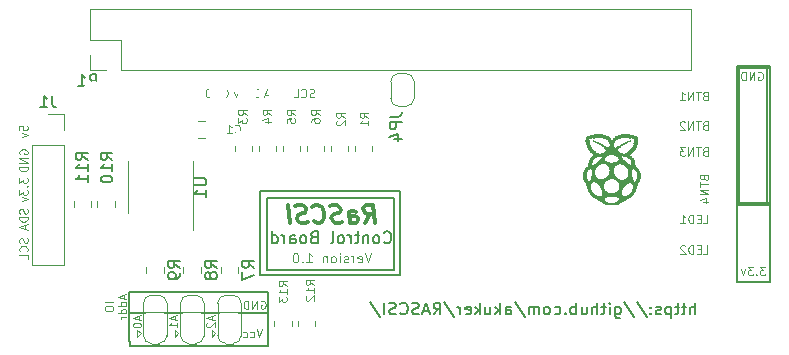
<source format=gbo>
G04 #@! TF.GenerationSoftware,KiCad,Pcbnew,(5.1.12)-1*
G04 #@! TF.CreationDate,2021-12-15T14:48:57-06:00*
G04 #@! TF.ProjectId,ctrl_board,6374726c-5f62-46f6-9172-642e6b696361,rev?*
G04 #@! TF.SameCoordinates,Original*
G04 #@! TF.FileFunction,Legend,Bot*
G04 #@! TF.FilePolarity,Positive*
%FSLAX46Y46*%
G04 Gerber Fmt 4.6, Leading zero omitted, Abs format (unit mm)*
G04 Created by KiCad (PCBNEW (5.1.12)-1) date 2021-12-15 14:48:57*
%MOMM*%
%LPD*%
G01*
G04 APERTURE LIST*
%ADD10C,0.150000*%
%ADD11C,0.100000*%
%ADD12C,0.350000*%
%ADD13C,0.010000*%
%ADD14C,0.120000*%
%ADD15C,2.000000*%
%ADD16R,1.700000X1.700000*%
%ADD17O,1.700000X1.700000*%
%ADD18R,1.500000X1.000000*%
%ADD19R,2.000000X2.000000*%
%ADD20R,2.000000X3.200000*%
%ADD21C,2.700000*%
G04 APERTURE END LIST*
D10*
X261800000Y-99700000D02*
X261800000Y-99900000D01*
X264600000Y-99700000D02*
X261800000Y-99700000D01*
X264600000Y-99900000D02*
X264600000Y-99700000D01*
X264400000Y-99900000D02*
X264400000Y-111300000D01*
X262000000Y-99900000D02*
X264400000Y-99900000D01*
X262000000Y-111300000D02*
X262000000Y-99900000D01*
X261800000Y-111300000D02*
X262000000Y-111300000D01*
X264600000Y-111300000D02*
X261800000Y-111300000D01*
X264600000Y-111500000D02*
X264600000Y-111300000D01*
X261800000Y-111500000D02*
X264600000Y-111500000D01*
X264600000Y-99900000D02*
X261800000Y-99900000D01*
X264600000Y-118000000D02*
X264600000Y-99900000D01*
X261800000Y-118000000D02*
X264600000Y-118000000D01*
X261800000Y-99900000D02*
X261800000Y-118000000D01*
D11*
X263633333Y-100250000D02*
X263700000Y-100216666D01*
X263800000Y-100216666D01*
X263900000Y-100250000D01*
X263966666Y-100316666D01*
X264000000Y-100383333D01*
X264033333Y-100516666D01*
X264033333Y-100616666D01*
X264000000Y-100750000D01*
X263966666Y-100816666D01*
X263900000Y-100883333D01*
X263800000Y-100916666D01*
X263733333Y-100916666D01*
X263633333Y-100883333D01*
X263600000Y-100850000D01*
X263600000Y-100616666D01*
X263733333Y-100616666D01*
X263300000Y-100916666D02*
X263300000Y-100216666D01*
X262900000Y-100916666D01*
X262900000Y-100216666D01*
X262566666Y-100916666D02*
X262566666Y-100216666D01*
X262400000Y-100216666D01*
X262300000Y-100250000D01*
X262233333Y-100316666D01*
X262200000Y-100383333D01*
X262166666Y-100516666D01*
X262166666Y-100616666D01*
X262200000Y-100750000D01*
X262233333Y-100816666D01*
X262300000Y-100883333D01*
X262400000Y-100916666D01*
X262566666Y-100916666D01*
X264200000Y-116716666D02*
X263766666Y-116716666D01*
X264000000Y-116983333D01*
X263900000Y-116983333D01*
X263833333Y-117016666D01*
X263800000Y-117050000D01*
X263766666Y-117116666D01*
X263766666Y-117283333D01*
X263800000Y-117350000D01*
X263833333Y-117383333D01*
X263900000Y-117416666D01*
X264100000Y-117416666D01*
X264166666Y-117383333D01*
X264200000Y-117350000D01*
X263466666Y-117350000D02*
X263433333Y-117383333D01*
X263466666Y-117416666D01*
X263500000Y-117383333D01*
X263466666Y-117350000D01*
X263466666Y-117416666D01*
X263200000Y-116716666D02*
X262766666Y-116716666D01*
X263000000Y-116983333D01*
X262900000Y-116983333D01*
X262833333Y-117016666D01*
X262800000Y-117050000D01*
X262766666Y-117116666D01*
X262766666Y-117283333D01*
X262800000Y-117350000D01*
X262833333Y-117383333D01*
X262900000Y-117416666D01*
X263100000Y-117416666D01*
X263166666Y-117383333D01*
X263200000Y-117350000D01*
X262533333Y-116950000D02*
X262366666Y-117416666D01*
X262200000Y-116950000D01*
X258983333Y-115616666D02*
X259316666Y-115616666D01*
X259316666Y-114916666D01*
X258750000Y-115250000D02*
X258516666Y-115250000D01*
X258416666Y-115616666D02*
X258750000Y-115616666D01*
X258750000Y-114916666D01*
X258416666Y-114916666D01*
X258116666Y-115616666D02*
X258116666Y-114916666D01*
X257950000Y-114916666D01*
X257850000Y-114950000D01*
X257783333Y-115016666D01*
X257750000Y-115083333D01*
X257716666Y-115216666D01*
X257716666Y-115316666D01*
X257750000Y-115450000D01*
X257783333Y-115516666D01*
X257850000Y-115583333D01*
X257950000Y-115616666D01*
X258116666Y-115616666D01*
X257450000Y-114983333D02*
X257416666Y-114950000D01*
X257350000Y-114916666D01*
X257183333Y-114916666D01*
X257116666Y-114950000D01*
X257083333Y-114983333D01*
X257050000Y-115050000D01*
X257050000Y-115116666D01*
X257083333Y-115216666D01*
X257483333Y-115616666D01*
X257050000Y-115616666D01*
X258983333Y-113016666D02*
X259316666Y-113016666D01*
X259316666Y-112316666D01*
X258750000Y-112650000D02*
X258516666Y-112650000D01*
X258416666Y-113016666D02*
X258750000Y-113016666D01*
X258750000Y-112316666D01*
X258416666Y-112316666D01*
X258116666Y-113016666D02*
X258116666Y-112316666D01*
X257950000Y-112316666D01*
X257850000Y-112350000D01*
X257783333Y-112416666D01*
X257750000Y-112483333D01*
X257716666Y-112616666D01*
X257716666Y-112716666D01*
X257750000Y-112850000D01*
X257783333Y-112916666D01*
X257850000Y-112983333D01*
X257950000Y-113016666D01*
X258116666Y-113016666D01*
X257050000Y-113016666D02*
X257450000Y-113016666D01*
X257250000Y-113016666D02*
X257250000Y-112316666D01*
X257316666Y-112416666D01*
X257383333Y-112483333D01*
X257450000Y-112516666D01*
X259050000Y-109183333D02*
X259083333Y-109283333D01*
X259116666Y-109316666D01*
X259183333Y-109350000D01*
X259283333Y-109350000D01*
X259350000Y-109316666D01*
X259383333Y-109283333D01*
X259416666Y-109216666D01*
X259416666Y-108950000D01*
X258716666Y-108950000D01*
X258716666Y-109183333D01*
X258750000Y-109250000D01*
X258783333Y-109283333D01*
X258850000Y-109316666D01*
X258916666Y-109316666D01*
X258983333Y-109283333D01*
X259016666Y-109250000D01*
X259050000Y-109183333D01*
X259050000Y-108950000D01*
X258716666Y-109550000D02*
X258716666Y-109950000D01*
X259416666Y-109750000D02*
X258716666Y-109750000D01*
X259416666Y-110183333D02*
X258716666Y-110183333D01*
X259416666Y-110583333D01*
X258716666Y-110583333D01*
X258950000Y-111216666D02*
X259416666Y-111216666D01*
X258683333Y-111050000D02*
X259183333Y-110883333D01*
X259183333Y-111316666D01*
X259116666Y-106950000D02*
X259016666Y-106983333D01*
X258983333Y-107016666D01*
X258950000Y-107083333D01*
X258950000Y-107183333D01*
X258983333Y-107250000D01*
X259016666Y-107283333D01*
X259083333Y-107316666D01*
X259350000Y-107316666D01*
X259350000Y-106616666D01*
X259116666Y-106616666D01*
X259050000Y-106650000D01*
X259016666Y-106683333D01*
X258983333Y-106750000D01*
X258983333Y-106816666D01*
X259016666Y-106883333D01*
X259050000Y-106916666D01*
X259116666Y-106950000D01*
X259350000Y-106950000D01*
X258750000Y-106616666D02*
X258350000Y-106616666D01*
X258550000Y-107316666D02*
X258550000Y-106616666D01*
X258116666Y-107316666D02*
X258116666Y-106616666D01*
X257716666Y-107316666D01*
X257716666Y-106616666D01*
X257450000Y-106616666D02*
X257016666Y-106616666D01*
X257250000Y-106883333D01*
X257150000Y-106883333D01*
X257083333Y-106916666D01*
X257050000Y-106950000D01*
X257016666Y-107016666D01*
X257016666Y-107183333D01*
X257050000Y-107250000D01*
X257083333Y-107283333D01*
X257150000Y-107316666D01*
X257350000Y-107316666D01*
X257416666Y-107283333D01*
X257450000Y-107250000D01*
X259116666Y-104750000D02*
X259016666Y-104783333D01*
X258983333Y-104816666D01*
X258950000Y-104883333D01*
X258950000Y-104983333D01*
X258983333Y-105050000D01*
X259016666Y-105083333D01*
X259083333Y-105116666D01*
X259350000Y-105116666D01*
X259350000Y-104416666D01*
X259116666Y-104416666D01*
X259050000Y-104450000D01*
X259016666Y-104483333D01*
X258983333Y-104550000D01*
X258983333Y-104616666D01*
X259016666Y-104683333D01*
X259050000Y-104716666D01*
X259116666Y-104750000D01*
X259350000Y-104750000D01*
X258750000Y-104416666D02*
X258350000Y-104416666D01*
X258550000Y-105116666D02*
X258550000Y-104416666D01*
X258116666Y-105116666D02*
X258116666Y-104416666D01*
X257716666Y-105116666D01*
X257716666Y-104416666D01*
X257416666Y-104483333D02*
X257383333Y-104450000D01*
X257316666Y-104416666D01*
X257150000Y-104416666D01*
X257083333Y-104450000D01*
X257050000Y-104483333D01*
X257016666Y-104550000D01*
X257016666Y-104616666D01*
X257050000Y-104716666D01*
X257450000Y-105116666D01*
X257016666Y-105116666D01*
X259116666Y-102250000D02*
X259016666Y-102283333D01*
X258983333Y-102316666D01*
X258950000Y-102383333D01*
X258950000Y-102483333D01*
X258983333Y-102550000D01*
X259016666Y-102583333D01*
X259083333Y-102616666D01*
X259350000Y-102616666D01*
X259350000Y-101916666D01*
X259116666Y-101916666D01*
X259050000Y-101950000D01*
X259016666Y-101983333D01*
X258983333Y-102050000D01*
X258983333Y-102116666D01*
X259016666Y-102183333D01*
X259050000Y-102216666D01*
X259116666Y-102250000D01*
X259350000Y-102250000D01*
X258750000Y-101916666D02*
X258350000Y-101916666D01*
X258550000Y-102616666D02*
X258550000Y-101916666D01*
X258116666Y-102616666D02*
X258116666Y-101916666D01*
X257716666Y-102616666D01*
X257716666Y-101916666D01*
X257016666Y-102616666D02*
X257416666Y-102616666D01*
X257216666Y-102616666D02*
X257216666Y-101916666D01*
X257283333Y-102016666D01*
X257350000Y-102083333D01*
X257416666Y-102116666D01*
X208993666Y-119724833D02*
X208293666Y-119724833D01*
X208293666Y-120191500D02*
X208293666Y-120324833D01*
X208327000Y-120391500D01*
X208393666Y-120458166D01*
X208527000Y-120491500D01*
X208760333Y-120491500D01*
X208893666Y-120458166D01*
X208960333Y-120391500D01*
X208993666Y-120324833D01*
X208993666Y-120191500D01*
X208960333Y-120124833D01*
X208893666Y-120058166D01*
X208760333Y-120024833D01*
X208527000Y-120024833D01*
X208393666Y-120058166D01*
X208327000Y-120124833D01*
X208293666Y-120191500D01*
X209943666Y-119074833D02*
X209943666Y-119408166D01*
X210143666Y-119008166D02*
X209443666Y-119241500D01*
X210143666Y-119474833D01*
X210143666Y-120008166D02*
X209443666Y-120008166D01*
X210110333Y-120008166D02*
X210143666Y-119941500D01*
X210143666Y-119808166D01*
X210110333Y-119741500D01*
X210077000Y-119708166D01*
X210010333Y-119674833D01*
X209810333Y-119674833D01*
X209743666Y-119708166D01*
X209710333Y-119741500D01*
X209677000Y-119808166D01*
X209677000Y-119941500D01*
X209710333Y-120008166D01*
X210143666Y-120641500D02*
X209443666Y-120641500D01*
X210110333Y-120641500D02*
X210143666Y-120574833D01*
X210143666Y-120441500D01*
X210110333Y-120374833D01*
X210077000Y-120341500D01*
X210010333Y-120308166D01*
X209810333Y-120308166D01*
X209743666Y-120341500D01*
X209710333Y-120374833D01*
X209677000Y-120441500D01*
X209677000Y-120574833D01*
X209710333Y-120641500D01*
X210143666Y-120974833D02*
X209677000Y-120974833D01*
X209810333Y-120974833D02*
X209743666Y-121008166D01*
X209710333Y-121041500D01*
X209677000Y-121108166D01*
X209677000Y-121174833D01*
D10*
X222144000Y-120599500D02*
X222144000Y-123393500D01*
X210395000Y-118885000D02*
X211493500Y-118885000D01*
X210395000Y-120599500D02*
X210395000Y-118885000D01*
X210400000Y-123393500D02*
X210400000Y-123012500D01*
X222144000Y-123393500D02*
X210400000Y-123400000D01*
X210400000Y-120600000D02*
X222144000Y-120599500D01*
X210395000Y-123012500D02*
X210395000Y-120599500D01*
X222144000Y-118885000D02*
X222144000Y-120599500D01*
X211493500Y-118885000D02*
X222144000Y-118885000D01*
D11*
X221533333Y-119614500D02*
X221600000Y-119581166D01*
X221700000Y-119581166D01*
X221800000Y-119614500D01*
X221866666Y-119681166D01*
X221900000Y-119747833D01*
X221933333Y-119881166D01*
X221933333Y-119981166D01*
X221900000Y-120114500D01*
X221866666Y-120181166D01*
X221800000Y-120247833D01*
X221700000Y-120281166D01*
X221633333Y-120281166D01*
X221533333Y-120247833D01*
X221500000Y-120214500D01*
X221500000Y-119981166D01*
X221633333Y-119981166D01*
X221200000Y-120281166D02*
X221200000Y-119581166D01*
X220800000Y-120281166D01*
X220800000Y-119581166D01*
X220466666Y-120281166D02*
X220466666Y-119581166D01*
X220300000Y-119581166D01*
X220200000Y-119614500D01*
X220133333Y-119681166D01*
X220100000Y-119747833D01*
X220066666Y-119881166D01*
X220066666Y-119981166D01*
X220100000Y-120114500D01*
X220133333Y-120181166D01*
X220200000Y-120247833D01*
X220300000Y-120281166D01*
X220466666Y-120281166D01*
X221633333Y-121994166D02*
X221400000Y-122694166D01*
X221166666Y-121994166D01*
X220633333Y-122660833D02*
X220700000Y-122694166D01*
X220833333Y-122694166D01*
X220900000Y-122660833D01*
X220933333Y-122627500D01*
X220966666Y-122560833D01*
X220966666Y-122360833D01*
X220933333Y-122294166D01*
X220900000Y-122260833D01*
X220833333Y-122227500D01*
X220700000Y-122227500D01*
X220633333Y-122260833D01*
X220033333Y-122660833D02*
X220100000Y-122694166D01*
X220233333Y-122694166D01*
X220300000Y-122660833D01*
X220333333Y-122627500D01*
X220366666Y-122560833D01*
X220366666Y-122360833D01*
X220333333Y-122294166D01*
X220300000Y-122260833D01*
X220233333Y-122227500D01*
X220100000Y-122227500D01*
X220033333Y-122260833D01*
X217406166Y-120861500D02*
X217406166Y-121194833D01*
X217606166Y-120794833D02*
X216906166Y-121028166D01*
X217606166Y-121261500D01*
X216972833Y-121461500D02*
X216939500Y-121494833D01*
X216906166Y-121561500D01*
X216906166Y-121728166D01*
X216939500Y-121794833D01*
X216972833Y-121828166D01*
X217039500Y-121861500D01*
X217106166Y-121861500D01*
X217206166Y-121828166D01*
X217606166Y-121428166D01*
X217606166Y-121861500D01*
X214231166Y-120861500D02*
X214231166Y-121194833D01*
X214431166Y-120794833D02*
X213731166Y-121028166D01*
X214431166Y-121261500D01*
X214431166Y-121861500D02*
X214431166Y-121461500D01*
X214431166Y-121661500D02*
X213731166Y-121661500D01*
X213831166Y-121594833D01*
X213897833Y-121528166D01*
X213931166Y-121461500D01*
X211183166Y-120861500D02*
X211183166Y-121194833D01*
X211383166Y-120794833D02*
X210683166Y-121028166D01*
X211383166Y-121261500D01*
X210683166Y-121628166D02*
X210683166Y-121694833D01*
X210716500Y-121761500D01*
X210749833Y-121794833D01*
X210816500Y-121828166D01*
X210949833Y-121861500D01*
X211116500Y-121861500D01*
X211249833Y-121828166D01*
X211316500Y-121794833D01*
X211349833Y-121761500D01*
X211383166Y-121694833D01*
X211383166Y-121628166D01*
X211349833Y-121561500D01*
X211316500Y-121528166D01*
X211249833Y-121494833D01*
X211116500Y-121461500D01*
X210949833Y-121461500D01*
X210816500Y-121494833D01*
X210749833Y-121528166D01*
X210716500Y-121561500D01*
X210683166Y-121628166D01*
X223583000Y-102340833D02*
X223483000Y-102374166D01*
X223316333Y-102374166D01*
X223249666Y-102340833D01*
X223216333Y-102307500D01*
X223183000Y-102240833D01*
X223183000Y-102174166D01*
X223216333Y-102107500D01*
X223249666Y-102074166D01*
X223316333Y-102040833D01*
X223449666Y-102007500D01*
X223516333Y-101974166D01*
X223549666Y-101940833D01*
X223583000Y-101874166D01*
X223583000Y-101807500D01*
X223549666Y-101740833D01*
X223516333Y-101707500D01*
X223449666Y-101674166D01*
X223283000Y-101674166D01*
X223183000Y-101707500D01*
X222883000Y-102374166D02*
X222883000Y-101674166D01*
X222716333Y-101674166D01*
X222616333Y-101707500D01*
X222549666Y-101774166D01*
X222516333Y-101840833D01*
X222483000Y-101974166D01*
X222483000Y-102074166D01*
X222516333Y-102207500D01*
X222549666Y-102274166D01*
X222616333Y-102340833D01*
X222716333Y-102374166D01*
X222883000Y-102374166D01*
X222216333Y-102174166D02*
X221883000Y-102174166D01*
X222283000Y-102374166D02*
X222049666Y-101674166D01*
X221816333Y-102374166D01*
X221256500Y-101674166D02*
X220823166Y-101674166D01*
X221056500Y-101940833D01*
X220956500Y-101940833D01*
X220889833Y-101974166D01*
X220856500Y-102007500D01*
X220823166Y-102074166D01*
X220823166Y-102240833D01*
X220856500Y-102307500D01*
X220889833Y-102340833D01*
X220956500Y-102374166D01*
X221156500Y-102374166D01*
X221223166Y-102340833D01*
X221256500Y-102307500D01*
X220523166Y-102307500D02*
X220489833Y-102340833D01*
X220523166Y-102374166D01*
X220556500Y-102340833D01*
X220523166Y-102307500D01*
X220523166Y-102374166D01*
X220256500Y-101674166D02*
X219823166Y-101674166D01*
X220056500Y-101940833D01*
X219956500Y-101940833D01*
X219889833Y-101974166D01*
X219856500Y-102007500D01*
X219823166Y-102074166D01*
X219823166Y-102240833D01*
X219856500Y-102307500D01*
X219889833Y-102340833D01*
X219956500Y-102374166D01*
X220156500Y-102374166D01*
X220223166Y-102340833D01*
X220256500Y-102307500D01*
X219589833Y-101907500D02*
X219423166Y-102374166D01*
X219256500Y-101907500D01*
X218313333Y-101707500D02*
X218380000Y-101674166D01*
X218480000Y-101674166D01*
X218580000Y-101707500D01*
X218646666Y-101774166D01*
X218680000Y-101840833D01*
X218713333Y-101974166D01*
X218713333Y-102074166D01*
X218680000Y-102207500D01*
X218646666Y-102274166D01*
X218580000Y-102340833D01*
X218480000Y-102374166D01*
X218413333Y-102374166D01*
X218313333Y-102340833D01*
X218280000Y-102307500D01*
X218280000Y-102074166D01*
X218413333Y-102074166D01*
X217980000Y-102374166D02*
X217980000Y-101674166D01*
X217580000Y-102374166D01*
X217580000Y-101674166D01*
X217246666Y-102374166D02*
X217246666Y-101674166D01*
X217080000Y-101674166D01*
X216980000Y-101707500D01*
X216913333Y-101774166D01*
X216880000Y-101840833D01*
X216846666Y-101974166D01*
X216846666Y-102074166D01*
X216880000Y-102207500D01*
X216913333Y-102274166D01*
X216980000Y-102340833D01*
X217080000Y-102374166D01*
X217246666Y-102374166D01*
X226042833Y-102340833D02*
X225942833Y-102374166D01*
X225776166Y-102374166D01*
X225709500Y-102340833D01*
X225676166Y-102307500D01*
X225642833Y-102240833D01*
X225642833Y-102174166D01*
X225676166Y-102107500D01*
X225709500Y-102074166D01*
X225776166Y-102040833D01*
X225909500Y-102007500D01*
X225976166Y-101974166D01*
X226009500Y-101940833D01*
X226042833Y-101874166D01*
X226042833Y-101807500D01*
X226009500Y-101740833D01*
X225976166Y-101707500D01*
X225909500Y-101674166D01*
X225742833Y-101674166D01*
X225642833Y-101707500D01*
X224942833Y-102307500D02*
X224976166Y-102340833D01*
X225076166Y-102374166D01*
X225142833Y-102374166D01*
X225242833Y-102340833D01*
X225309500Y-102274166D01*
X225342833Y-102207500D01*
X225376166Y-102074166D01*
X225376166Y-101974166D01*
X225342833Y-101840833D01*
X225309500Y-101774166D01*
X225242833Y-101707500D01*
X225142833Y-101674166D01*
X225076166Y-101674166D01*
X224976166Y-101707500D01*
X224942833Y-101740833D01*
X224309500Y-102374166D02*
X224642833Y-102374166D01*
X224642833Y-101674166D01*
X201743833Y-114305166D02*
X201777166Y-114405166D01*
X201777166Y-114571833D01*
X201743833Y-114638500D01*
X201710500Y-114671833D01*
X201643833Y-114705166D01*
X201577166Y-114705166D01*
X201510500Y-114671833D01*
X201477166Y-114638500D01*
X201443833Y-114571833D01*
X201410500Y-114438500D01*
X201377166Y-114371833D01*
X201343833Y-114338500D01*
X201277166Y-114305166D01*
X201210500Y-114305166D01*
X201143833Y-114338500D01*
X201110500Y-114371833D01*
X201077166Y-114438500D01*
X201077166Y-114605166D01*
X201110500Y-114705166D01*
X201710500Y-115405166D02*
X201743833Y-115371833D01*
X201777166Y-115271833D01*
X201777166Y-115205166D01*
X201743833Y-115105166D01*
X201677166Y-115038500D01*
X201610500Y-115005166D01*
X201477166Y-114971833D01*
X201377166Y-114971833D01*
X201243833Y-115005166D01*
X201177166Y-115038500D01*
X201110500Y-115105166D01*
X201077166Y-115205166D01*
X201077166Y-115271833D01*
X201110500Y-115371833D01*
X201143833Y-115405166D01*
X201777166Y-116038500D02*
X201777166Y-115705166D01*
X201077166Y-115705166D01*
X201743833Y-111812000D02*
X201777166Y-111912000D01*
X201777166Y-112078666D01*
X201743833Y-112145333D01*
X201710500Y-112178666D01*
X201643833Y-112212000D01*
X201577166Y-112212000D01*
X201510500Y-112178666D01*
X201477166Y-112145333D01*
X201443833Y-112078666D01*
X201410500Y-111945333D01*
X201377166Y-111878666D01*
X201343833Y-111845333D01*
X201277166Y-111812000D01*
X201210500Y-111812000D01*
X201143833Y-111845333D01*
X201110500Y-111878666D01*
X201077166Y-111945333D01*
X201077166Y-112112000D01*
X201110500Y-112212000D01*
X201777166Y-112512000D02*
X201077166Y-112512000D01*
X201077166Y-112678666D01*
X201110500Y-112778666D01*
X201177166Y-112845333D01*
X201243833Y-112878666D01*
X201377166Y-112912000D01*
X201477166Y-112912000D01*
X201610500Y-112878666D01*
X201677166Y-112845333D01*
X201743833Y-112778666D01*
X201777166Y-112678666D01*
X201777166Y-112512000D01*
X201577166Y-113178666D02*
X201577166Y-113512000D01*
X201777166Y-113112000D02*
X201077166Y-113345333D01*
X201777166Y-113578666D01*
X201110500Y-107175666D02*
X201077166Y-107109000D01*
X201077166Y-107009000D01*
X201110500Y-106909000D01*
X201177166Y-106842333D01*
X201243833Y-106809000D01*
X201377166Y-106775666D01*
X201477166Y-106775666D01*
X201610500Y-106809000D01*
X201677166Y-106842333D01*
X201743833Y-106909000D01*
X201777166Y-107009000D01*
X201777166Y-107075666D01*
X201743833Y-107175666D01*
X201710500Y-107209000D01*
X201477166Y-107209000D01*
X201477166Y-107075666D01*
X201777166Y-107509000D02*
X201077166Y-107509000D01*
X201777166Y-107909000D01*
X201077166Y-107909000D01*
X201777166Y-108242333D02*
X201077166Y-108242333D01*
X201077166Y-108409000D01*
X201110500Y-108509000D01*
X201177166Y-108575666D01*
X201243833Y-108609000D01*
X201377166Y-108642333D01*
X201477166Y-108642333D01*
X201610500Y-108609000D01*
X201677166Y-108575666D01*
X201743833Y-108509000D01*
X201777166Y-108409000D01*
X201777166Y-108242333D01*
X201077166Y-105132500D02*
X201077166Y-104799166D01*
X201410500Y-104765833D01*
X201377166Y-104799166D01*
X201343833Y-104865833D01*
X201343833Y-105032500D01*
X201377166Y-105099166D01*
X201410500Y-105132500D01*
X201477166Y-105165833D01*
X201643833Y-105165833D01*
X201710500Y-105132500D01*
X201743833Y-105099166D01*
X201777166Y-105032500D01*
X201777166Y-104865833D01*
X201743833Y-104799166D01*
X201710500Y-104765833D01*
X201310500Y-105399166D02*
X201777166Y-105565833D01*
X201310500Y-105732500D01*
X201077166Y-109185500D02*
X201077166Y-109618833D01*
X201343833Y-109385500D01*
X201343833Y-109485500D01*
X201377166Y-109552166D01*
X201410500Y-109585500D01*
X201477166Y-109618833D01*
X201643833Y-109618833D01*
X201710500Y-109585500D01*
X201743833Y-109552166D01*
X201777166Y-109485500D01*
X201777166Y-109285500D01*
X201743833Y-109218833D01*
X201710500Y-109185500D01*
X201710500Y-109918833D02*
X201743833Y-109952166D01*
X201777166Y-109918833D01*
X201743833Y-109885500D01*
X201710500Y-109918833D01*
X201777166Y-109918833D01*
X201077166Y-110185500D02*
X201077166Y-110618833D01*
X201343833Y-110385500D01*
X201343833Y-110485500D01*
X201377166Y-110552166D01*
X201410500Y-110585500D01*
X201477166Y-110618833D01*
X201643833Y-110618833D01*
X201710500Y-110585500D01*
X201743833Y-110552166D01*
X201777166Y-110485500D01*
X201777166Y-110285500D01*
X201743833Y-110218833D01*
X201710500Y-110185500D01*
X201310500Y-110852166D02*
X201777166Y-111018833D01*
X201310500Y-111185500D01*
D10*
X232828000Y-117009000D02*
X222033000Y-117009000D01*
X233336000Y-110341500D02*
X233336000Y-117453500D01*
X232830000Y-110913000D02*
X232830000Y-117009000D01*
X222033000Y-110913000D02*
X232828000Y-110913000D01*
X221461500Y-110341500D02*
X233336000Y-110341500D01*
X221461500Y-117453500D02*
X221461500Y-110341500D01*
X233336000Y-117453500D02*
X221461500Y-117453500D01*
X222033000Y-117009000D02*
X222033000Y-110913000D01*
D12*
X230340633Y-112988571D02*
X230751348Y-112274285D01*
X231197776Y-112988571D02*
X231010276Y-111488571D01*
X230438848Y-111488571D01*
X230304919Y-111560000D01*
X230242419Y-111631428D01*
X230188848Y-111774285D01*
X230215633Y-111988571D01*
X230304919Y-112131428D01*
X230385276Y-112202857D01*
X230537062Y-112274285D01*
X231108491Y-112274285D01*
X229054919Y-112988571D02*
X228956705Y-112202857D01*
X229010276Y-112060000D01*
X229144205Y-111988571D01*
X229429919Y-111988571D01*
X229581705Y-112060000D01*
X229045991Y-112917142D02*
X229197776Y-112988571D01*
X229554919Y-112988571D01*
X229688848Y-112917142D01*
X229742419Y-112774285D01*
X229724562Y-112631428D01*
X229635276Y-112488571D01*
X229483491Y-112417142D01*
X229126348Y-112417142D01*
X228974562Y-112345714D01*
X228403133Y-112917142D02*
X228197776Y-112988571D01*
X227840633Y-112988571D01*
X227688848Y-112917142D01*
X227608491Y-112845714D01*
X227519205Y-112702857D01*
X227501348Y-112560000D01*
X227554919Y-112417142D01*
X227617419Y-112345714D01*
X227751348Y-112274285D01*
X228028133Y-112202857D01*
X228162062Y-112131428D01*
X228224562Y-112060000D01*
X228278133Y-111917142D01*
X228260276Y-111774285D01*
X228170991Y-111631428D01*
X228090633Y-111560000D01*
X227938848Y-111488571D01*
X227581705Y-111488571D01*
X227376348Y-111560000D01*
X226037062Y-112845714D02*
X226117419Y-112917142D01*
X226340633Y-112988571D01*
X226483491Y-112988571D01*
X226688848Y-112917142D01*
X226813848Y-112774285D01*
X226867419Y-112631428D01*
X226903133Y-112345714D01*
X226876348Y-112131428D01*
X226769205Y-111845714D01*
X226679919Y-111702857D01*
X226519205Y-111560000D01*
X226295991Y-111488571D01*
X226153133Y-111488571D01*
X225947776Y-111560000D01*
X225885276Y-111631428D01*
X225474562Y-112917142D02*
X225269205Y-112988571D01*
X224912062Y-112988571D01*
X224760276Y-112917142D01*
X224679919Y-112845714D01*
X224590633Y-112702857D01*
X224572776Y-112560000D01*
X224626348Y-112417142D01*
X224688848Y-112345714D01*
X224822776Y-112274285D01*
X225099562Y-112202857D01*
X225233491Y-112131428D01*
X225295991Y-112060000D01*
X225349562Y-111917142D01*
X225331705Y-111774285D01*
X225242419Y-111631428D01*
X225162062Y-111560000D01*
X225010276Y-111488571D01*
X224653133Y-111488571D01*
X224447776Y-111560000D01*
X223983491Y-112988571D02*
X223795991Y-111488571D01*
D10*
X231946380Y-114635642D02*
X231994000Y-114683261D01*
X232136857Y-114730880D01*
X232232095Y-114730880D01*
X232374952Y-114683261D01*
X232470190Y-114588023D01*
X232517809Y-114492785D01*
X232565428Y-114302309D01*
X232565428Y-114159452D01*
X232517809Y-113968976D01*
X232470190Y-113873738D01*
X232374952Y-113778500D01*
X232232095Y-113730880D01*
X232136857Y-113730880D01*
X231994000Y-113778500D01*
X231946380Y-113826119D01*
X231374952Y-114730880D02*
X231470190Y-114683261D01*
X231517809Y-114635642D01*
X231565428Y-114540404D01*
X231565428Y-114254690D01*
X231517809Y-114159452D01*
X231470190Y-114111833D01*
X231374952Y-114064214D01*
X231232095Y-114064214D01*
X231136857Y-114111833D01*
X231089238Y-114159452D01*
X231041619Y-114254690D01*
X231041619Y-114540404D01*
X231089238Y-114635642D01*
X231136857Y-114683261D01*
X231232095Y-114730880D01*
X231374952Y-114730880D01*
X230613047Y-114064214D02*
X230613047Y-114730880D01*
X230613047Y-114159452D02*
X230565428Y-114111833D01*
X230470190Y-114064214D01*
X230327333Y-114064214D01*
X230232095Y-114111833D01*
X230184476Y-114207071D01*
X230184476Y-114730880D01*
X229851142Y-114064214D02*
X229470190Y-114064214D01*
X229708285Y-113730880D02*
X229708285Y-114588023D01*
X229660666Y-114683261D01*
X229565428Y-114730880D01*
X229470190Y-114730880D01*
X229136857Y-114730880D02*
X229136857Y-114064214D01*
X229136857Y-114254690D02*
X229089238Y-114159452D01*
X229041619Y-114111833D01*
X228946380Y-114064214D01*
X228851142Y-114064214D01*
X228374952Y-114730880D02*
X228470190Y-114683261D01*
X228517809Y-114635642D01*
X228565428Y-114540404D01*
X228565428Y-114254690D01*
X228517809Y-114159452D01*
X228470190Y-114111833D01*
X228374952Y-114064214D01*
X228232095Y-114064214D01*
X228136857Y-114111833D01*
X228089238Y-114159452D01*
X228041619Y-114254690D01*
X228041619Y-114540404D01*
X228089238Y-114635642D01*
X228136857Y-114683261D01*
X228232095Y-114730880D01*
X228374952Y-114730880D01*
X227470190Y-114730880D02*
X227565428Y-114683261D01*
X227613047Y-114588023D01*
X227613047Y-113730880D01*
X225994000Y-114207071D02*
X225851142Y-114254690D01*
X225803523Y-114302309D01*
X225755904Y-114397547D01*
X225755904Y-114540404D01*
X225803523Y-114635642D01*
X225851142Y-114683261D01*
X225946380Y-114730880D01*
X226327333Y-114730880D01*
X226327333Y-113730880D01*
X225994000Y-113730880D01*
X225898761Y-113778500D01*
X225851142Y-113826119D01*
X225803523Y-113921357D01*
X225803523Y-114016595D01*
X225851142Y-114111833D01*
X225898761Y-114159452D01*
X225994000Y-114207071D01*
X226327333Y-114207071D01*
X225184476Y-114730880D02*
X225279714Y-114683261D01*
X225327333Y-114635642D01*
X225374952Y-114540404D01*
X225374952Y-114254690D01*
X225327333Y-114159452D01*
X225279714Y-114111833D01*
X225184476Y-114064214D01*
X225041619Y-114064214D01*
X224946380Y-114111833D01*
X224898761Y-114159452D01*
X224851142Y-114254690D01*
X224851142Y-114540404D01*
X224898761Y-114635642D01*
X224946380Y-114683261D01*
X225041619Y-114730880D01*
X225184476Y-114730880D01*
X223994000Y-114730880D02*
X223994000Y-114207071D01*
X224041619Y-114111833D01*
X224136857Y-114064214D01*
X224327333Y-114064214D01*
X224422571Y-114111833D01*
X223994000Y-114683261D02*
X224089238Y-114730880D01*
X224327333Y-114730880D01*
X224422571Y-114683261D01*
X224470190Y-114588023D01*
X224470190Y-114492785D01*
X224422571Y-114397547D01*
X224327333Y-114349928D01*
X224089238Y-114349928D01*
X223994000Y-114302309D01*
X223517809Y-114730880D02*
X223517809Y-114064214D01*
X223517809Y-114254690D02*
X223470190Y-114159452D01*
X223422571Y-114111833D01*
X223327333Y-114064214D01*
X223232095Y-114064214D01*
X222470190Y-114730880D02*
X222470190Y-113730880D01*
X222470190Y-114683261D02*
X222565428Y-114730880D01*
X222755904Y-114730880D01*
X222851142Y-114683261D01*
X222898761Y-114635642D01*
X222946380Y-114540404D01*
X222946380Y-114254690D01*
X222898761Y-114159452D01*
X222851142Y-114111833D01*
X222755904Y-114064214D01*
X222565428Y-114064214D01*
X222470190Y-114111833D01*
D11*
X230846380Y-115554904D02*
X230579714Y-116354904D01*
X230313047Y-115554904D01*
X229741619Y-116316809D02*
X229817809Y-116354904D01*
X229970190Y-116354904D01*
X230046380Y-116316809D01*
X230084476Y-116240619D01*
X230084476Y-115935857D01*
X230046380Y-115859666D01*
X229970190Y-115821571D01*
X229817809Y-115821571D01*
X229741619Y-115859666D01*
X229703523Y-115935857D01*
X229703523Y-116012047D01*
X230084476Y-116088238D01*
X229360666Y-116354904D02*
X229360666Y-115821571D01*
X229360666Y-115973952D02*
X229322571Y-115897761D01*
X229284476Y-115859666D01*
X229208285Y-115821571D01*
X229132095Y-115821571D01*
X228903523Y-116316809D02*
X228827333Y-116354904D01*
X228674952Y-116354904D01*
X228598761Y-116316809D01*
X228560666Y-116240619D01*
X228560666Y-116202523D01*
X228598761Y-116126333D01*
X228674952Y-116088238D01*
X228789238Y-116088238D01*
X228865428Y-116050142D01*
X228903523Y-115973952D01*
X228903523Y-115935857D01*
X228865428Y-115859666D01*
X228789238Y-115821571D01*
X228674952Y-115821571D01*
X228598761Y-115859666D01*
X228217809Y-116354904D02*
X228217809Y-115821571D01*
X228217809Y-115554904D02*
X228255904Y-115593000D01*
X228217809Y-115631095D01*
X228179714Y-115593000D01*
X228217809Y-115554904D01*
X228217809Y-115631095D01*
X227722571Y-116354904D02*
X227798761Y-116316809D01*
X227836857Y-116278714D01*
X227874952Y-116202523D01*
X227874952Y-115973952D01*
X227836857Y-115897761D01*
X227798761Y-115859666D01*
X227722571Y-115821571D01*
X227608285Y-115821571D01*
X227532095Y-115859666D01*
X227494000Y-115897761D01*
X227455904Y-115973952D01*
X227455904Y-116202523D01*
X227494000Y-116278714D01*
X227532095Y-116316809D01*
X227608285Y-116354904D01*
X227722571Y-116354904D01*
X227113047Y-115821571D02*
X227113047Y-116354904D01*
X227113047Y-115897761D02*
X227074952Y-115859666D01*
X226998761Y-115821571D01*
X226884476Y-115821571D01*
X226808285Y-115859666D01*
X226770190Y-115935857D01*
X226770190Y-116354904D01*
X225360666Y-116354904D02*
X225817809Y-116354904D01*
X225589238Y-116354904D02*
X225589238Y-115554904D01*
X225665428Y-115669190D01*
X225741619Y-115745380D01*
X225817809Y-115783476D01*
X225017809Y-116278714D02*
X224979714Y-116316809D01*
X225017809Y-116354904D01*
X225055904Y-116316809D01*
X225017809Y-116278714D01*
X225017809Y-116354904D01*
X224484476Y-115554904D02*
X224408285Y-115554904D01*
X224332095Y-115593000D01*
X224294000Y-115631095D01*
X224255904Y-115707285D01*
X224217809Y-115859666D01*
X224217809Y-116050142D01*
X224255904Y-116202523D01*
X224294000Y-116278714D01*
X224332095Y-116316809D01*
X224408285Y-116354904D01*
X224484476Y-116354904D01*
X224560666Y-116316809D01*
X224598761Y-116278714D01*
X224636857Y-116202523D01*
X224674952Y-116050142D01*
X224674952Y-115859666D01*
X224636857Y-115707285D01*
X224598761Y-115631095D01*
X224560666Y-115593000D01*
X224484476Y-115554904D01*
D10*
X258290476Y-120752380D02*
X258290476Y-119752380D01*
X257861904Y-120752380D02*
X257861904Y-120228571D01*
X257909523Y-120133333D01*
X258004761Y-120085714D01*
X258147619Y-120085714D01*
X258242857Y-120133333D01*
X258290476Y-120180952D01*
X257528571Y-120085714D02*
X257147619Y-120085714D01*
X257385714Y-119752380D02*
X257385714Y-120609523D01*
X257338095Y-120704761D01*
X257242857Y-120752380D01*
X257147619Y-120752380D01*
X256957142Y-120085714D02*
X256576190Y-120085714D01*
X256814285Y-119752380D02*
X256814285Y-120609523D01*
X256766666Y-120704761D01*
X256671428Y-120752380D01*
X256576190Y-120752380D01*
X256242857Y-120085714D02*
X256242857Y-121085714D01*
X256242857Y-120133333D02*
X256147619Y-120085714D01*
X255957142Y-120085714D01*
X255861904Y-120133333D01*
X255814285Y-120180952D01*
X255766666Y-120276190D01*
X255766666Y-120561904D01*
X255814285Y-120657142D01*
X255861904Y-120704761D01*
X255957142Y-120752380D01*
X256147619Y-120752380D01*
X256242857Y-120704761D01*
X255385714Y-120704761D02*
X255290476Y-120752380D01*
X255100000Y-120752380D01*
X255004761Y-120704761D01*
X254957142Y-120609523D01*
X254957142Y-120561904D01*
X255004761Y-120466666D01*
X255100000Y-120419047D01*
X255242857Y-120419047D01*
X255338095Y-120371428D01*
X255385714Y-120276190D01*
X255385714Y-120228571D01*
X255338095Y-120133333D01*
X255242857Y-120085714D01*
X255100000Y-120085714D01*
X255004761Y-120133333D01*
X254528571Y-120657142D02*
X254480952Y-120704761D01*
X254528571Y-120752380D01*
X254576190Y-120704761D01*
X254528571Y-120657142D01*
X254528571Y-120752380D01*
X254528571Y-120133333D02*
X254480952Y-120180952D01*
X254528571Y-120228571D01*
X254576190Y-120180952D01*
X254528571Y-120133333D01*
X254528571Y-120228571D01*
X253338095Y-119704761D02*
X254195238Y-120990476D01*
X252290476Y-119704761D02*
X253147619Y-120990476D01*
X251528571Y-120085714D02*
X251528571Y-120895238D01*
X251576190Y-120990476D01*
X251623809Y-121038095D01*
X251719047Y-121085714D01*
X251861904Y-121085714D01*
X251957142Y-121038095D01*
X251528571Y-120704761D02*
X251623809Y-120752380D01*
X251814285Y-120752380D01*
X251909523Y-120704761D01*
X251957142Y-120657142D01*
X252004761Y-120561904D01*
X252004761Y-120276190D01*
X251957142Y-120180952D01*
X251909523Y-120133333D01*
X251814285Y-120085714D01*
X251623809Y-120085714D01*
X251528571Y-120133333D01*
X251052380Y-120752380D02*
X251052380Y-120085714D01*
X251052380Y-119752380D02*
X251100000Y-119800000D01*
X251052380Y-119847619D01*
X251004761Y-119800000D01*
X251052380Y-119752380D01*
X251052380Y-119847619D01*
X250719047Y-120085714D02*
X250338095Y-120085714D01*
X250576190Y-119752380D02*
X250576190Y-120609523D01*
X250528571Y-120704761D01*
X250433333Y-120752380D01*
X250338095Y-120752380D01*
X250004761Y-120752380D02*
X250004761Y-119752380D01*
X249576190Y-120752380D02*
X249576190Y-120228571D01*
X249623809Y-120133333D01*
X249719047Y-120085714D01*
X249861904Y-120085714D01*
X249957142Y-120133333D01*
X250004761Y-120180952D01*
X248671428Y-120085714D02*
X248671428Y-120752380D01*
X249100000Y-120085714D02*
X249100000Y-120609523D01*
X249052380Y-120704761D01*
X248957142Y-120752380D01*
X248814285Y-120752380D01*
X248719047Y-120704761D01*
X248671428Y-120657142D01*
X248195238Y-120752380D02*
X248195238Y-119752380D01*
X248195238Y-120133333D02*
X248100000Y-120085714D01*
X247909523Y-120085714D01*
X247814285Y-120133333D01*
X247766666Y-120180952D01*
X247719047Y-120276190D01*
X247719047Y-120561904D01*
X247766666Y-120657142D01*
X247814285Y-120704761D01*
X247909523Y-120752380D01*
X248100000Y-120752380D01*
X248195238Y-120704761D01*
X247290476Y-120657142D02*
X247242857Y-120704761D01*
X247290476Y-120752380D01*
X247338095Y-120704761D01*
X247290476Y-120657142D01*
X247290476Y-120752380D01*
X246385714Y-120704761D02*
X246480952Y-120752380D01*
X246671428Y-120752380D01*
X246766666Y-120704761D01*
X246814285Y-120657142D01*
X246861904Y-120561904D01*
X246861904Y-120276190D01*
X246814285Y-120180952D01*
X246766666Y-120133333D01*
X246671428Y-120085714D01*
X246480952Y-120085714D01*
X246385714Y-120133333D01*
X245814285Y-120752380D02*
X245909523Y-120704761D01*
X245957142Y-120657142D01*
X246004761Y-120561904D01*
X246004761Y-120276190D01*
X245957142Y-120180952D01*
X245909523Y-120133333D01*
X245814285Y-120085714D01*
X245671428Y-120085714D01*
X245576190Y-120133333D01*
X245528571Y-120180952D01*
X245480952Y-120276190D01*
X245480952Y-120561904D01*
X245528571Y-120657142D01*
X245576190Y-120704761D01*
X245671428Y-120752380D01*
X245814285Y-120752380D01*
X245052380Y-120752380D02*
X245052380Y-120085714D01*
X245052380Y-120180952D02*
X245004761Y-120133333D01*
X244909523Y-120085714D01*
X244766666Y-120085714D01*
X244671428Y-120133333D01*
X244623809Y-120228571D01*
X244623809Y-120752380D01*
X244623809Y-120228571D02*
X244576190Y-120133333D01*
X244480952Y-120085714D01*
X244338095Y-120085714D01*
X244242857Y-120133333D01*
X244195238Y-120228571D01*
X244195238Y-120752380D01*
X243004761Y-119704761D02*
X243861904Y-120990476D01*
X242242857Y-120752380D02*
X242242857Y-120228571D01*
X242290476Y-120133333D01*
X242385714Y-120085714D01*
X242576190Y-120085714D01*
X242671428Y-120133333D01*
X242242857Y-120704761D02*
X242338095Y-120752380D01*
X242576190Y-120752380D01*
X242671428Y-120704761D01*
X242719047Y-120609523D01*
X242719047Y-120514285D01*
X242671428Y-120419047D01*
X242576190Y-120371428D01*
X242338095Y-120371428D01*
X242242857Y-120323809D01*
X241766666Y-120752380D02*
X241766666Y-119752380D01*
X241671428Y-120371428D02*
X241385714Y-120752380D01*
X241385714Y-120085714D02*
X241766666Y-120466666D01*
X240528571Y-120085714D02*
X240528571Y-120752380D01*
X240957142Y-120085714D02*
X240957142Y-120609523D01*
X240909523Y-120704761D01*
X240814285Y-120752380D01*
X240671428Y-120752380D01*
X240576190Y-120704761D01*
X240528571Y-120657142D01*
X240052380Y-120752380D02*
X240052380Y-119752380D01*
X239957142Y-120371428D02*
X239671428Y-120752380D01*
X239671428Y-120085714D02*
X240052380Y-120466666D01*
X238861904Y-120704761D02*
X238957142Y-120752380D01*
X239147619Y-120752380D01*
X239242857Y-120704761D01*
X239290476Y-120609523D01*
X239290476Y-120228571D01*
X239242857Y-120133333D01*
X239147619Y-120085714D01*
X238957142Y-120085714D01*
X238861904Y-120133333D01*
X238814285Y-120228571D01*
X238814285Y-120323809D01*
X239290476Y-120419047D01*
X238385714Y-120752380D02*
X238385714Y-120085714D01*
X238385714Y-120276190D02*
X238338095Y-120180952D01*
X238290476Y-120133333D01*
X238195238Y-120085714D01*
X238100000Y-120085714D01*
X237052380Y-119704761D02*
X237909523Y-120990476D01*
X236147619Y-120752380D02*
X236480952Y-120276190D01*
X236719047Y-120752380D02*
X236719047Y-119752380D01*
X236338095Y-119752380D01*
X236242857Y-119800000D01*
X236195238Y-119847619D01*
X236147619Y-119942857D01*
X236147619Y-120085714D01*
X236195238Y-120180952D01*
X236242857Y-120228571D01*
X236338095Y-120276190D01*
X236719047Y-120276190D01*
X235766666Y-120466666D02*
X235290476Y-120466666D01*
X235861904Y-120752380D02*
X235528571Y-119752380D01*
X235195238Y-120752380D01*
X234909523Y-120704761D02*
X234766666Y-120752380D01*
X234528571Y-120752380D01*
X234433333Y-120704761D01*
X234385714Y-120657142D01*
X234338095Y-120561904D01*
X234338095Y-120466666D01*
X234385714Y-120371428D01*
X234433333Y-120323809D01*
X234528571Y-120276190D01*
X234719047Y-120228571D01*
X234814285Y-120180952D01*
X234861904Y-120133333D01*
X234909523Y-120038095D01*
X234909523Y-119942857D01*
X234861904Y-119847619D01*
X234814285Y-119800000D01*
X234719047Y-119752380D01*
X234480952Y-119752380D01*
X234338095Y-119800000D01*
X233338095Y-120657142D02*
X233385714Y-120704761D01*
X233528571Y-120752380D01*
X233623809Y-120752380D01*
X233766666Y-120704761D01*
X233861904Y-120609523D01*
X233909523Y-120514285D01*
X233957142Y-120323809D01*
X233957142Y-120180952D01*
X233909523Y-119990476D01*
X233861904Y-119895238D01*
X233766666Y-119800000D01*
X233623809Y-119752380D01*
X233528571Y-119752380D01*
X233385714Y-119800000D01*
X233338095Y-119847619D01*
X232957142Y-120704761D02*
X232814285Y-120752380D01*
X232576190Y-120752380D01*
X232480952Y-120704761D01*
X232433333Y-120657142D01*
X232385714Y-120561904D01*
X232385714Y-120466666D01*
X232433333Y-120371428D01*
X232480952Y-120323809D01*
X232576190Y-120276190D01*
X232766666Y-120228571D01*
X232861904Y-120180952D01*
X232909523Y-120133333D01*
X232957142Y-120038095D01*
X232957142Y-119942857D01*
X232909523Y-119847619D01*
X232861904Y-119800000D01*
X232766666Y-119752380D01*
X232528571Y-119752380D01*
X232385714Y-119800000D01*
X231957142Y-120752380D02*
X231957142Y-119752380D01*
X230766666Y-119704761D02*
X231623809Y-120990476D01*
D13*
G36*
X252274143Y-105469226D02*
G01*
X252255953Y-105470167D01*
X252244191Y-105471847D01*
X252237848Y-105474361D01*
X252237501Y-105474638D01*
X252229214Y-105479759D01*
X252215368Y-105486427D01*
X252198267Y-105493732D01*
X252180218Y-105500764D01*
X252163526Y-105506614D01*
X252150498Y-105510371D01*
X252144669Y-105511269D01*
X252135363Y-105510457D01*
X252120544Y-105508295D01*
X252102977Y-105505201D01*
X252097767Y-105504190D01*
X252071586Y-105500250D01*
X252048052Y-105499901D01*
X252025036Y-105503542D01*
X252000409Y-105511572D01*
X251972042Y-105524393D01*
X251961315Y-105529838D01*
X251916179Y-105553219D01*
X251865778Y-105550685D01*
X251835143Y-105549936D01*
X251809229Y-105551507D01*
X251786421Y-105556063D01*
X251765103Y-105564273D01*
X251743658Y-105576802D01*
X251720471Y-105594318D01*
X251693926Y-105617488D01*
X251685807Y-105624954D01*
X251670268Y-105638743D01*
X251655900Y-105650392D01*
X251644378Y-105658611D01*
X251637716Y-105662037D01*
X251628012Y-105663107D01*
X251613061Y-105663273D01*
X251596035Y-105662503D01*
X251595426Y-105662457D01*
X251564217Y-105660097D01*
X251527357Y-105686223D01*
X251472788Y-105729622D01*
X251420638Y-105780551D01*
X251371550Y-105838265D01*
X251326167Y-105902016D01*
X251289943Y-105962266D01*
X251278067Y-105984801D01*
X251264922Y-106011552D01*
X251251451Y-106040426D01*
X251238593Y-106069330D01*
X251227289Y-106096171D01*
X251218480Y-106118856D01*
X251214869Y-106129333D01*
X251210356Y-106142525D01*
X251206467Y-106152297D01*
X251204600Y-106155751D01*
X251202174Y-106153156D01*
X251197376Y-106143920D01*
X251190803Y-106129330D01*
X251183052Y-106110675D01*
X251179112Y-106100718D01*
X251141345Y-106013887D01*
X251098120Y-105933191D01*
X251049579Y-105858885D01*
X251028535Y-105830788D01*
X251008116Y-105806516D01*
X250983100Y-105779799D01*
X250955384Y-105752435D01*
X250926863Y-105726225D01*
X250899434Y-105702967D01*
X250874993Y-105684460D01*
X250872466Y-105682721D01*
X250836279Y-105658141D01*
X250759317Y-105663603D01*
X250715054Y-105621507D01*
X250690325Y-105598974D01*
X250669357Y-105582147D01*
X250650796Y-105569986D01*
X250642237Y-105565447D01*
X250631027Y-105560085D01*
X250621711Y-105556300D01*
X250612455Y-105553805D01*
X250601424Y-105552316D01*
X250586785Y-105551547D01*
X250566702Y-105551213D01*
X250549910Y-105551095D01*
X250486137Y-105550708D01*
X250442901Y-105529146D01*
X250415354Y-105516057D01*
X250392578Y-105507154D01*
X250372231Y-105502030D01*
X250351971Y-105500278D01*
X250329456Y-105501492D01*
X250303885Y-105505016D01*
X250284197Y-105508068D01*
X250268842Y-105509729D01*
X250255858Y-105509638D01*
X250243278Y-105507431D01*
X250229140Y-105502746D01*
X250211478Y-105495219D01*
X250188329Y-105484488D01*
X250185465Y-105483145D01*
X250172711Y-105477321D01*
X250162300Y-105473355D01*
X250152093Y-105470889D01*
X250139947Y-105469567D01*
X250123721Y-105469034D01*
X250101274Y-105468933D01*
X250099990Y-105468933D01*
X250079214Y-105469222D01*
X250061621Y-105470011D01*
X250048876Y-105471187D01*
X250042642Y-105472634D01*
X250042344Y-105472907D01*
X250037569Y-105477006D01*
X250027710Y-105483559D01*
X250017753Y-105489496D01*
X249995617Y-105502112D01*
X249951167Y-105491967D01*
X249916609Y-105484701D01*
X249888333Y-105480262D01*
X249864696Y-105478504D01*
X249844052Y-105479277D01*
X249830965Y-105481158D01*
X249802541Y-105488913D01*
X249772809Y-105501160D01*
X249746103Y-105516079D01*
X249743268Y-105517990D01*
X249736598Y-105522222D01*
X249729840Y-105525178D01*
X249721305Y-105527117D01*
X249709307Y-105528299D01*
X249692156Y-105528986D01*
X249669185Y-105529423D01*
X249645006Y-105529921D01*
X249627363Y-105530747D01*
X249614323Y-105532182D01*
X249603955Y-105534505D01*
X249594329Y-105537996D01*
X249586860Y-105541349D01*
X249569829Y-105551003D01*
X249552519Y-105563371D01*
X249544617Y-105570190D01*
X249525897Y-105587998D01*
X249500407Y-105583563D01*
X249484626Y-105581673D01*
X249467012Y-105581488D01*
X249445179Y-105583061D01*
X249426234Y-105585222D01*
X249385483Y-105591750D01*
X249351240Y-105600681D01*
X249321706Y-105612783D01*
X249295081Y-105628827D01*
X249269567Y-105649581D01*
X249264372Y-105654429D01*
X249251987Y-105665956D01*
X249243392Y-105672642D01*
X249236327Y-105675569D01*
X249228529Y-105675817D01*
X249221398Y-105674972D01*
X249204378Y-105674452D01*
X249182157Y-105676279D01*
X249157517Y-105679982D01*
X249133241Y-105685089D01*
X249112114Y-105691131D01*
X249101642Y-105695219D01*
X249071972Y-105713221D01*
X249047914Y-105737052D01*
X249030209Y-105765679D01*
X249019603Y-105798068D01*
X249017473Y-105812250D01*
X249017117Y-105842296D01*
X249021289Y-105873694D01*
X249029372Y-105902575D01*
X249033448Y-105912316D01*
X249042195Y-105930924D01*
X249021712Y-105973631D01*
X249009188Y-106002233D01*
X249001685Y-106026419D01*
X248998926Y-106048375D01*
X249000635Y-106070291D01*
X249006474Y-106094151D01*
X249013475Y-106112541D01*
X249023453Y-106133255D01*
X249034272Y-106151867D01*
X249034481Y-106152186D01*
X249043392Y-106166322D01*
X249050108Y-106178114D01*
X249053500Y-106185539D01*
X249053701Y-106186594D01*
X249052156Y-106193559D01*
X249048305Y-106204557D01*
X249046834Y-106208191D01*
X249043019Y-106220459D01*
X249041647Y-106234786D01*
X249042456Y-106254138D01*
X249042623Y-106256174D01*
X249045884Y-106278648D01*
X249052230Y-106300363D01*
X249062407Y-106322963D01*
X249077158Y-106348091D01*
X249097230Y-106377393D01*
X249098095Y-106378593D01*
X249126755Y-106418302D01*
X249121535Y-106440059D01*
X249118966Y-106453494D01*
X249118711Y-106465524D01*
X249120917Y-106479737D01*
X249123620Y-106491366D01*
X249132040Y-106520158D01*
X249142511Y-106544527D01*
X249156350Y-106566529D01*
X249174874Y-106588221D01*
X249199401Y-106611660D01*
X249202309Y-106614245D01*
X249212241Y-106623375D01*
X249218201Y-106630812D01*
X249221443Y-106639347D01*
X249223217Y-106651769D01*
X249224151Y-106662928D01*
X249226383Y-106681230D01*
X249229842Y-106698648D01*
X249233694Y-106711179D01*
X249249557Y-106740533D01*
X249272149Y-106770743D01*
X249300081Y-106800259D01*
X249331962Y-106827532D01*
X249349242Y-106840041D01*
X249366154Y-106852110D01*
X249377511Y-106862198D01*
X249385083Y-106872565D01*
X249390642Y-106885472D01*
X249394401Y-106897629D01*
X249400300Y-106914984D01*
X249407605Y-106932155D01*
X249412123Y-106940838D01*
X249429530Y-106964063D01*
X249453516Y-106986795D01*
X249482234Y-107007730D01*
X249513835Y-107025568D01*
X249546471Y-107039006D01*
X249555351Y-107041748D01*
X249572412Y-107047017D01*
X249583056Y-107051845D01*
X249589131Y-107057618D01*
X249592485Y-107065727D01*
X249593593Y-107070484D01*
X249603134Y-107096322D01*
X249620302Y-107121018D01*
X249644270Y-107143883D01*
X249674211Y-107164230D01*
X249709298Y-107181369D01*
X249739650Y-107192051D01*
X249755083Y-107196887D01*
X249767292Y-107201156D01*
X249774039Y-107204064D01*
X249774534Y-107204411D01*
X249772257Y-107207584D01*
X249763945Y-107214634D01*
X249750630Y-107224776D01*
X249733346Y-107237222D01*
X249713151Y-107251168D01*
X249672360Y-107279103D01*
X249637723Y-107303532D01*
X249608132Y-107325306D01*
X249582479Y-107345272D01*
X249559657Y-107364280D01*
X249538558Y-107383180D01*
X249528257Y-107392904D01*
X249469822Y-107453836D01*
X249418844Y-107517559D01*
X249374965Y-107584734D01*
X249337822Y-107656021D01*
X249307055Y-107732079D01*
X249282304Y-107813570D01*
X249270171Y-107865438D01*
X249263799Y-107898015D01*
X249258552Y-107930267D01*
X249254229Y-107963979D01*
X249250628Y-108000934D01*
X249247546Y-108042918D01*
X249244979Y-108087822D01*
X249241684Y-108151895D01*
X249222409Y-108185189D01*
X249212748Y-108201101D01*
X249203894Y-108213113D01*
X249193742Y-108223425D01*
X249180188Y-108234238D01*
X249165459Y-108244743D01*
X249139659Y-108264221D01*
X249110722Y-108288553D01*
X249080650Y-108315863D01*
X249051442Y-108344275D01*
X249025100Y-108371912D01*
X249004787Y-108395447D01*
X248966347Y-108446844D01*
X248930286Y-108502371D01*
X248897266Y-108560618D01*
X248867953Y-108620179D01*
X248843008Y-108679646D01*
X248823095Y-108737611D01*
X248808878Y-108792667D01*
X248803548Y-108822409D01*
X248800769Y-108839083D01*
X248797898Y-108852580D01*
X248795435Y-108860654D01*
X248794804Y-108861738D01*
X248793849Y-108866893D01*
X248793047Y-108879224D01*
X248792398Y-108897519D01*
X248791900Y-108920563D01*
X248791553Y-108947144D01*
X248791356Y-108976048D01*
X248791308Y-109006062D01*
X248791409Y-109035971D01*
X248791658Y-109064564D01*
X248792054Y-109090626D01*
X248792596Y-109112944D01*
X248793283Y-109130305D01*
X248794116Y-109141494D01*
X248794979Y-109145281D01*
X248797722Y-109150517D01*
X248800445Y-109161189D01*
X248801544Y-109167756D01*
X248804595Y-109183811D01*
X248809858Y-109205684D01*
X248816710Y-109231213D01*
X248824531Y-109258236D01*
X248832699Y-109284591D01*
X248840593Y-109308118D01*
X248846304Y-109323475D01*
X248877650Y-109393107D01*
X248916074Y-109462684D01*
X248960399Y-109530272D01*
X249009447Y-109593934D01*
X249014094Y-109599454D01*
X249025370Y-109613924D01*
X249033317Y-109626483D01*
X249036722Y-109635177D01*
X249036767Y-109635893D01*
X249037875Y-109643197D01*
X249040945Y-109657194D01*
X249045595Y-109676444D01*
X249051443Y-109699504D01*
X249058107Y-109724934D01*
X249065206Y-109751291D01*
X249072358Y-109777133D01*
X249079181Y-109801019D01*
X249085293Y-109821507D01*
X249089090Y-109833500D01*
X249093735Y-109847193D01*
X249100674Y-109867086D01*
X249109286Y-109891428D01*
X249118953Y-109918469D01*
X249129054Y-109946460D01*
X249131407Y-109952941D01*
X249145555Y-109993081D01*
X249156519Y-110027093D01*
X249164748Y-110056497D01*
X249170692Y-110082814D01*
X249172132Y-110090525D01*
X249191967Y-110178269D01*
X249219908Y-110263796D01*
X249255808Y-110346794D01*
X249299522Y-110426948D01*
X249350906Y-110503943D01*
X249382241Y-110544655D01*
X249401953Y-110567709D01*
X249426433Y-110594266D01*
X249453860Y-110622511D01*
X249482414Y-110650630D01*
X249510272Y-110676809D01*
X249535614Y-110699234D01*
X249546248Y-110708050D01*
X249585603Y-110737844D01*
X249628641Y-110767056D01*
X249673371Y-110794509D01*
X249717799Y-110819026D01*
X249759932Y-110839430D01*
X249788991Y-110851387D01*
X249806538Y-110858800D01*
X249823271Y-110867311D01*
X249835557Y-110875071D01*
X249865667Y-110897335D01*
X249901444Y-110922564D01*
X249941151Y-110949622D01*
X249983049Y-110977370D01*
X250025401Y-111004670D01*
X250066468Y-111030383D01*
X250104514Y-111053373D01*
X250132675Y-111069639D01*
X250161245Y-111085119D01*
X250194322Y-111102096D01*
X250230085Y-111119715D01*
X250266716Y-111137120D01*
X250302397Y-111153455D01*
X250335306Y-111167864D01*
X250363627Y-111179491D01*
X250376531Y-111184370D01*
X250396591Y-111191747D01*
X250411729Y-111197928D01*
X250423991Y-111204183D01*
X250435426Y-111211781D01*
X250448081Y-111221991D01*
X250464004Y-111236083D01*
X250472806Y-111244051D01*
X250527926Y-111292149D01*
X250580556Y-111334019D01*
X250632286Y-111370849D01*
X250684709Y-111403830D01*
X250693608Y-111409026D01*
X250736315Y-111433700D01*
X251202049Y-111433690D01*
X251667784Y-111433680D01*
X251704927Y-111412846D01*
X251751153Y-111385523D01*
X251794910Y-111356581D01*
X251838057Y-111324649D01*
X251882459Y-111288355D01*
X251925313Y-111250572D01*
X251943208Y-111234888D01*
X251960497Y-111220727D01*
X251975506Y-111209393D01*
X251986563Y-111202191D01*
X251988893Y-111201015D01*
X252000158Y-111196162D01*
X252016771Y-111189179D01*
X252036235Y-111181111D01*
X252050901Y-111175097D01*
X252143191Y-111134912D01*
X252232978Y-111090526D01*
X252321746Y-111041105D01*
X252410983Y-110985814D01*
X252435335Y-110969259D01*
X251863798Y-110969259D01*
X251858552Y-110989747D01*
X251851702Y-111004456D01*
X251830798Y-111037549D01*
X251802618Y-111071902D01*
X251768118Y-111106788D01*
X251728253Y-111141478D01*
X251683978Y-111175245D01*
X251636248Y-111207361D01*
X251586017Y-111237099D01*
X251534240Y-111263731D01*
X251481873Y-111286528D01*
X251481261Y-111286769D01*
X251428312Y-111305989D01*
X251378469Y-111320436D01*
X251329216Y-111330581D01*
X251278035Y-111336898D01*
X251222408Y-111339861D01*
X251196853Y-111340220D01*
X251166042Y-111340207D01*
X251141533Y-111339763D01*
X251121163Y-111338726D01*
X251102773Y-111336929D01*
X251084200Y-111334210D01*
X251063284Y-111330404D01*
X251060505Y-111329865D01*
X250982671Y-111310647D01*
X250905956Y-111283821D01*
X250831459Y-111249988D01*
X250760283Y-111209748D01*
X250693527Y-111163702D01*
X250632293Y-111112450D01*
X250595657Y-111076296D01*
X250566995Y-111043908D01*
X250545004Y-111014092D01*
X250528829Y-110985547D01*
X250518228Y-110958927D01*
X250513312Y-110942388D01*
X250511225Y-110930796D01*
X250511681Y-110921225D01*
X250513715Y-110912950D01*
X250525508Y-110887877D01*
X250545497Y-110863567D01*
X250573436Y-110840168D01*
X250609075Y-110817824D01*
X250652169Y-110796682D01*
X250702468Y-110776888D01*
X250759727Y-110758586D01*
X250789854Y-110750311D01*
X250836402Y-110738818D01*
X250880377Y-110729514D01*
X250923332Y-110722242D01*
X250966822Y-110716846D01*
X251012402Y-110713168D01*
X251061626Y-110711054D01*
X251116050Y-110710346D01*
X251177228Y-110710887D01*
X251180950Y-110710953D01*
X251219922Y-110711750D01*
X251252106Y-110712679D01*
X251279181Y-110713854D01*
X251302824Y-110715393D01*
X251324715Y-110717410D01*
X251346533Y-110720021D01*
X251369955Y-110723342D01*
X251377696Y-110724518D01*
X251401730Y-110728264D01*
X251422756Y-110731645D01*
X251439388Y-110734432D01*
X251450240Y-110736390D01*
X251453896Y-110737240D01*
X251458567Y-110738607D01*
X251470066Y-110741517D01*
X251486971Y-110745623D01*
X251507856Y-110750578D01*
X251523850Y-110754311D01*
X251584449Y-110769983D01*
X251640529Y-110787733D01*
X251691546Y-110807276D01*
X251736953Y-110828326D01*
X251776207Y-110850597D01*
X251808762Y-110873803D01*
X251834074Y-110897659D01*
X251851597Y-110921878D01*
X251854632Y-110927816D01*
X251862457Y-110949504D01*
X251863798Y-110969259D01*
X252435335Y-110969259D01*
X252502173Y-110923822D01*
X252514409Y-110915113D01*
X252539312Y-110897318D01*
X252558587Y-110883679D01*
X252573492Y-110873428D01*
X252585287Y-110865799D01*
X252595231Y-110860024D01*
X252604584Y-110855336D01*
X252614606Y-110850967D01*
X252626555Y-110846151D01*
X252629600Y-110844943D01*
X252696102Y-110814521D01*
X252762516Y-110776260D01*
X252828058Y-110730758D01*
X252891945Y-110678615D01*
X252953391Y-110620429D01*
X253011614Y-110556799D01*
X253020026Y-110546816D01*
X253067087Y-110485202D01*
X253109840Y-110418855D01*
X253147652Y-110349139D01*
X253179893Y-110277417D01*
X253205929Y-110205054D01*
X253225129Y-110133413D01*
X253234076Y-110085004D01*
X253239374Y-110056727D01*
X253247290Y-110027134D01*
X253258537Y-109993683D01*
X253263438Y-109980474D01*
X253279734Y-109936323D01*
X253293234Y-109898037D01*
X253024066Y-109898037D01*
X253023996Y-109922900D01*
X253023058Y-109944591D01*
X253021110Y-109965750D01*
X253018010Y-109989014D01*
X253016226Y-110000716D01*
X253005987Y-110054310D01*
X252992006Y-110109542D01*
X252974848Y-110164990D01*
X252955077Y-110219229D01*
X252933254Y-110270837D01*
X252909944Y-110318391D01*
X252885710Y-110360467D01*
X252861116Y-110395643D01*
X252858719Y-110398650D01*
X252839603Y-110421194D01*
X252816700Y-110446391D01*
X252791459Y-110472800D01*
X252765330Y-110498978D01*
X252739763Y-110523485D01*
X252716207Y-110544878D01*
X252696113Y-110561716D01*
X252690134Y-110566290D01*
X252621281Y-110612771D01*
X252550960Y-110651531D01*
X252479640Y-110682350D01*
X252407794Y-110705007D01*
X252380755Y-110711366D01*
X252362559Y-110715163D01*
X252347768Y-110717884D01*
X252334393Y-110719673D01*
X252320447Y-110720676D01*
X252303942Y-110721037D01*
X252282890Y-110720900D01*
X252256217Y-110720427D01*
X252227083Y-110719614D01*
X252204421Y-110718325D01*
X252186241Y-110716352D01*
X252170555Y-110713484D01*
X252156764Y-110709917D01*
X252122363Y-110697762D01*
X252092770Y-110682861D01*
X252069438Y-110666010D01*
X252060640Y-110657180D01*
X252043064Y-110632174D01*
X252027613Y-110600493D01*
X252015012Y-110563811D01*
X252008311Y-110536233D01*
X252004396Y-110515485D01*
X252002001Y-110497717D01*
X252000947Y-110480027D01*
X252001053Y-110459515D01*
X252002038Y-110435304D01*
X252003383Y-110413360D01*
X252005060Y-110393685D01*
X252006870Y-110378240D01*
X252008613Y-110368988D01*
X252008866Y-110368231D01*
X252011350Y-110359327D01*
X252014522Y-110344662D01*
X252017831Y-110326856D01*
X252019048Y-110319583D01*
X252025858Y-110285015D01*
X252035602Y-110248305D01*
X252048764Y-110207841D01*
X252065830Y-110162011D01*
X252068496Y-110155233D01*
X252099607Y-110084343D01*
X252134918Y-110019095D01*
X252175508Y-109957848D01*
X252222454Y-109898961D01*
X252253793Y-109865250D01*
X251881530Y-109865250D01*
X251881193Y-109894440D01*
X251879965Y-109919233D01*
X251877497Y-109942165D01*
X251873440Y-109965775D01*
X251867447Y-109992599D01*
X251860032Y-110021883D01*
X251838686Y-110087060D01*
X251809815Y-110149067D01*
X251773905Y-110207474D01*
X251731443Y-110261847D01*
X251682916Y-110311756D01*
X251628810Y-110356768D01*
X251569612Y-110396451D01*
X251505808Y-110430375D01*
X251437885Y-110458107D01*
X251366330Y-110479215D01*
X251337455Y-110485576D01*
X251310004Y-110490248D01*
X251278687Y-110494267D01*
X251246022Y-110497419D01*
X251214527Y-110499495D01*
X251186722Y-110500281D01*
X251168250Y-110499803D01*
X251153616Y-110498825D01*
X251134332Y-110497507D01*
X251131898Y-110497338D01*
X250433514Y-110497338D01*
X250433090Y-110514880D01*
X250432004Y-110529212D01*
X250430146Y-110542083D01*
X250427401Y-110555244D01*
X250425246Y-110564156D01*
X250412789Y-110605658D01*
X250398109Y-110639071D01*
X250381164Y-110664485D01*
X250375093Y-110671107D01*
X250353377Y-110688568D01*
X250325329Y-110704656D01*
X250293070Y-110718456D01*
X250258723Y-110729052D01*
X250226334Y-110735285D01*
X250203495Y-110737335D01*
X250175295Y-110738481D01*
X250144638Y-110738732D01*
X250114426Y-110738095D01*
X250087560Y-110736578D01*
X250071378Y-110734870D01*
X250053422Y-110731705D01*
X250030682Y-110726736D01*
X250006443Y-110720721D01*
X249989453Y-110716033D01*
X249927122Y-110695811D01*
X249870102Y-110672612D01*
X249816971Y-110645566D01*
X249766304Y-110613804D01*
X249716680Y-110576457D01*
X249666674Y-110532654D01*
X249628524Y-110495509D01*
X249582056Y-110446781D01*
X249542244Y-110401003D01*
X249508354Y-110356985D01*
X249479657Y-110313536D01*
X249455423Y-110269466D01*
X249434919Y-110223585D01*
X249417415Y-110174702D01*
X249404568Y-110130717D01*
X249392488Y-110074584D01*
X249384530Y-110013395D01*
X249380816Y-109949554D01*
X249381467Y-109885468D01*
X249386607Y-109823542D01*
X249388355Y-109810422D01*
X249398886Y-109747662D01*
X249411538Y-109692365D01*
X249426564Y-109643732D01*
X249444222Y-109600968D01*
X249464767Y-109563275D01*
X249470341Y-109554615D01*
X249491436Y-109528067D01*
X249516142Y-109507156D01*
X249545587Y-109491233D01*
X249580897Y-109479651D01*
X249611706Y-109473456D01*
X249637364Y-109472128D01*
X249668330Y-109475013D01*
X249702842Y-109481666D01*
X249739136Y-109491643D01*
X249775449Y-109504500D01*
X249810018Y-109519793D01*
X249823611Y-109526845D01*
X249884642Y-109563750D01*
X249947425Y-109608868D01*
X250011895Y-109662141D01*
X250077986Y-109723514D01*
X250145629Y-109792929D01*
X250174995Y-109825033D01*
X250223787Y-109884787D01*
X250269247Y-109951386D01*
X250310794Y-110023669D01*
X250347848Y-110100474D01*
X250379830Y-110180640D01*
X250406160Y-110263005D01*
X250419346Y-110314468D01*
X250423729Y-110334483D01*
X250426972Y-110352562D01*
X250429291Y-110370811D01*
X250430903Y-110391332D01*
X250432023Y-110416231D01*
X250432824Y-110445623D01*
X250433388Y-110474836D01*
X250433514Y-110497338D01*
X251131898Y-110497338D01*
X251114192Y-110496109D01*
X251111100Y-110495892D01*
X251051001Y-110488187D01*
X250988622Y-110473699D01*
X250925760Y-110453066D01*
X250864210Y-110426928D01*
X250805768Y-110395922D01*
X250774170Y-110376072D01*
X250714233Y-110331175D01*
X250661043Y-110281215D01*
X250614684Y-110226302D01*
X250575237Y-110166543D01*
X250542787Y-110102048D01*
X250520945Y-110044132D01*
X250508202Y-110000628D01*
X250499700Y-109960523D01*
X250494982Y-109920561D01*
X250493588Y-109877484D01*
X250494017Y-109853011D01*
X250500027Y-109781237D01*
X250513573Y-109713093D01*
X250534773Y-109648312D01*
X250563745Y-109586624D01*
X250600608Y-109527760D01*
X250645479Y-109471451D01*
X250675080Y-109439996D01*
X250730943Y-109389809D01*
X250791685Y-109346242D01*
X250856680Y-109309480D01*
X250925306Y-109279708D01*
X250996936Y-109257111D01*
X251070948Y-109241875D01*
X251146716Y-109234184D01*
X251223617Y-109234224D01*
X251301026Y-109242180D01*
X251327000Y-109246655D01*
X251400983Y-109264499D01*
X251471123Y-109288953D01*
X251537043Y-109319596D01*
X251598369Y-109356009D01*
X251654724Y-109397773D01*
X251705731Y-109444468D01*
X251751015Y-109495675D01*
X251790199Y-109550973D01*
X251822908Y-109609943D01*
X251848764Y-109672166D01*
X251867393Y-109737222D01*
X251878417Y-109804691D01*
X251881530Y-109865250D01*
X252253793Y-109865250D01*
X252272265Y-109845381D01*
X252330542Y-109789888D01*
X252389429Y-109740179D01*
X252448490Y-109696452D01*
X252507286Y-109658909D01*
X252565380Y-109627750D01*
X252622336Y-109603174D01*
X252677714Y-109585382D01*
X252731079Y-109574574D01*
X252781992Y-109570950D01*
X252830017Y-109574710D01*
X252853335Y-109579555D01*
X252887839Y-109590044D01*
X252915547Y-109602711D01*
X252938085Y-109618858D01*
X252957079Y-109639782D01*
X252974154Y-109666783D01*
X252982336Y-109682673D01*
X252995531Y-109711227D01*
X253005534Y-109737011D01*
X253012814Y-109762133D01*
X253017839Y-109788702D01*
X253021079Y-109818829D01*
X253023003Y-109854621D01*
X253023411Y-109867366D01*
X253024066Y-109898037D01*
X253293234Y-109898037D01*
X253295836Y-109890658D01*
X253311268Y-109844960D01*
X253325556Y-109800712D01*
X253338225Y-109759395D01*
X253348801Y-109722492D01*
X253356807Y-109691485D01*
X253358712Y-109683216D01*
X253365213Y-109656063D01*
X253371367Y-109634521D01*
X253376861Y-109619598D01*
X253380353Y-109613366D01*
X253397919Y-109590976D01*
X253417215Y-109565542D01*
X253436854Y-109538965D01*
X253455455Y-109513142D01*
X253471631Y-109489972D01*
X253483999Y-109471354D01*
X253484775Y-109470130D01*
X253511798Y-109423751D01*
X253536912Y-109373745D01*
X253559385Y-109321977D01*
X253578486Y-109270308D01*
X253593480Y-109220603D01*
X253603636Y-109174725D01*
X253605464Y-109163166D01*
X253608661Y-109145408D01*
X253612256Y-109133123D01*
X253615814Y-109127796D01*
X253615834Y-109127789D01*
X253617455Y-109123113D01*
X253618834Y-109111286D01*
X253619964Y-109093605D01*
X253620844Y-109071367D01*
X253621467Y-109045868D01*
X253621831Y-109018406D01*
X253621930Y-108990277D01*
X253621772Y-108964853D01*
X253379734Y-108964853D01*
X253379295Y-108993061D01*
X253379006Y-109005883D01*
X253378142Y-109036906D01*
X253377063Y-109061548D01*
X253375548Y-109081892D01*
X253373377Y-109100023D01*
X253370330Y-109118025D01*
X253366185Y-109137983D01*
X253364007Y-109147699D01*
X253344914Y-109220227D01*
X253322072Y-109285710D01*
X253295132Y-109344854D01*
X253263747Y-109398370D01*
X253227568Y-109446965D01*
X253203466Y-109474000D01*
X253180101Y-109497127D01*
X253160765Y-109513102D01*
X253145232Y-109522094D01*
X253135450Y-109524370D01*
X253128181Y-109523446D01*
X253116397Y-109521007D01*
X253111144Y-109519739D01*
X253090099Y-109510435D01*
X253068506Y-109493312D01*
X253046767Y-109468966D01*
X253025279Y-109437990D01*
X253004445Y-109400980D01*
X252984663Y-109358532D01*
X252966333Y-109311238D01*
X252961557Y-109297331D01*
X252938227Y-109222137D01*
X252917693Y-109144171D01*
X252899627Y-109061975D01*
X252883704Y-108974092D01*
X252872181Y-108897933D01*
X252866090Y-108844004D01*
X252862080Y-108785928D01*
X252861274Y-108760349D01*
X252645305Y-108760349D01*
X252645245Y-108790228D01*
X252644808Y-108813738D01*
X252643818Y-108832974D01*
X252642098Y-108850031D01*
X252639471Y-108867004D01*
X252635761Y-108885988D01*
X252634039Y-108894129D01*
X252616865Y-108960753D01*
X252595075Y-109020955D01*
X252568150Y-109075719D01*
X252535575Y-109126033D01*
X252496834Y-109172879D01*
X252477459Y-109192887D01*
X252436431Y-109230096D01*
X252394244Y-109261437D01*
X252349423Y-109287692D01*
X252300497Y-109309639D01*
X252245993Y-109328060D01*
X252199067Y-109340387D01*
X252181306Y-109344383D01*
X252166142Y-109347146D01*
X252151413Y-109348840D01*
X252134956Y-109349629D01*
X252114609Y-109349677D01*
X252088210Y-109349148D01*
X252084767Y-109349059D01*
X252050053Y-109347726D01*
X252020913Y-109345525D01*
X251994472Y-109342160D01*
X251967856Y-109337332D01*
X251963823Y-109336495D01*
X251885807Y-109315839D01*
X251811171Y-109287457D01*
X251740095Y-109251459D01*
X251672756Y-109207956D01*
X251609333Y-109157058D01*
X251550005Y-109098877D01*
X251513294Y-109056683D01*
X251470176Y-108998512D01*
X251432077Y-108936002D01*
X251399357Y-108870234D01*
X251372375Y-108802289D01*
X251351491Y-108733246D01*
X251337065Y-108664188D01*
X251329457Y-108596193D01*
X251329166Y-108551606D01*
X251046811Y-108551606D01*
X251039288Y-108626517D01*
X251023619Y-108701893D01*
X250999840Y-108777424D01*
X250967988Y-108852799D01*
X250956131Y-108876766D01*
X250913814Y-108950444D01*
X250865377Y-109018329D01*
X250810967Y-109080274D01*
X250750733Y-109136131D01*
X250684822Y-109185753D01*
X250613385Y-109228993D01*
X250588284Y-109242005D01*
X250522548Y-109270742D01*
X250454891Y-109292695D01*
X250386429Y-109307667D01*
X250318278Y-109315462D01*
X250251557Y-109315881D01*
X250199369Y-109310685D01*
X250167669Y-109304441D01*
X250132142Y-109295022D01*
X250095632Y-109283361D01*
X250060979Y-109270387D01*
X250031028Y-109257032D01*
X250023134Y-109252956D01*
X249969395Y-109219513D01*
X249918945Y-109179218D01*
X249872957Y-109133277D01*
X249832601Y-109082896D01*
X249799050Y-109029280D01*
X249791282Y-109014349D01*
X249783123Y-108995699D01*
X249773894Y-108970936D01*
X249764257Y-108942233D01*
X249754873Y-108911765D01*
X249746402Y-108881707D01*
X249739507Y-108854232D01*
X249734849Y-108831516D01*
X249733988Y-108825966D01*
X249731729Y-108802973D01*
X249730282Y-108774031D01*
X249729641Y-108741617D01*
X249729801Y-108708210D01*
X249730758Y-108676288D01*
X249732508Y-108648327D01*
X249733550Y-108638741D01*
X249541750Y-108638741D01*
X249541669Y-108676519D01*
X249537064Y-108796651D01*
X249525922Y-108912510D01*
X249508020Y-109025461D01*
X249483138Y-109136869D01*
X249451054Y-109248100D01*
X249446977Y-109260685D01*
X249433940Y-109297573D01*
X249419113Y-109334586D01*
X249403295Y-109370012D01*
X249387289Y-109402134D01*
X249371896Y-109429238D01*
X249359796Y-109447180D01*
X249339752Y-109470099D01*
X249318577Y-109487851D01*
X249297460Y-109499716D01*
X249277590Y-109504974D01*
X249265367Y-109504401D01*
X249254029Y-109501080D01*
X249241262Y-109496043D01*
X249240876Y-109495867D01*
X249227879Y-109487232D01*
X249211802Y-109472355D01*
X249193576Y-109452454D01*
X249174130Y-109428746D01*
X249154392Y-109402448D01*
X249135292Y-109374777D01*
X249117759Y-109346949D01*
X249102722Y-109320183D01*
X249095323Y-109305222D01*
X249064589Y-109229373D01*
X249042184Y-109152039D01*
X249028116Y-109073249D01*
X249023984Y-109030040D01*
X249022594Y-108950072D01*
X249029179Y-108872188D01*
X249043597Y-108796773D01*
X249065708Y-108724212D01*
X249095370Y-108654888D01*
X249132444Y-108589187D01*
X249176788Y-108527492D01*
X249228261Y-108470188D01*
X249229697Y-108468756D01*
X249256948Y-108443165D01*
X249286111Y-108418423D01*
X249315781Y-108395539D01*
X249344552Y-108375526D01*
X249371018Y-108359394D01*
X249393773Y-108348154D01*
X249401292Y-108345331D01*
X249413315Y-108341615D01*
X249421833Y-108340607D01*
X249430315Y-108342638D01*
X249442228Y-108348038D01*
X249445280Y-108349529D01*
X249463064Y-108359830D01*
X249477691Y-108372372D01*
X249490002Y-108388447D01*
X249500842Y-108409346D01*
X249511054Y-108436361D01*
X249519177Y-108462684D01*
X249527483Y-108494592D01*
X249533706Y-108526373D01*
X249538034Y-108559806D01*
X249540653Y-108596669D01*
X249541750Y-108638741D01*
X249733550Y-108638741D01*
X249734367Y-108631233D01*
X249747671Y-108562225D01*
X249768132Y-108491824D01*
X249795071Y-108421853D01*
X249827814Y-108354136D01*
X249853997Y-108308774D01*
X249896296Y-108247638D01*
X249945538Y-108188913D01*
X250000238Y-108134213D01*
X250058908Y-108085147D01*
X250063142Y-108081953D01*
X250096042Y-108059091D01*
X250133073Y-108036394D01*
X250172341Y-108014818D01*
X250211954Y-107995317D01*
X250250018Y-107978844D01*
X250284640Y-107966354D01*
X250302534Y-107961278D01*
X250334526Y-107953365D01*
X250359858Y-107947213D01*
X250380103Y-107942603D01*
X250396834Y-107939319D01*
X250411623Y-107937143D01*
X250426043Y-107935856D01*
X250441667Y-107935240D01*
X250460067Y-107935079D01*
X250482816Y-107935155D01*
X250490917Y-107935192D01*
X250519310Y-107935371D01*
X250541239Y-107935784D01*
X250558703Y-107936658D01*
X250573706Y-107938219D01*
X250588249Y-107940692D01*
X250604333Y-107944306D01*
X250623959Y-107949285D01*
X250630388Y-107950962D01*
X250692789Y-107970600D01*
X250749387Y-107995632D01*
X250801423Y-108026753D01*
X250850135Y-108064657D01*
X250875649Y-108088342D01*
X250916369Y-108132341D01*
X250950609Y-108178400D01*
X250979274Y-108228049D01*
X251003267Y-108282818D01*
X251020133Y-108332768D01*
X251037270Y-108404421D01*
X251046150Y-108477470D01*
X251046811Y-108551606D01*
X251329166Y-108551606D01*
X251329027Y-108530343D01*
X251330626Y-108508139D01*
X251337182Y-108452388D01*
X251346046Y-108402864D01*
X251357741Y-108357514D01*
X251372792Y-108314287D01*
X251390583Y-108273516D01*
X251422008Y-108217150D01*
X251460378Y-108164780D01*
X251504856Y-108117149D01*
X251554604Y-108075000D01*
X251608787Y-108039074D01*
X251666566Y-108010115D01*
X251703303Y-107996160D01*
X251717518Y-107992070D01*
X251736704Y-107987496D01*
X251759365Y-107982694D01*
X251784005Y-107977923D01*
X251809131Y-107973440D01*
X251833246Y-107969502D01*
X251854856Y-107966367D01*
X251872465Y-107964291D01*
X251884578Y-107963532D01*
X251889456Y-107964126D01*
X251894600Y-107965204D01*
X251906420Y-107966790D01*
X251923160Y-107968671D01*
X251943061Y-107970633D01*
X251943080Y-107970635D01*
X252018928Y-107981851D01*
X252092768Y-108001214D01*
X252164304Y-108028579D01*
X252233241Y-108063800D01*
X252299283Y-108106734D01*
X252362132Y-108157235D01*
X252402806Y-108195733D01*
X252460210Y-108259302D01*
X252510033Y-108326596D01*
X252552376Y-108397802D01*
X252587340Y-108473106D01*
X252615027Y-108552695D01*
X252631512Y-108617295D01*
X252636405Y-108640380D01*
X252639973Y-108659379D01*
X252642425Y-108676486D01*
X252643975Y-108693892D01*
X252644833Y-108713791D01*
X252645211Y-108738375D01*
X252645305Y-108760349D01*
X252861274Y-108760349D01*
X252860201Y-108726342D01*
X252860504Y-108667881D01*
X252863042Y-108613181D01*
X252865980Y-108580292D01*
X252873248Y-108527897D01*
X252882722Y-108483192D01*
X252894575Y-108445648D01*
X252908978Y-108414736D01*
X252926104Y-108389927D01*
X252929123Y-108386472D01*
X252947617Y-108370418D01*
X252967568Y-108362001D01*
X252989554Y-108361203D01*
X253014150Y-108368008D01*
X253041933Y-108382401D01*
X253043343Y-108383275D01*
X253100495Y-108422780D01*
X253153790Y-108467358D01*
X253202217Y-108515942D01*
X253244768Y-108567465D01*
X253280430Y-108620860D01*
X253297003Y-108651157D01*
X253331056Y-108727611D01*
X253356712Y-108804931D01*
X253371860Y-108871060D01*
X253375122Y-108890026D01*
X253377437Y-108906936D01*
X253378908Y-108923743D01*
X253379639Y-108942397D01*
X253379734Y-108964853D01*
X253621772Y-108964853D01*
X253621759Y-108962779D01*
X253621316Y-108937207D01*
X253620596Y-108914860D01*
X253619593Y-108897034D01*
X253618305Y-108885025D01*
X253616726Y-108880131D01*
X253616659Y-108880102D01*
X253614158Y-108875592D01*
X253610537Y-108864274D01*
X253606210Y-108847669D01*
X253601595Y-108827293D01*
X253599746Y-108818354D01*
X253584225Y-108752591D01*
X253564537Y-108690308D01*
X253539614Y-108628398D01*
X253520050Y-108586783D01*
X253478518Y-108510490D01*
X253432290Y-108439919D01*
X253381781Y-108375574D01*
X253327404Y-108317962D01*
X253269572Y-108267588D01*
X253242584Y-108247454D01*
X253223801Y-108233825D01*
X253210399Y-108223035D01*
X253200645Y-108213335D01*
X253192804Y-108202975D01*
X253185141Y-108190206D01*
X253184267Y-108188637D01*
X253176337Y-108173633D01*
X253170101Y-108160514D01*
X253166749Y-108151811D01*
X253166571Y-108151055D01*
X253163919Y-108134529D01*
X253161015Y-108111423D01*
X253158049Y-108083613D01*
X253155393Y-108054901D01*
X252901800Y-108054901D01*
X252901705Y-108079615D01*
X252901297Y-108097374D01*
X252900400Y-108109689D01*
X252898834Y-108118069D01*
X252896421Y-108124026D01*
X252893027Y-108129012D01*
X252882374Y-108137334D01*
X252867402Y-108140107D01*
X252847397Y-108137340D01*
X252823512Y-108129747D01*
X252798524Y-108119555D01*
X252772392Y-108107242D01*
X252744340Y-108092336D01*
X252713593Y-108074368D01*
X252679375Y-108052867D01*
X252640911Y-108027364D01*
X252597425Y-107997387D01*
X252550953Y-107964479D01*
X252502552Y-107928746D01*
X252450695Y-107888444D01*
X252396523Y-107844579D01*
X252341174Y-107798156D01*
X252285787Y-107750181D01*
X252231503Y-107701660D01*
X252179459Y-107653599D01*
X252130795Y-107607003D01*
X252086651Y-107562879D01*
X252071244Y-107546606D01*
X251816740Y-107546606D01*
X251815326Y-107579835D01*
X251806274Y-107614235D01*
X251789812Y-107649163D01*
X251766174Y-107683973D01*
X251738475Y-107715153D01*
X251695261Y-107752961D01*
X251644878Y-107786911D01*
X251587786Y-107816830D01*
X251524439Y-107842542D01*
X251455296Y-107863871D01*
X251380812Y-107880643D01*
X251301445Y-107892683D01*
X251265617Y-107896389D01*
X251242109Y-107898369D01*
X251221499Y-107899736D01*
X251202127Y-107900478D01*
X251182331Y-107900580D01*
X251160450Y-107900030D01*
X251134822Y-107898814D01*
X251103785Y-107896919D01*
X251073000Y-107894840D01*
X251005334Y-107887952D01*
X250938215Y-107876887D01*
X250873481Y-107862073D01*
X250812969Y-107843938D01*
X250758516Y-107822909D01*
X250752512Y-107820228D01*
X250711542Y-107798954D01*
X250673560Y-107774003D01*
X250639617Y-107746341D01*
X250610764Y-107716936D01*
X250588051Y-107686756D01*
X250572529Y-107656768D01*
X250571172Y-107653152D01*
X250561097Y-107613990D01*
X250559148Y-107575086D01*
X250565379Y-107536288D01*
X250579844Y-107497446D01*
X250602598Y-107458410D01*
X250633694Y-107419029D01*
X250667620Y-107384327D01*
X250703063Y-107354082D01*
X250457325Y-107354082D01*
X250454961Y-107365363D01*
X250454826Y-107365866D01*
X250446299Y-107387538D01*
X250431335Y-107413795D01*
X250410325Y-107444209D01*
X250383657Y-107478355D01*
X250351720Y-107515805D01*
X250314903Y-107556132D01*
X250273595Y-107598911D01*
X250228184Y-107643715D01*
X250179060Y-107690116D01*
X250126612Y-107737689D01*
X250073934Y-107783690D01*
X250003991Y-107842678D01*
X249936890Y-107897296D01*
X249872957Y-107947315D01*
X249812521Y-107992506D01*
X249755910Y-108032640D01*
X249703451Y-108067488D01*
X249655472Y-108096821D01*
X249612301Y-108120411D01*
X249574267Y-108138029D01*
X249556648Y-108144747D01*
X249532277Y-108152423D01*
X249513878Y-108156126D01*
X249499989Y-108155944D01*
X249489152Y-108151960D01*
X249484911Y-108148975D01*
X249481108Y-108145577D01*
X249478436Y-108141644D01*
X249476717Y-108135767D01*
X249475773Y-108126535D01*
X249475424Y-108112540D01*
X249475493Y-108092372D01*
X249475669Y-108075950D01*
X249476973Y-108031197D01*
X249480040Y-107990460D01*
X249485252Y-107951491D01*
X249492992Y-107912042D01*
X249503643Y-107869868D01*
X249517587Y-107822721D01*
X249520266Y-107814200D01*
X249546880Y-107743577D01*
X249580732Y-107677166D01*
X249621966Y-107614736D01*
X249670727Y-107556059D01*
X249705624Y-107520681D01*
X249754323Y-107479295D01*
X249809554Y-107441141D01*
X249869739Y-107407020D01*
X249933302Y-107377735D01*
X249998662Y-107354086D01*
X250064244Y-107336876D01*
X250069493Y-107335794D01*
X250130312Y-107325977D01*
X250195847Y-107319817D01*
X250263120Y-107317435D01*
X250329155Y-107318949D01*
X250380851Y-107323248D01*
X250409150Y-107326743D01*
X250429959Y-107330164D01*
X250444228Y-107334060D01*
X250452911Y-107338979D01*
X250456959Y-107345470D01*
X250457325Y-107354082D01*
X250703063Y-107354082D01*
X250714229Y-107344554D01*
X250765338Y-107308913D01*
X250821756Y-107276973D01*
X250884290Y-107248302D01*
X250953751Y-107222469D01*
X250995861Y-107209115D01*
X251028040Y-107199924D01*
X251056525Y-107193001D01*
X251083553Y-107188040D01*
X251111363Y-107184733D01*
X251142191Y-107182775D01*
X251178274Y-107181857D01*
X251195767Y-107181708D01*
X251225217Y-107181686D01*
X251248463Y-107182081D01*
X251267768Y-107183089D01*
X251285393Y-107184901D01*
X251303597Y-107187712D01*
X251324643Y-107191715D01*
X251333350Y-107193485D01*
X251396404Y-107208342D01*
X251453566Y-107226132D01*
X251507179Y-107247820D01*
X251559587Y-107274370D01*
X251613132Y-107306745D01*
X251620769Y-107311742D01*
X251669836Y-107346671D01*
X251712725Y-107382496D01*
X251748977Y-107418724D01*
X251778132Y-107454861D01*
X251799730Y-107490413D01*
X251810282Y-107515191D01*
X251816740Y-107546606D01*
X252071244Y-107546606D01*
X252048166Y-107522231D01*
X252040734Y-107514036D01*
X252013016Y-107482720D01*
X251990475Y-107456060D01*
X251972196Y-107432832D01*
X251957264Y-107411813D01*
X251944764Y-107391777D01*
X251933782Y-107371501D01*
X251932867Y-107369682D01*
X251924881Y-107352919D01*
X251920243Y-107339876D01*
X251919662Y-107329949D01*
X251923850Y-107322534D01*
X251933517Y-107317025D01*
X251949374Y-107312818D01*
X251972131Y-107309308D01*
X252002499Y-107305891D01*
X252008567Y-107305265D01*
X252091084Y-107300287D01*
X252172866Y-107302137D01*
X252253051Y-107310629D01*
X252330780Y-107325581D01*
X252405192Y-107346806D01*
X252475427Y-107374120D01*
X252540623Y-107407339D01*
X252570806Y-107425936D01*
X252633872Y-107471705D01*
X252689973Y-107521859D01*
X252739341Y-107576729D01*
X252782213Y-107636649D01*
X252818823Y-107701948D01*
X252849404Y-107772959D01*
X252874193Y-107850013D01*
X252876204Y-107857466D01*
X252889438Y-107915034D01*
X252897679Y-107970638D01*
X252901437Y-108028200D01*
X252901800Y-108054901D01*
X253155393Y-108054901D01*
X253155214Y-108052974D01*
X253152701Y-108021380D01*
X253151416Y-108002583D01*
X253149113Y-107969077D01*
X253146729Y-107941640D01*
X253143927Y-107917878D01*
X253140370Y-107895397D01*
X253135720Y-107871802D01*
X253129641Y-107844701D01*
X253128447Y-107839600D01*
X253105499Y-107756525D01*
X253076830Y-107678899D01*
X253042099Y-107606240D01*
X253000967Y-107538066D01*
X252953092Y-107473895D01*
X252898134Y-107413244D01*
X252835753Y-107355632D01*
X252765608Y-107300576D01*
X252730351Y-107275778D01*
X252709902Y-107262065D01*
X252689002Y-107248391D01*
X252670149Y-107236372D01*
X252656267Y-107227872D01*
X252642796Y-107219874D01*
X252632395Y-107213591D01*
X252627022Y-107210208D01*
X252626756Y-107210012D01*
X252627453Y-107207003D01*
X252635378Y-107202472D01*
X252650877Y-107196258D01*
X252671084Y-107189259D01*
X252711028Y-107174160D01*
X252743541Y-107157896D01*
X252761802Y-107145791D01*
X252773112Y-107134906D01*
X252785479Y-107119510D01*
X252797098Y-107102264D01*
X252806167Y-107085828D01*
X252810733Y-107073599D01*
X252813875Y-107064370D01*
X252819676Y-107056982D01*
X252829609Y-107050389D01*
X252845152Y-107043544D01*
X252861584Y-107037544D01*
X252905192Y-107019158D01*
X252941457Y-106996893D01*
X252970720Y-106970430D01*
X252993319Y-106939452D01*
X253009593Y-106903640D01*
X253011916Y-106896529D01*
X253016941Y-106881591D01*
X253021750Y-106869506D01*
X253025195Y-106863060D01*
X253030604Y-106858223D01*
X253041149Y-106850019D01*
X253054978Y-106839863D01*
X253062149Y-106834775D01*
X253090203Y-106812867D01*
X253116513Y-106788150D01*
X253139390Y-106762438D01*
X253157148Y-106737544D01*
X253163764Y-106725597D01*
X253175130Y-106695418D01*
X253181489Y-106665236D01*
X253186071Y-106631755D01*
X253218861Y-106599619D01*
X253240174Y-106577040D01*
X253255828Y-106556249D01*
X253265912Y-106538457D01*
X253272191Y-106525057D01*
X253276413Y-106513659D01*
X253279084Y-106501815D01*
X253280707Y-106487075D01*
X253281788Y-106466991D01*
X253282058Y-106460197D01*
X253283943Y-106410964D01*
X253310579Y-106373868D01*
X253323154Y-106355565D01*
X253335095Y-106336810D01*
X253344659Y-106320404D01*
X253348381Y-106313171D01*
X253358865Y-106281963D01*
X253362544Y-106248598D01*
X253359184Y-106215904D01*
X253357146Y-106207924D01*
X253349970Y-106183241D01*
X253365295Y-106159462D01*
X253386273Y-106122629D01*
X253399643Y-106088489D01*
X253404023Y-106064111D01*
X253219306Y-106064111D01*
X253216524Y-106071730D01*
X253208998Y-106083848D01*
X253197939Y-106098943D01*
X253184559Y-106115495D01*
X253170070Y-106131985D01*
X253155683Y-106146893D01*
X253146595Y-106155334D01*
X253115060Y-106183371D01*
X253090272Y-106206470D01*
X253072155Y-106224707D01*
X253060635Y-106238159D01*
X253055637Y-106246905D01*
X253055584Y-106249599D01*
X253063570Y-106259011D01*
X253079096Y-106265121D01*
X253102255Y-106267952D01*
X253133142Y-106267524D01*
X253133759Y-106267487D01*
X253177334Y-106264858D01*
X253163610Y-106284937D01*
X253154058Y-106297414D01*
X253140093Y-106313217D01*
X253121284Y-106332786D01*
X253097196Y-106356561D01*
X253067398Y-106384982D01*
X253039223Y-106411297D01*
X253023380Y-106426223D01*
X253010044Y-106439234D01*
X253000330Y-106449208D01*
X252995352Y-106455022D01*
X252994934Y-106455893D01*
X252998894Y-106461220D01*
X253009685Y-106466108D01*
X253025671Y-106470129D01*
X253045214Y-106472855D01*
X253063519Y-106473835D01*
X253100355Y-106474350D01*
X253086803Y-106488516D01*
X253070397Y-106504332D01*
X253048339Y-106523618D01*
X253022064Y-106545212D01*
X252993008Y-106567951D01*
X252962605Y-106590676D01*
X252944300Y-106603830D01*
X252923622Y-106618501D01*
X252909018Y-106629147D01*
X252899640Y-106636618D01*
X252894639Y-106641765D01*
X252893170Y-106645440D01*
X252894383Y-106648494D01*
X252896987Y-106651334D01*
X252903424Y-106655696D01*
X252913813Y-106659044D01*
X252929785Y-106661784D01*
X252946901Y-106663732D01*
X252964957Y-106665800D01*
X252979798Y-106667989D01*
X252989430Y-106669980D01*
X252991913Y-106670974D01*
X252990592Y-106674968D01*
X252982650Y-106682381D01*
X252968943Y-106692667D01*
X252950330Y-106705277D01*
X252927669Y-106719665D01*
X252901817Y-106735283D01*
X252873633Y-106751584D01*
X252843974Y-106768022D01*
X252818646Y-106781484D01*
X252726905Y-106829243D01*
X252738222Y-106838978D01*
X252749843Y-106846215D01*
X252766326Y-106853290D01*
X252784136Y-106858929D01*
X252799742Y-106861857D01*
X252802027Y-106861997D01*
X252813588Y-106863855D01*
X252819251Y-106865623D01*
X252821013Y-106869035D01*
X252815419Y-106874583D01*
X252803218Y-106881951D01*
X252785156Y-106890819D01*
X252761980Y-106900870D01*
X252734439Y-106911785D01*
X252703279Y-106923247D01*
X252669248Y-106934936D01*
X252633094Y-106946536D01*
X252619225Y-106950773D01*
X252598131Y-106957284D01*
X252580257Y-106963100D01*
X252567013Y-106967740D01*
X252559812Y-106970718D01*
X252558916Y-106971414D01*
X252560931Y-106976317D01*
X252565879Y-106985248D01*
X252567089Y-106987260D01*
X252578396Y-106999267D01*
X252597250Y-107011114D01*
X252601933Y-107013446D01*
X252628619Y-107026254D01*
X252615985Y-107031183D01*
X252577791Y-107043492D01*
X252533553Y-107053259D01*
X252485419Y-107060067D01*
X252452879Y-107062720D01*
X252429573Y-107064491D01*
X252405036Y-107067069D01*
X252381021Y-107070192D01*
X252359282Y-107073597D01*
X252341574Y-107077023D01*
X252329651Y-107080205D01*
X252326344Y-107081662D01*
X252322828Y-107085551D01*
X252323567Y-107092167D01*
X252325965Y-107098520D01*
X252331323Y-107107144D01*
X252340401Y-107117993D01*
X252351228Y-107129117D01*
X252361835Y-107138565D01*
X252370252Y-107144385D01*
X252373230Y-107145333D01*
X252376795Y-107148539D01*
X252376867Y-107149334D01*
X252373026Y-107152012D01*
X252363060Y-107154183D01*
X252349311Y-107155593D01*
X252334117Y-107155987D01*
X252321834Y-107155335D01*
X252312358Y-107154552D01*
X252296378Y-107153420D01*
X252275846Y-107152068D01*
X252252712Y-107150629D01*
X252243517Y-107150078D01*
X252214469Y-107148173D01*
X252189399Y-107146005D01*
X252166035Y-107143249D01*
X252142103Y-107139584D01*
X252115329Y-107134685D01*
X252083439Y-107128229D01*
X252069951Y-107125394D01*
X251997746Y-107107071D01*
X251931275Y-107083952D01*
X251870831Y-107056229D01*
X251816707Y-107024092D01*
X251769193Y-106987731D01*
X251728583Y-106947337D01*
X251695170Y-106903100D01*
X251675271Y-106868050D01*
X251662708Y-106841283D01*
X251652784Y-106817354D01*
X251645885Y-106797382D01*
X251642395Y-106782488D01*
X251642701Y-106773792D01*
X251642784Y-106773616D01*
X251647898Y-106766837D01*
X251658472Y-106755399D01*
X251673563Y-106740180D01*
X251692227Y-106722059D01*
X251713519Y-106701915D01*
X251736496Y-106680627D01*
X251760213Y-106659072D01*
X251783727Y-106638131D01*
X251806094Y-106618682D01*
X251826369Y-106601602D01*
X251835993Y-106593773D01*
X251895070Y-106547958D01*
X251960513Y-106499928D01*
X252030860Y-106450688D01*
X252104648Y-106401247D01*
X252180415Y-106352611D01*
X252237167Y-106317566D01*
X252267276Y-106299568D01*
X252302966Y-106278689D01*
X252342956Y-106255644D01*
X252385969Y-106231147D01*
X252430725Y-106205913D01*
X252475945Y-106180655D01*
X252520350Y-106156087D01*
X252562662Y-106132924D01*
X252601601Y-106111880D01*
X252635888Y-106093670D01*
X252664244Y-106079006D01*
X252665792Y-106078223D01*
X252696129Y-106062703D01*
X252719201Y-106050426D01*
X252735443Y-106041110D01*
X252745287Y-106034473D01*
X252749168Y-106030234D01*
X252747520Y-106028111D01*
X252743574Y-106027733D01*
X252738266Y-106029130D01*
X252726150Y-106033053D01*
X252708360Y-106039093D01*
X252686032Y-106046846D01*
X252660299Y-106055904D01*
X252632298Y-106065863D01*
X252603162Y-106076315D01*
X252574027Y-106086854D01*
X252546027Y-106097075D01*
X252520298Y-106106572D01*
X252497974Y-106114937D01*
X252480190Y-106121765D01*
X252474080Y-106124184D01*
X252454098Y-106132420D01*
X252427920Y-106143531D01*
X252397043Y-106156854D01*
X252362964Y-106171726D01*
X252327179Y-106187488D01*
X252291186Y-106203475D01*
X252256480Y-106219027D01*
X252224560Y-106233482D01*
X252196921Y-106246177D01*
X252175784Y-106256104D01*
X252057062Y-106316239D01*
X251937381Y-106383488D01*
X251818297Y-106456882D01*
X251701368Y-106535450D01*
X251588149Y-106618222D01*
X251560677Y-106639404D01*
X251548258Y-106648835D01*
X251538491Y-106654664D01*
X251529620Y-106656703D01*
X251519888Y-106654764D01*
X251507539Y-106648657D01*
X251490818Y-106638193D01*
X251479351Y-106630665D01*
X251436438Y-106598113D01*
X251401084Y-106561861D01*
X251373109Y-106521645D01*
X251352335Y-106477202D01*
X251338583Y-106428267D01*
X251337278Y-106421433D01*
X251334130Y-106399445D01*
X251051775Y-106399445D01*
X251051536Y-106414838D01*
X251050586Y-106426884D01*
X251048766Y-106437288D01*
X251045915Y-106447756D01*
X251041872Y-106459994D01*
X251040120Y-106465086D01*
X251026190Y-106500376D01*
X251010015Y-106530281D01*
X250989682Y-106557877D01*
X250967167Y-106582354D01*
X250949754Y-106598590D01*
X250930310Y-106614560D01*
X250910364Y-106629224D01*
X250891445Y-106641543D01*
X250875084Y-106650476D01*
X250862811Y-106654984D01*
X250859799Y-106655325D01*
X250853268Y-106652749D01*
X250840758Y-106645305D01*
X250822897Y-106633416D01*
X250800314Y-106617506D01*
X250773640Y-106597999D01*
X250763637Y-106590538D01*
X250674288Y-106525604D01*
X250586973Y-106466442D01*
X250499332Y-106411587D01*
X250409005Y-106359574D01*
X250313632Y-106308938D01*
X250294067Y-106299010D01*
X250212207Y-106258327D01*
X250135762Y-106221591D01*
X250063071Y-106188095D01*
X249992474Y-106157135D01*
X249922312Y-106128004D01*
X249850924Y-106099997D01*
X249776651Y-106072409D01*
X249697833Y-106044534D01*
X249684731Y-106040015D01*
X249666914Y-106033876D01*
X249655650Y-106030152D01*
X249649451Y-106028611D01*
X249646828Y-106029021D01*
X249646292Y-106031150D01*
X249646367Y-106034036D01*
X249650015Y-106038815D01*
X249660008Y-106045981D01*
X249674918Y-106054562D01*
X249681292Y-106057849D01*
X249712817Y-106073956D01*
X249750393Y-106093659D01*
X249792772Y-106116269D01*
X249838702Y-106141095D01*
X249886933Y-106167448D01*
X249936217Y-106194637D01*
X249985302Y-106221974D01*
X250032939Y-106248767D01*
X250077878Y-106274328D01*
X250118868Y-106297967D01*
X250154660Y-106318993D01*
X250156484Y-106320078D01*
X250218876Y-106358364D01*
X250283456Y-106400091D01*
X250348783Y-106444226D01*
X250413413Y-106489736D01*
X250475906Y-106535590D01*
X250534819Y-106580754D01*
X250588709Y-106624194D01*
X250628493Y-106658116D01*
X250646009Y-106673795D01*
X250664973Y-106691245D01*
X250684279Y-106709395D01*
X250702820Y-106727175D01*
X250719491Y-106743512D01*
X250733187Y-106757336D01*
X250742800Y-106767576D01*
X250747183Y-106773078D01*
X250747751Y-106781521D01*
X250744324Y-106796492D01*
X250740168Y-106808950D01*
X250715721Y-106864728D01*
X250684678Y-106915438D01*
X250646952Y-106961157D01*
X250602460Y-107001962D01*
X250551119Y-107037929D01*
X250492843Y-107069136D01*
X250427550Y-107095658D01*
X250425136Y-107096503D01*
X250382814Y-107110394D01*
X250342564Y-107121675D01*
X250302503Y-107130685D01*
X250260750Y-107137764D01*
X250215423Y-107143253D01*
X250164640Y-107147492D01*
X250131717Y-107149523D01*
X250108709Y-107150955D01*
X250088749Y-107152497D01*
X250073335Y-107154008D01*
X250063968Y-107155350D01*
X250061867Y-107156023D01*
X250056545Y-107156991D01*
X250046072Y-107156689D01*
X250033609Y-107155452D01*
X250022318Y-107153612D01*
X250015360Y-107151502D01*
X250014751Y-107151061D01*
X250016016Y-107147316D01*
X250021024Y-107142787D01*
X250037921Y-107128954D01*
X250051254Y-107114780D01*
X250060235Y-107101494D01*
X250064077Y-107090325D01*
X250061996Y-107082503D01*
X250060421Y-107081191D01*
X250052462Y-107077288D01*
X250040985Y-107073879D01*
X250024960Y-107070794D01*
X250003360Y-107067865D01*
X249975156Y-107064920D01*
X249946934Y-107062420D01*
X249897094Y-107057477D01*
X249854173Y-107051613D01*
X249818603Y-107044903D01*
X249790813Y-107037423D01*
X249779315Y-107033142D01*
X249762784Y-107026122D01*
X249786704Y-107013906D01*
X249804383Y-107003179D01*
X249818161Y-106991503D01*
X249826543Y-106980323D01*
X249828401Y-106973568D01*
X249824496Y-106969748D01*
X249813673Y-106964643D01*
X249797269Y-106958850D01*
X249791359Y-106957037D01*
X249756502Y-106946293D01*
X249721814Y-106934891D01*
X249688234Y-106923204D01*
X249656699Y-106911601D01*
X249628147Y-106900455D01*
X249603515Y-106890137D01*
X249583740Y-106881018D01*
X249569761Y-106873470D01*
X249562515Y-106867864D01*
X249561701Y-106866065D01*
X249565536Y-106863968D01*
X249575469Y-106861980D01*
X249586042Y-106860822D01*
X249603410Y-106858192D01*
X249620887Y-106853432D01*
X249636512Y-106847347D01*
X249648324Y-106840742D01*
X249654363Y-106834424D01*
X249654755Y-106832603D01*
X249651015Y-106827954D01*
X249639801Y-106820205D01*
X249621020Y-106809300D01*
X249594577Y-106795181D01*
X249579863Y-106787616D01*
X249541757Y-106767531D01*
X249505149Y-106746943D01*
X249471378Y-106726677D01*
X249441782Y-106707554D01*
X249417702Y-106690398D01*
X249405067Y-106680194D01*
X249390250Y-106667310D01*
X249416500Y-106667138D01*
X249441955Y-106665683D01*
X249465022Y-106661956D01*
X249483609Y-106656407D01*
X249494584Y-106650385D01*
X249499033Y-106646413D01*
X249499986Y-106643070D01*
X249496448Y-106638965D01*
X249487425Y-106632705D01*
X249477454Y-106626384D01*
X249460353Y-106615010D01*
X249440074Y-106600552D01*
X249417695Y-106583879D01*
X249394293Y-106565860D01*
X249370945Y-106547364D01*
X249348728Y-106529259D01*
X249328719Y-106512414D01*
X249311995Y-106497698D01*
X249299632Y-106485980D01*
X249292708Y-106478128D01*
X249291856Y-106476664D01*
X249295266Y-106475564D01*
X249305246Y-106474648D01*
X249319898Y-106474066D01*
X249325723Y-106473970D01*
X249347169Y-106472696D01*
X249365892Y-106469649D01*
X249380449Y-106465261D01*
X249389397Y-106459965D01*
X249391333Y-106454301D01*
X249387812Y-106449949D01*
X249378975Y-106440813D01*
X249365765Y-106427816D01*
X249349124Y-106411880D01*
X249329992Y-106393925D01*
X249323133Y-106387566D01*
X249301399Y-106366963D01*
X249280116Y-106345847D01*
X249260163Y-106325182D01*
X249242415Y-106305933D01*
X249227750Y-106289064D01*
X249217047Y-106275541D01*
X249211181Y-106266328D01*
X249210334Y-106263521D01*
X249213966Y-106263055D01*
X249223004Y-106264443D01*
X249226209Y-106265144D01*
X249253989Y-106269051D01*
X249282015Y-106268498D01*
X249307823Y-106263773D01*
X249328952Y-106255161D01*
X249332803Y-106252723D01*
X249335011Y-106247376D01*
X249330961Y-106238461D01*
X249320449Y-106225747D01*
X249303276Y-106209001D01*
X249279241Y-106187992D01*
X249270060Y-106180324D01*
X249251867Y-106164832D01*
X249234684Y-106149420D01*
X249220295Y-106135741D01*
X249210487Y-106125447D01*
X249209557Y-106124341D01*
X249200388Y-106112484D01*
X249190439Y-106098586D01*
X249180993Y-106084582D01*
X249173335Y-106072410D01*
X249168749Y-106064005D01*
X249168000Y-106061673D01*
X249171968Y-106060866D01*
X249182825Y-106060430D01*
X249199000Y-106060389D01*
X249218922Y-106060765D01*
X249222975Y-106060884D01*
X249245693Y-106061481D01*
X249261352Y-106061520D01*
X249271349Y-106060867D01*
X249277081Y-106059389D01*
X249279944Y-106056953D01*
X249280718Y-106055384D01*
X249281424Y-106044458D01*
X249278083Y-106027682D01*
X249271232Y-106006325D01*
X249261408Y-105981655D01*
X249249149Y-105954940D01*
X249234991Y-105927450D01*
X249219470Y-105900453D01*
X249206640Y-105880368D01*
X249180482Y-105841466D01*
X249293833Y-105841048D01*
X249336548Y-105840767D01*
X249371471Y-105840241D01*
X249399272Y-105839422D01*
X249420625Y-105838263D01*
X249436199Y-105836716D01*
X249446668Y-105834735D01*
X249452702Y-105832272D01*
X249454857Y-105829732D01*
X249452790Y-105824690D01*
X249445822Y-105815177D01*
X249435101Y-105802647D01*
X249424275Y-105791096D01*
X249391915Y-105757844D01*
X249420352Y-105752478D01*
X249455380Y-105748549D01*
X249494974Y-105749248D01*
X249539813Y-105754641D01*
X249590575Y-105764793D01*
X249617741Y-105771505D01*
X249641890Y-105777574D01*
X249663482Y-105782581D01*
X249681078Y-105786225D01*
X249693240Y-105788207D01*
X249698356Y-105788320D01*
X249705848Y-105781486D01*
X249711030Y-105769475D01*
X249712806Y-105755490D01*
X249712001Y-105748412D01*
X249707318Y-105738202D01*
X249697814Y-105724849D01*
X249686331Y-105711905D01*
X249676618Y-105701353D01*
X249670877Y-105693870D01*
X249670017Y-105690696D01*
X249670837Y-105690766D01*
X249678106Y-105692376D01*
X249691413Y-105694835D01*
X249708421Y-105697721D01*
X249716816Y-105699072D01*
X249734213Y-105702433D01*
X249757332Y-105707779D01*
X249783830Y-105714521D01*
X249811362Y-105722071D01*
X249828510Y-105727077D01*
X249856090Y-105735039D01*
X249879302Y-105741121D01*
X249897102Y-105745076D01*
X249908446Y-105746662D01*
X249911333Y-105746498D01*
X249919478Y-105741337D01*
X249923812Y-105729909D01*
X249923840Y-105729763D01*
X249923741Y-105714354D01*
X249917266Y-105698386D01*
X249903863Y-105680786D01*
X249892998Y-105669694D01*
X249883348Y-105659747D01*
X249877249Y-105652075D01*
X249876008Y-105648514D01*
X249881951Y-105647762D01*
X249894309Y-105649707D01*
X249911644Y-105653885D01*
X249932518Y-105659831D01*
X249955490Y-105667082D01*
X249979124Y-105675172D01*
X250001979Y-105683640D01*
X250022617Y-105692019D01*
X250039600Y-105699846D01*
X250046417Y-105703491D01*
X250058996Y-105710713D01*
X250075251Y-105720050D01*
X250090528Y-105728830D01*
X250104464Y-105736157D01*
X250116012Y-105740993D01*
X250122906Y-105742406D01*
X250123312Y-105742302D01*
X250130580Y-105736157D01*
X250137928Y-105724977D01*
X250143612Y-105711996D01*
X250145885Y-105700498D01*
X250143154Y-105685949D01*
X250136065Y-105669428D01*
X250126323Y-105654868D01*
X250125906Y-105654386D01*
X250120655Y-105646879D01*
X250121592Y-105643729D01*
X250127926Y-105644500D01*
X250138864Y-105648757D01*
X250153614Y-105656066D01*
X250171384Y-105665992D01*
X250191382Y-105678100D01*
X250212815Y-105691955D01*
X250234892Y-105707122D01*
X250256821Y-105723166D01*
X250270518Y-105733778D01*
X250288308Y-105747606D01*
X250303929Y-105759183D01*
X250316132Y-105767628D01*
X250323669Y-105772059D01*
X250325325Y-105772486D01*
X250329890Y-105768451D01*
X250337254Y-105759499D01*
X250343582Y-105750768D01*
X250351607Y-105737953D01*
X250355826Y-105726818D01*
X250357403Y-105713418D01*
X250357567Y-105703421D01*
X250358094Y-105689540D01*
X250359472Y-105679781D01*
X250361264Y-105676366D01*
X250367308Y-105679105D01*
X250378306Y-105686652D01*
X250393056Y-105698003D01*
X250410357Y-105712152D01*
X250429006Y-105728095D01*
X250447803Y-105744828D01*
X250465545Y-105761344D01*
X250480319Y-105775910D01*
X250496490Y-105792357D01*
X250507955Y-105803527D01*
X250515885Y-105810234D01*
X250521454Y-105813293D01*
X250525834Y-105813520D01*
X250530198Y-105811729D01*
X250531119Y-105811229D01*
X250539356Y-105804020D01*
X250548060Y-105792445D01*
X250551549Y-105786393D01*
X250557474Y-105772848D01*
X250559742Y-105760217D01*
X250559119Y-105744056D01*
X250559023Y-105743041D01*
X250558173Y-105730001D01*
X250558388Y-105721167D01*
X250559304Y-105718700D01*
X250564875Y-105721676D01*
X250575073Y-105729935D01*
X250588856Y-105742467D01*
X250605183Y-105758267D01*
X250623011Y-105776326D01*
X250641300Y-105795638D01*
X250658560Y-105814689D01*
X250683053Y-105842308D01*
X250702644Y-105864144D01*
X250717955Y-105880829D01*
X250729609Y-105892996D01*
X250738227Y-105901279D01*
X250744430Y-105906311D01*
X250748841Y-105908726D01*
X250751360Y-105909200D01*
X250757087Y-105905449D01*
X250763888Y-105895579D01*
X250770706Y-105881665D01*
X250776479Y-105865781D01*
X250779390Y-105854313D01*
X250782769Y-105842499D01*
X250787506Y-105837219D01*
X250794527Y-105838571D01*
X250804755Y-105846655D01*
X250816090Y-105858276D01*
X250846489Y-105893549D01*
X250878643Y-105935355D01*
X250911530Y-105982229D01*
X250944125Y-106032705D01*
X250975406Y-106085318D01*
X250978756Y-106091233D01*
X250988689Y-106110769D01*
X251000024Y-106136173D01*
X251011851Y-106165170D01*
X251023262Y-106195482D01*
X251033345Y-106224833D01*
X251037722Y-106238824D01*
X251041851Y-106253538D01*
X251044910Y-106267358D01*
X251047113Y-106282146D01*
X251048675Y-106299766D01*
X251049812Y-106322079D01*
X251050739Y-106350949D01*
X251050762Y-106351797D01*
X251051463Y-106379000D01*
X251051775Y-106399445D01*
X251334130Y-106399445D01*
X251333085Y-106392149D01*
X251331768Y-106364379D01*
X251333385Y-106335274D01*
X251337995Y-106301983D01*
X251339974Y-106290731D01*
X251355957Y-106224650D01*
X251379877Y-106157219D01*
X251411426Y-106089016D01*
X251450299Y-106020617D01*
X251496186Y-105952602D01*
X251548783Y-105885547D01*
X251566372Y-105865079D01*
X251599519Y-105827308D01*
X251610701Y-105862086D01*
X251618539Y-105884227D01*
X251625586Y-105898772D01*
X251632405Y-105906483D01*
X251639561Y-105908122D01*
X251643761Y-105906752D01*
X251649012Y-105902465D01*
X251658812Y-105892855D01*
X251672144Y-105878981D01*
X251687993Y-105861901D01*
X251705342Y-105842675D01*
X251706383Y-105841505D01*
X251729950Y-105815388D01*
X251752819Y-105790780D01*
X251774128Y-105768552D01*
X251793017Y-105749577D01*
X251808624Y-105734727D01*
X251820088Y-105724873D01*
X251824720Y-105721664D01*
X251827894Y-105721249D01*
X251829748Y-105725350D01*
X251830599Y-105735371D01*
X251830767Y-105748681D01*
X251832887Y-105774297D01*
X251839616Y-105793786D01*
X251851514Y-105808456D01*
X251858482Y-105813690D01*
X251865492Y-105817672D01*
X251870505Y-105817232D01*
X251876430Y-105811438D01*
X251880262Y-105806720D01*
X251895459Y-105789375D01*
X251915363Y-105768997D01*
X251937853Y-105747557D01*
X251960807Y-105727026D01*
X251982104Y-105709377D01*
X251996619Y-105698591D01*
X252010907Y-105688902D01*
X252022365Y-105681352D01*
X252029360Y-105677006D01*
X252030696Y-105676366D01*
X252031322Y-105680195D01*
X252031219Y-105690126D01*
X252030603Y-105701087D01*
X252031038Y-105723137D01*
X252036766Y-105740809D01*
X252048946Y-105757114D01*
X252054131Y-105762285D01*
X252066584Y-105774120D01*
X252088866Y-105755935D01*
X252123342Y-105728397D01*
X252153095Y-105706005D01*
X252179360Y-105687887D01*
X252203368Y-105673172D01*
X252215564Y-105666475D01*
X252236470Y-105655742D01*
X252250758Y-105649309D01*
X252259099Y-105647173D01*
X252262166Y-105649328D01*
X252260630Y-105655768D01*
X252255342Y-105666168D01*
X252246862Y-105687327D01*
X252244838Y-105707747D01*
X252249387Y-105725463D01*
X252251504Y-105729145D01*
X252259027Y-105736862D01*
X252266548Y-105739866D01*
X252273209Y-105737967D01*
X252285593Y-105732784D01*
X252301988Y-105725087D01*
X252320683Y-105715644D01*
X252322542Y-105714672D01*
X252344179Y-105703678D01*
X252366428Y-105692995D01*
X252386500Y-105683929D01*
X252400150Y-105678325D01*
X252416027Y-105672754D01*
X252435271Y-105666603D01*
X252455897Y-105660434D01*
X252475918Y-105654809D01*
X252493348Y-105650292D01*
X252506200Y-105647444D01*
X252511612Y-105646744D01*
X252511477Y-105649585D01*
X252506468Y-105657220D01*
X252497539Y-105668302D01*
X252491368Y-105675308D01*
X252479490Y-105689181D01*
X252469858Y-105701836D01*
X252463968Y-105711246D01*
X252462977Y-105713720D01*
X252462934Y-105725939D01*
X252467440Y-105737981D01*
X252474956Y-105746105D01*
X252476631Y-105746909D01*
X252483270Y-105746781D01*
X252495948Y-105744416D01*
X252512669Y-105740240D01*
X252526558Y-105736210D01*
X252547928Y-105729971D01*
X252572724Y-105723250D01*
X252599379Y-105716417D01*
X252626324Y-105709840D01*
X252651994Y-105703890D01*
X252674821Y-105698935D01*
X252693238Y-105695345D01*
X252705677Y-105693490D01*
X252708594Y-105693316D01*
X252716869Y-105693613D01*
X252717479Y-105695706D01*
X252711982Y-105700708D01*
X252704459Y-105708780D01*
X252695406Y-105720816D01*
X252686316Y-105734496D01*
X252678682Y-105747499D01*
X252673999Y-105757505D01*
X252673222Y-105760936D01*
X252675737Y-105768397D01*
X252681862Y-105778122D01*
X252682810Y-105779338D01*
X252692377Y-105791294D01*
X252743114Y-105778531D01*
X252787396Y-105767787D01*
X252824829Y-105759619D01*
X252856561Y-105753827D01*
X252883744Y-105750212D01*
X252907525Y-105748577D01*
X252917282Y-105748434D01*
X252941333Y-105749178D01*
X252962314Y-105751119D01*
X252978572Y-105754023D01*
X252988451Y-105757656D01*
X252989749Y-105758670D01*
X252988059Y-105762549D01*
X252981433Y-105770955D01*
X252971012Y-105782523D01*
X252961897Y-105791948D01*
X252945018Y-105810034D01*
X252934997Y-105823461D01*
X252931744Y-105832409D01*
X252935169Y-105837058D01*
X252938842Y-105837794D01*
X252944801Y-105838016D01*
X252958124Y-105838377D01*
X252977709Y-105838852D01*
X253002456Y-105839414D01*
X253031262Y-105840038D01*
X253063027Y-105840700D01*
X253076314Y-105840969D01*
X253206378Y-105843583D01*
X253180477Y-105883799D01*
X253163909Y-105910965D01*
X253148455Y-105939009D01*
X253134634Y-105966722D01*
X253122960Y-105992898D01*
X253113952Y-106016326D01*
X253108127Y-106035800D01*
X253106000Y-106050110D01*
X253106815Y-106055988D01*
X253109140Y-106058590D01*
X253114613Y-106060272D01*
X253124544Y-106061144D01*
X253140245Y-106061319D01*
X253163028Y-106060909D01*
X253164269Y-106060878D01*
X253189724Y-106060532D01*
X253207120Y-106061012D01*
X253216826Y-106062338D01*
X253219306Y-106064111D01*
X253404023Y-106064111D01*
X253405457Y-106056134D01*
X253403771Y-106024656D01*
X253394638Y-105993148D01*
X253378113Y-105960701D01*
X253377222Y-105959247D01*
X253362408Y-105935211D01*
X253374120Y-105906330D01*
X253379709Y-105891357D01*
X253383241Y-105877926D01*
X253385189Y-105863154D01*
X253386029Y-105844159D01*
X253386175Y-105832999D01*
X253386127Y-105812188D01*
X253385328Y-105797339D01*
X253383361Y-105785955D01*
X253379809Y-105775537D01*
X253374789Y-105764667D01*
X253357464Y-105738133D01*
X253333759Y-105714680D01*
X253305689Y-105696291D01*
X253304954Y-105695916D01*
X253286800Y-105688759D01*
X253263508Y-105682444D01*
X253237998Y-105677491D01*
X253213189Y-105674424D01*
X253192000Y-105673762D01*
X253184422Y-105674389D01*
X253173353Y-105675612D01*
X253165565Y-105674774D01*
X253158395Y-105670719D01*
X253149182Y-105662293D01*
X253143568Y-105656676D01*
X253111946Y-105629995D01*
X253076174Y-105609734D01*
X253035453Y-105595537D01*
X252988987Y-105587048D01*
X252987246Y-105586849D01*
X252964059Y-105584342D01*
X252947128Y-105582826D01*
X252934308Y-105582257D01*
X252923452Y-105582588D01*
X252912414Y-105583774D01*
X252903628Y-105585058D01*
X252891762Y-105586563D01*
X252883432Y-105585894D01*
X252875661Y-105582010D01*
X252865473Y-105573872D01*
X252861295Y-105570268D01*
X252845606Y-105558275D01*
X252827729Y-105546892D01*
X252817134Y-105541288D01*
X252806827Y-105536830D01*
X252796919Y-105533697D01*
X252785487Y-105531598D01*
X252770606Y-105530248D01*
X252750353Y-105529356D01*
X252734584Y-105528915D01*
X252710788Y-105528227D01*
X252693817Y-105527368D01*
X252682030Y-105526071D01*
X252673784Y-105524067D01*
X252667440Y-105521087D01*
X252661497Y-105516972D01*
X252635030Y-105500996D01*
X252603358Y-105488511D01*
X252572590Y-105481197D01*
X252539899Y-105478825D01*
X252503498Y-105481322D01*
X252466374Y-105488378D01*
X252445963Y-105494345D01*
X252431801Y-105498762D01*
X252420293Y-105501780D01*
X252414967Y-105502655D01*
X252408467Y-105500527D01*
X252397233Y-105494857D01*
X252383565Y-105486819D01*
X252381989Y-105485826D01*
X252355360Y-105468933D01*
X252299772Y-105468933D01*
X252274143Y-105469226D01*
G37*
X252274143Y-105469226D02*
X252255953Y-105470167D01*
X252244191Y-105471847D01*
X252237848Y-105474361D01*
X252237501Y-105474638D01*
X252229214Y-105479759D01*
X252215368Y-105486427D01*
X252198267Y-105493732D01*
X252180218Y-105500764D01*
X252163526Y-105506614D01*
X252150498Y-105510371D01*
X252144669Y-105511269D01*
X252135363Y-105510457D01*
X252120544Y-105508295D01*
X252102977Y-105505201D01*
X252097767Y-105504190D01*
X252071586Y-105500250D01*
X252048052Y-105499901D01*
X252025036Y-105503542D01*
X252000409Y-105511572D01*
X251972042Y-105524393D01*
X251961315Y-105529838D01*
X251916179Y-105553219D01*
X251865778Y-105550685D01*
X251835143Y-105549936D01*
X251809229Y-105551507D01*
X251786421Y-105556063D01*
X251765103Y-105564273D01*
X251743658Y-105576802D01*
X251720471Y-105594318D01*
X251693926Y-105617488D01*
X251685807Y-105624954D01*
X251670268Y-105638743D01*
X251655900Y-105650392D01*
X251644378Y-105658611D01*
X251637716Y-105662037D01*
X251628012Y-105663107D01*
X251613061Y-105663273D01*
X251596035Y-105662503D01*
X251595426Y-105662457D01*
X251564217Y-105660097D01*
X251527357Y-105686223D01*
X251472788Y-105729622D01*
X251420638Y-105780551D01*
X251371550Y-105838265D01*
X251326167Y-105902016D01*
X251289943Y-105962266D01*
X251278067Y-105984801D01*
X251264922Y-106011552D01*
X251251451Y-106040426D01*
X251238593Y-106069330D01*
X251227289Y-106096171D01*
X251218480Y-106118856D01*
X251214869Y-106129333D01*
X251210356Y-106142525D01*
X251206467Y-106152297D01*
X251204600Y-106155751D01*
X251202174Y-106153156D01*
X251197376Y-106143920D01*
X251190803Y-106129330D01*
X251183052Y-106110675D01*
X251179112Y-106100718D01*
X251141345Y-106013887D01*
X251098120Y-105933191D01*
X251049579Y-105858885D01*
X251028535Y-105830788D01*
X251008116Y-105806516D01*
X250983100Y-105779799D01*
X250955384Y-105752435D01*
X250926863Y-105726225D01*
X250899434Y-105702967D01*
X250874993Y-105684460D01*
X250872466Y-105682721D01*
X250836279Y-105658141D01*
X250759317Y-105663603D01*
X250715054Y-105621507D01*
X250690325Y-105598974D01*
X250669357Y-105582147D01*
X250650796Y-105569986D01*
X250642237Y-105565447D01*
X250631027Y-105560085D01*
X250621711Y-105556300D01*
X250612455Y-105553805D01*
X250601424Y-105552316D01*
X250586785Y-105551547D01*
X250566702Y-105551213D01*
X250549910Y-105551095D01*
X250486137Y-105550708D01*
X250442901Y-105529146D01*
X250415354Y-105516057D01*
X250392578Y-105507154D01*
X250372231Y-105502030D01*
X250351971Y-105500278D01*
X250329456Y-105501492D01*
X250303885Y-105505016D01*
X250284197Y-105508068D01*
X250268842Y-105509729D01*
X250255858Y-105509638D01*
X250243278Y-105507431D01*
X250229140Y-105502746D01*
X250211478Y-105495219D01*
X250188329Y-105484488D01*
X250185465Y-105483145D01*
X250172711Y-105477321D01*
X250162300Y-105473355D01*
X250152093Y-105470889D01*
X250139947Y-105469567D01*
X250123721Y-105469034D01*
X250101274Y-105468933D01*
X250099990Y-105468933D01*
X250079214Y-105469222D01*
X250061621Y-105470011D01*
X250048876Y-105471187D01*
X250042642Y-105472634D01*
X250042344Y-105472907D01*
X250037569Y-105477006D01*
X250027710Y-105483559D01*
X250017753Y-105489496D01*
X249995617Y-105502112D01*
X249951167Y-105491967D01*
X249916609Y-105484701D01*
X249888333Y-105480262D01*
X249864696Y-105478504D01*
X249844052Y-105479277D01*
X249830965Y-105481158D01*
X249802541Y-105488913D01*
X249772809Y-105501160D01*
X249746103Y-105516079D01*
X249743268Y-105517990D01*
X249736598Y-105522222D01*
X249729840Y-105525178D01*
X249721305Y-105527117D01*
X249709307Y-105528299D01*
X249692156Y-105528986D01*
X249669185Y-105529423D01*
X249645006Y-105529921D01*
X249627363Y-105530747D01*
X249614323Y-105532182D01*
X249603955Y-105534505D01*
X249594329Y-105537996D01*
X249586860Y-105541349D01*
X249569829Y-105551003D01*
X249552519Y-105563371D01*
X249544617Y-105570190D01*
X249525897Y-105587998D01*
X249500407Y-105583563D01*
X249484626Y-105581673D01*
X249467012Y-105581488D01*
X249445179Y-105583061D01*
X249426234Y-105585222D01*
X249385483Y-105591750D01*
X249351240Y-105600681D01*
X249321706Y-105612783D01*
X249295081Y-105628827D01*
X249269567Y-105649581D01*
X249264372Y-105654429D01*
X249251987Y-105665956D01*
X249243392Y-105672642D01*
X249236327Y-105675569D01*
X249228529Y-105675817D01*
X249221398Y-105674972D01*
X249204378Y-105674452D01*
X249182157Y-105676279D01*
X249157517Y-105679982D01*
X249133241Y-105685089D01*
X249112114Y-105691131D01*
X249101642Y-105695219D01*
X249071972Y-105713221D01*
X249047914Y-105737052D01*
X249030209Y-105765679D01*
X249019603Y-105798068D01*
X249017473Y-105812250D01*
X249017117Y-105842296D01*
X249021289Y-105873694D01*
X249029372Y-105902575D01*
X249033448Y-105912316D01*
X249042195Y-105930924D01*
X249021712Y-105973631D01*
X249009188Y-106002233D01*
X249001685Y-106026419D01*
X248998926Y-106048375D01*
X249000635Y-106070291D01*
X249006474Y-106094151D01*
X249013475Y-106112541D01*
X249023453Y-106133255D01*
X249034272Y-106151867D01*
X249034481Y-106152186D01*
X249043392Y-106166322D01*
X249050108Y-106178114D01*
X249053500Y-106185539D01*
X249053701Y-106186594D01*
X249052156Y-106193559D01*
X249048305Y-106204557D01*
X249046834Y-106208191D01*
X249043019Y-106220459D01*
X249041647Y-106234786D01*
X249042456Y-106254138D01*
X249042623Y-106256174D01*
X249045884Y-106278648D01*
X249052230Y-106300363D01*
X249062407Y-106322963D01*
X249077158Y-106348091D01*
X249097230Y-106377393D01*
X249098095Y-106378593D01*
X249126755Y-106418302D01*
X249121535Y-106440059D01*
X249118966Y-106453494D01*
X249118711Y-106465524D01*
X249120917Y-106479737D01*
X249123620Y-106491366D01*
X249132040Y-106520158D01*
X249142511Y-106544527D01*
X249156350Y-106566529D01*
X249174874Y-106588221D01*
X249199401Y-106611660D01*
X249202309Y-106614245D01*
X249212241Y-106623375D01*
X249218201Y-106630812D01*
X249221443Y-106639347D01*
X249223217Y-106651769D01*
X249224151Y-106662928D01*
X249226383Y-106681230D01*
X249229842Y-106698648D01*
X249233694Y-106711179D01*
X249249557Y-106740533D01*
X249272149Y-106770743D01*
X249300081Y-106800259D01*
X249331962Y-106827532D01*
X249349242Y-106840041D01*
X249366154Y-106852110D01*
X249377511Y-106862198D01*
X249385083Y-106872565D01*
X249390642Y-106885472D01*
X249394401Y-106897629D01*
X249400300Y-106914984D01*
X249407605Y-106932155D01*
X249412123Y-106940838D01*
X249429530Y-106964063D01*
X249453516Y-106986795D01*
X249482234Y-107007730D01*
X249513835Y-107025568D01*
X249546471Y-107039006D01*
X249555351Y-107041748D01*
X249572412Y-107047017D01*
X249583056Y-107051845D01*
X249589131Y-107057618D01*
X249592485Y-107065727D01*
X249593593Y-107070484D01*
X249603134Y-107096322D01*
X249620302Y-107121018D01*
X249644270Y-107143883D01*
X249674211Y-107164230D01*
X249709298Y-107181369D01*
X249739650Y-107192051D01*
X249755083Y-107196887D01*
X249767292Y-107201156D01*
X249774039Y-107204064D01*
X249774534Y-107204411D01*
X249772257Y-107207584D01*
X249763945Y-107214634D01*
X249750630Y-107224776D01*
X249733346Y-107237222D01*
X249713151Y-107251168D01*
X249672360Y-107279103D01*
X249637723Y-107303532D01*
X249608132Y-107325306D01*
X249582479Y-107345272D01*
X249559657Y-107364280D01*
X249538558Y-107383180D01*
X249528257Y-107392904D01*
X249469822Y-107453836D01*
X249418844Y-107517559D01*
X249374965Y-107584734D01*
X249337822Y-107656021D01*
X249307055Y-107732079D01*
X249282304Y-107813570D01*
X249270171Y-107865438D01*
X249263799Y-107898015D01*
X249258552Y-107930267D01*
X249254229Y-107963979D01*
X249250628Y-108000934D01*
X249247546Y-108042918D01*
X249244979Y-108087822D01*
X249241684Y-108151895D01*
X249222409Y-108185189D01*
X249212748Y-108201101D01*
X249203894Y-108213113D01*
X249193742Y-108223425D01*
X249180188Y-108234238D01*
X249165459Y-108244743D01*
X249139659Y-108264221D01*
X249110722Y-108288553D01*
X249080650Y-108315863D01*
X249051442Y-108344275D01*
X249025100Y-108371912D01*
X249004787Y-108395447D01*
X248966347Y-108446844D01*
X248930286Y-108502371D01*
X248897266Y-108560618D01*
X248867953Y-108620179D01*
X248843008Y-108679646D01*
X248823095Y-108737611D01*
X248808878Y-108792667D01*
X248803548Y-108822409D01*
X248800769Y-108839083D01*
X248797898Y-108852580D01*
X248795435Y-108860654D01*
X248794804Y-108861738D01*
X248793849Y-108866893D01*
X248793047Y-108879224D01*
X248792398Y-108897519D01*
X248791900Y-108920563D01*
X248791553Y-108947144D01*
X248791356Y-108976048D01*
X248791308Y-109006062D01*
X248791409Y-109035971D01*
X248791658Y-109064564D01*
X248792054Y-109090626D01*
X248792596Y-109112944D01*
X248793283Y-109130305D01*
X248794116Y-109141494D01*
X248794979Y-109145281D01*
X248797722Y-109150517D01*
X248800445Y-109161189D01*
X248801544Y-109167756D01*
X248804595Y-109183811D01*
X248809858Y-109205684D01*
X248816710Y-109231213D01*
X248824531Y-109258236D01*
X248832699Y-109284591D01*
X248840593Y-109308118D01*
X248846304Y-109323475D01*
X248877650Y-109393107D01*
X248916074Y-109462684D01*
X248960399Y-109530272D01*
X249009447Y-109593934D01*
X249014094Y-109599454D01*
X249025370Y-109613924D01*
X249033317Y-109626483D01*
X249036722Y-109635177D01*
X249036767Y-109635893D01*
X249037875Y-109643197D01*
X249040945Y-109657194D01*
X249045595Y-109676444D01*
X249051443Y-109699504D01*
X249058107Y-109724934D01*
X249065206Y-109751291D01*
X249072358Y-109777133D01*
X249079181Y-109801019D01*
X249085293Y-109821507D01*
X249089090Y-109833500D01*
X249093735Y-109847193D01*
X249100674Y-109867086D01*
X249109286Y-109891428D01*
X249118953Y-109918469D01*
X249129054Y-109946460D01*
X249131407Y-109952941D01*
X249145555Y-109993081D01*
X249156519Y-110027093D01*
X249164748Y-110056497D01*
X249170692Y-110082814D01*
X249172132Y-110090525D01*
X249191967Y-110178269D01*
X249219908Y-110263796D01*
X249255808Y-110346794D01*
X249299522Y-110426948D01*
X249350906Y-110503943D01*
X249382241Y-110544655D01*
X249401953Y-110567709D01*
X249426433Y-110594266D01*
X249453860Y-110622511D01*
X249482414Y-110650630D01*
X249510272Y-110676809D01*
X249535614Y-110699234D01*
X249546248Y-110708050D01*
X249585603Y-110737844D01*
X249628641Y-110767056D01*
X249673371Y-110794509D01*
X249717799Y-110819026D01*
X249759932Y-110839430D01*
X249788991Y-110851387D01*
X249806538Y-110858800D01*
X249823271Y-110867311D01*
X249835557Y-110875071D01*
X249865667Y-110897335D01*
X249901444Y-110922564D01*
X249941151Y-110949622D01*
X249983049Y-110977370D01*
X250025401Y-111004670D01*
X250066468Y-111030383D01*
X250104514Y-111053373D01*
X250132675Y-111069639D01*
X250161245Y-111085119D01*
X250194322Y-111102096D01*
X250230085Y-111119715D01*
X250266716Y-111137120D01*
X250302397Y-111153455D01*
X250335306Y-111167864D01*
X250363627Y-111179491D01*
X250376531Y-111184370D01*
X250396591Y-111191747D01*
X250411729Y-111197928D01*
X250423991Y-111204183D01*
X250435426Y-111211781D01*
X250448081Y-111221991D01*
X250464004Y-111236083D01*
X250472806Y-111244051D01*
X250527926Y-111292149D01*
X250580556Y-111334019D01*
X250632286Y-111370849D01*
X250684709Y-111403830D01*
X250693608Y-111409026D01*
X250736315Y-111433700D01*
X251202049Y-111433690D01*
X251667784Y-111433680D01*
X251704927Y-111412846D01*
X251751153Y-111385523D01*
X251794910Y-111356581D01*
X251838057Y-111324649D01*
X251882459Y-111288355D01*
X251925313Y-111250572D01*
X251943208Y-111234888D01*
X251960497Y-111220727D01*
X251975506Y-111209393D01*
X251986563Y-111202191D01*
X251988893Y-111201015D01*
X252000158Y-111196162D01*
X252016771Y-111189179D01*
X252036235Y-111181111D01*
X252050901Y-111175097D01*
X252143191Y-111134912D01*
X252232978Y-111090526D01*
X252321746Y-111041105D01*
X252410983Y-110985814D01*
X252435335Y-110969259D01*
X251863798Y-110969259D01*
X251858552Y-110989747D01*
X251851702Y-111004456D01*
X251830798Y-111037549D01*
X251802618Y-111071902D01*
X251768118Y-111106788D01*
X251728253Y-111141478D01*
X251683978Y-111175245D01*
X251636248Y-111207361D01*
X251586017Y-111237099D01*
X251534240Y-111263731D01*
X251481873Y-111286528D01*
X251481261Y-111286769D01*
X251428312Y-111305989D01*
X251378469Y-111320436D01*
X251329216Y-111330581D01*
X251278035Y-111336898D01*
X251222408Y-111339861D01*
X251196853Y-111340220D01*
X251166042Y-111340207D01*
X251141533Y-111339763D01*
X251121163Y-111338726D01*
X251102773Y-111336929D01*
X251084200Y-111334210D01*
X251063284Y-111330404D01*
X251060505Y-111329865D01*
X250982671Y-111310647D01*
X250905956Y-111283821D01*
X250831459Y-111249988D01*
X250760283Y-111209748D01*
X250693527Y-111163702D01*
X250632293Y-111112450D01*
X250595657Y-111076296D01*
X250566995Y-111043908D01*
X250545004Y-111014092D01*
X250528829Y-110985547D01*
X250518228Y-110958927D01*
X250513312Y-110942388D01*
X250511225Y-110930796D01*
X250511681Y-110921225D01*
X250513715Y-110912950D01*
X250525508Y-110887877D01*
X250545497Y-110863567D01*
X250573436Y-110840168D01*
X250609075Y-110817824D01*
X250652169Y-110796682D01*
X250702468Y-110776888D01*
X250759727Y-110758586D01*
X250789854Y-110750311D01*
X250836402Y-110738818D01*
X250880377Y-110729514D01*
X250923332Y-110722242D01*
X250966822Y-110716846D01*
X251012402Y-110713168D01*
X251061626Y-110711054D01*
X251116050Y-110710346D01*
X251177228Y-110710887D01*
X251180950Y-110710953D01*
X251219922Y-110711750D01*
X251252106Y-110712679D01*
X251279181Y-110713854D01*
X251302824Y-110715393D01*
X251324715Y-110717410D01*
X251346533Y-110720021D01*
X251369955Y-110723342D01*
X251377696Y-110724518D01*
X251401730Y-110728264D01*
X251422756Y-110731645D01*
X251439388Y-110734432D01*
X251450240Y-110736390D01*
X251453896Y-110737240D01*
X251458567Y-110738607D01*
X251470066Y-110741517D01*
X251486971Y-110745623D01*
X251507856Y-110750578D01*
X251523850Y-110754311D01*
X251584449Y-110769983D01*
X251640529Y-110787733D01*
X251691546Y-110807276D01*
X251736953Y-110828326D01*
X251776207Y-110850597D01*
X251808762Y-110873803D01*
X251834074Y-110897659D01*
X251851597Y-110921878D01*
X251854632Y-110927816D01*
X251862457Y-110949504D01*
X251863798Y-110969259D01*
X252435335Y-110969259D01*
X252502173Y-110923822D01*
X252514409Y-110915113D01*
X252539312Y-110897318D01*
X252558587Y-110883679D01*
X252573492Y-110873428D01*
X252585287Y-110865799D01*
X252595231Y-110860024D01*
X252604584Y-110855336D01*
X252614606Y-110850967D01*
X252626555Y-110846151D01*
X252629600Y-110844943D01*
X252696102Y-110814521D01*
X252762516Y-110776260D01*
X252828058Y-110730758D01*
X252891945Y-110678615D01*
X252953391Y-110620429D01*
X253011614Y-110556799D01*
X253020026Y-110546816D01*
X253067087Y-110485202D01*
X253109840Y-110418855D01*
X253147652Y-110349139D01*
X253179893Y-110277417D01*
X253205929Y-110205054D01*
X253225129Y-110133413D01*
X253234076Y-110085004D01*
X253239374Y-110056727D01*
X253247290Y-110027134D01*
X253258537Y-109993683D01*
X253263438Y-109980474D01*
X253279734Y-109936323D01*
X253293234Y-109898037D01*
X253024066Y-109898037D01*
X253023996Y-109922900D01*
X253023058Y-109944591D01*
X253021110Y-109965750D01*
X253018010Y-109989014D01*
X253016226Y-110000716D01*
X253005987Y-110054310D01*
X252992006Y-110109542D01*
X252974848Y-110164990D01*
X252955077Y-110219229D01*
X252933254Y-110270837D01*
X252909944Y-110318391D01*
X252885710Y-110360467D01*
X252861116Y-110395643D01*
X252858719Y-110398650D01*
X252839603Y-110421194D01*
X252816700Y-110446391D01*
X252791459Y-110472800D01*
X252765330Y-110498978D01*
X252739763Y-110523485D01*
X252716207Y-110544878D01*
X252696113Y-110561716D01*
X252690134Y-110566290D01*
X252621281Y-110612771D01*
X252550960Y-110651531D01*
X252479640Y-110682350D01*
X252407794Y-110705007D01*
X252380755Y-110711366D01*
X252362559Y-110715163D01*
X252347768Y-110717884D01*
X252334393Y-110719673D01*
X252320447Y-110720676D01*
X252303942Y-110721037D01*
X252282890Y-110720900D01*
X252256217Y-110720427D01*
X252227083Y-110719614D01*
X252204421Y-110718325D01*
X252186241Y-110716352D01*
X252170555Y-110713484D01*
X252156764Y-110709917D01*
X252122363Y-110697762D01*
X252092770Y-110682861D01*
X252069438Y-110666010D01*
X252060640Y-110657180D01*
X252043064Y-110632174D01*
X252027613Y-110600493D01*
X252015012Y-110563811D01*
X252008311Y-110536233D01*
X252004396Y-110515485D01*
X252002001Y-110497717D01*
X252000947Y-110480027D01*
X252001053Y-110459515D01*
X252002038Y-110435304D01*
X252003383Y-110413360D01*
X252005060Y-110393685D01*
X252006870Y-110378240D01*
X252008613Y-110368988D01*
X252008866Y-110368231D01*
X252011350Y-110359327D01*
X252014522Y-110344662D01*
X252017831Y-110326856D01*
X252019048Y-110319583D01*
X252025858Y-110285015D01*
X252035602Y-110248305D01*
X252048764Y-110207841D01*
X252065830Y-110162011D01*
X252068496Y-110155233D01*
X252099607Y-110084343D01*
X252134918Y-110019095D01*
X252175508Y-109957848D01*
X252222454Y-109898961D01*
X252253793Y-109865250D01*
X251881530Y-109865250D01*
X251881193Y-109894440D01*
X251879965Y-109919233D01*
X251877497Y-109942165D01*
X251873440Y-109965775D01*
X251867447Y-109992599D01*
X251860032Y-110021883D01*
X251838686Y-110087060D01*
X251809815Y-110149067D01*
X251773905Y-110207474D01*
X251731443Y-110261847D01*
X251682916Y-110311756D01*
X251628810Y-110356768D01*
X251569612Y-110396451D01*
X251505808Y-110430375D01*
X251437885Y-110458107D01*
X251366330Y-110479215D01*
X251337455Y-110485576D01*
X251310004Y-110490248D01*
X251278687Y-110494267D01*
X251246022Y-110497419D01*
X251214527Y-110499495D01*
X251186722Y-110500281D01*
X251168250Y-110499803D01*
X251153616Y-110498825D01*
X251134332Y-110497507D01*
X251131898Y-110497338D01*
X250433514Y-110497338D01*
X250433090Y-110514880D01*
X250432004Y-110529212D01*
X250430146Y-110542083D01*
X250427401Y-110555244D01*
X250425246Y-110564156D01*
X250412789Y-110605658D01*
X250398109Y-110639071D01*
X250381164Y-110664485D01*
X250375093Y-110671107D01*
X250353377Y-110688568D01*
X250325329Y-110704656D01*
X250293070Y-110718456D01*
X250258723Y-110729052D01*
X250226334Y-110735285D01*
X250203495Y-110737335D01*
X250175295Y-110738481D01*
X250144638Y-110738732D01*
X250114426Y-110738095D01*
X250087560Y-110736578D01*
X250071378Y-110734870D01*
X250053422Y-110731705D01*
X250030682Y-110726736D01*
X250006443Y-110720721D01*
X249989453Y-110716033D01*
X249927122Y-110695811D01*
X249870102Y-110672612D01*
X249816971Y-110645566D01*
X249766304Y-110613804D01*
X249716680Y-110576457D01*
X249666674Y-110532654D01*
X249628524Y-110495509D01*
X249582056Y-110446781D01*
X249542244Y-110401003D01*
X249508354Y-110356985D01*
X249479657Y-110313536D01*
X249455423Y-110269466D01*
X249434919Y-110223585D01*
X249417415Y-110174702D01*
X249404568Y-110130717D01*
X249392488Y-110074584D01*
X249384530Y-110013395D01*
X249380816Y-109949554D01*
X249381467Y-109885468D01*
X249386607Y-109823542D01*
X249388355Y-109810422D01*
X249398886Y-109747662D01*
X249411538Y-109692365D01*
X249426564Y-109643732D01*
X249444222Y-109600968D01*
X249464767Y-109563275D01*
X249470341Y-109554615D01*
X249491436Y-109528067D01*
X249516142Y-109507156D01*
X249545587Y-109491233D01*
X249580897Y-109479651D01*
X249611706Y-109473456D01*
X249637364Y-109472128D01*
X249668330Y-109475013D01*
X249702842Y-109481666D01*
X249739136Y-109491643D01*
X249775449Y-109504500D01*
X249810018Y-109519793D01*
X249823611Y-109526845D01*
X249884642Y-109563750D01*
X249947425Y-109608868D01*
X250011895Y-109662141D01*
X250077986Y-109723514D01*
X250145629Y-109792929D01*
X250174995Y-109825033D01*
X250223787Y-109884787D01*
X250269247Y-109951386D01*
X250310794Y-110023669D01*
X250347848Y-110100474D01*
X250379830Y-110180640D01*
X250406160Y-110263005D01*
X250419346Y-110314468D01*
X250423729Y-110334483D01*
X250426972Y-110352562D01*
X250429291Y-110370811D01*
X250430903Y-110391332D01*
X250432023Y-110416231D01*
X250432824Y-110445623D01*
X250433388Y-110474836D01*
X250433514Y-110497338D01*
X251131898Y-110497338D01*
X251114192Y-110496109D01*
X251111100Y-110495892D01*
X251051001Y-110488187D01*
X250988622Y-110473699D01*
X250925760Y-110453066D01*
X250864210Y-110426928D01*
X250805768Y-110395922D01*
X250774170Y-110376072D01*
X250714233Y-110331175D01*
X250661043Y-110281215D01*
X250614684Y-110226302D01*
X250575237Y-110166543D01*
X250542787Y-110102048D01*
X250520945Y-110044132D01*
X250508202Y-110000628D01*
X250499700Y-109960523D01*
X250494982Y-109920561D01*
X250493588Y-109877484D01*
X250494017Y-109853011D01*
X250500027Y-109781237D01*
X250513573Y-109713093D01*
X250534773Y-109648312D01*
X250563745Y-109586624D01*
X250600608Y-109527760D01*
X250645479Y-109471451D01*
X250675080Y-109439996D01*
X250730943Y-109389809D01*
X250791685Y-109346242D01*
X250856680Y-109309480D01*
X250925306Y-109279708D01*
X250996936Y-109257111D01*
X251070948Y-109241875D01*
X251146716Y-109234184D01*
X251223617Y-109234224D01*
X251301026Y-109242180D01*
X251327000Y-109246655D01*
X251400983Y-109264499D01*
X251471123Y-109288953D01*
X251537043Y-109319596D01*
X251598369Y-109356009D01*
X251654724Y-109397773D01*
X251705731Y-109444468D01*
X251751015Y-109495675D01*
X251790199Y-109550973D01*
X251822908Y-109609943D01*
X251848764Y-109672166D01*
X251867393Y-109737222D01*
X251878417Y-109804691D01*
X251881530Y-109865250D01*
X252253793Y-109865250D01*
X252272265Y-109845381D01*
X252330542Y-109789888D01*
X252389429Y-109740179D01*
X252448490Y-109696452D01*
X252507286Y-109658909D01*
X252565380Y-109627750D01*
X252622336Y-109603174D01*
X252677714Y-109585382D01*
X252731079Y-109574574D01*
X252781992Y-109570950D01*
X252830017Y-109574710D01*
X252853335Y-109579555D01*
X252887839Y-109590044D01*
X252915547Y-109602711D01*
X252938085Y-109618858D01*
X252957079Y-109639782D01*
X252974154Y-109666783D01*
X252982336Y-109682673D01*
X252995531Y-109711227D01*
X253005534Y-109737011D01*
X253012814Y-109762133D01*
X253017839Y-109788702D01*
X253021079Y-109818829D01*
X253023003Y-109854621D01*
X253023411Y-109867366D01*
X253024066Y-109898037D01*
X253293234Y-109898037D01*
X253295836Y-109890658D01*
X253311268Y-109844960D01*
X253325556Y-109800712D01*
X253338225Y-109759395D01*
X253348801Y-109722492D01*
X253356807Y-109691485D01*
X253358712Y-109683216D01*
X253365213Y-109656063D01*
X253371367Y-109634521D01*
X253376861Y-109619598D01*
X253380353Y-109613366D01*
X253397919Y-109590976D01*
X253417215Y-109565542D01*
X253436854Y-109538965D01*
X253455455Y-109513142D01*
X253471631Y-109489972D01*
X253483999Y-109471354D01*
X253484775Y-109470130D01*
X253511798Y-109423751D01*
X253536912Y-109373745D01*
X253559385Y-109321977D01*
X253578486Y-109270308D01*
X253593480Y-109220603D01*
X253603636Y-109174725D01*
X253605464Y-109163166D01*
X253608661Y-109145408D01*
X253612256Y-109133123D01*
X253615814Y-109127796D01*
X253615834Y-109127789D01*
X253617455Y-109123113D01*
X253618834Y-109111286D01*
X253619964Y-109093605D01*
X253620844Y-109071367D01*
X253621467Y-109045868D01*
X253621831Y-109018406D01*
X253621930Y-108990277D01*
X253621772Y-108964853D01*
X253379734Y-108964853D01*
X253379295Y-108993061D01*
X253379006Y-109005883D01*
X253378142Y-109036906D01*
X253377063Y-109061548D01*
X253375548Y-109081892D01*
X253373377Y-109100023D01*
X253370330Y-109118025D01*
X253366185Y-109137983D01*
X253364007Y-109147699D01*
X253344914Y-109220227D01*
X253322072Y-109285710D01*
X253295132Y-109344854D01*
X253263747Y-109398370D01*
X253227568Y-109446965D01*
X253203466Y-109474000D01*
X253180101Y-109497127D01*
X253160765Y-109513102D01*
X253145232Y-109522094D01*
X253135450Y-109524370D01*
X253128181Y-109523446D01*
X253116397Y-109521007D01*
X253111144Y-109519739D01*
X253090099Y-109510435D01*
X253068506Y-109493312D01*
X253046767Y-109468966D01*
X253025279Y-109437990D01*
X253004445Y-109400980D01*
X252984663Y-109358532D01*
X252966333Y-109311238D01*
X252961557Y-109297331D01*
X252938227Y-109222137D01*
X252917693Y-109144171D01*
X252899627Y-109061975D01*
X252883704Y-108974092D01*
X252872181Y-108897933D01*
X252866090Y-108844004D01*
X252862080Y-108785928D01*
X252861274Y-108760349D01*
X252645305Y-108760349D01*
X252645245Y-108790228D01*
X252644808Y-108813738D01*
X252643818Y-108832974D01*
X252642098Y-108850031D01*
X252639471Y-108867004D01*
X252635761Y-108885988D01*
X252634039Y-108894129D01*
X252616865Y-108960753D01*
X252595075Y-109020955D01*
X252568150Y-109075719D01*
X252535575Y-109126033D01*
X252496834Y-109172879D01*
X252477459Y-109192887D01*
X252436431Y-109230096D01*
X252394244Y-109261437D01*
X252349423Y-109287692D01*
X252300497Y-109309639D01*
X252245993Y-109328060D01*
X252199067Y-109340387D01*
X252181306Y-109344383D01*
X252166142Y-109347146D01*
X252151413Y-109348840D01*
X252134956Y-109349629D01*
X252114609Y-109349677D01*
X252088210Y-109349148D01*
X252084767Y-109349059D01*
X252050053Y-109347726D01*
X252020913Y-109345525D01*
X251994472Y-109342160D01*
X251967856Y-109337332D01*
X251963823Y-109336495D01*
X251885807Y-109315839D01*
X251811171Y-109287457D01*
X251740095Y-109251459D01*
X251672756Y-109207956D01*
X251609333Y-109157058D01*
X251550005Y-109098877D01*
X251513294Y-109056683D01*
X251470176Y-108998512D01*
X251432077Y-108936002D01*
X251399357Y-108870234D01*
X251372375Y-108802289D01*
X251351491Y-108733246D01*
X251337065Y-108664188D01*
X251329457Y-108596193D01*
X251329166Y-108551606D01*
X251046811Y-108551606D01*
X251039288Y-108626517D01*
X251023619Y-108701893D01*
X250999840Y-108777424D01*
X250967988Y-108852799D01*
X250956131Y-108876766D01*
X250913814Y-108950444D01*
X250865377Y-109018329D01*
X250810967Y-109080274D01*
X250750733Y-109136131D01*
X250684822Y-109185753D01*
X250613385Y-109228993D01*
X250588284Y-109242005D01*
X250522548Y-109270742D01*
X250454891Y-109292695D01*
X250386429Y-109307667D01*
X250318278Y-109315462D01*
X250251557Y-109315881D01*
X250199369Y-109310685D01*
X250167669Y-109304441D01*
X250132142Y-109295022D01*
X250095632Y-109283361D01*
X250060979Y-109270387D01*
X250031028Y-109257032D01*
X250023134Y-109252956D01*
X249969395Y-109219513D01*
X249918945Y-109179218D01*
X249872957Y-109133277D01*
X249832601Y-109082896D01*
X249799050Y-109029280D01*
X249791282Y-109014349D01*
X249783123Y-108995699D01*
X249773894Y-108970936D01*
X249764257Y-108942233D01*
X249754873Y-108911765D01*
X249746402Y-108881707D01*
X249739507Y-108854232D01*
X249734849Y-108831516D01*
X249733988Y-108825966D01*
X249731729Y-108802973D01*
X249730282Y-108774031D01*
X249729641Y-108741617D01*
X249729801Y-108708210D01*
X249730758Y-108676288D01*
X249732508Y-108648327D01*
X249733550Y-108638741D01*
X249541750Y-108638741D01*
X249541669Y-108676519D01*
X249537064Y-108796651D01*
X249525922Y-108912510D01*
X249508020Y-109025461D01*
X249483138Y-109136869D01*
X249451054Y-109248100D01*
X249446977Y-109260685D01*
X249433940Y-109297573D01*
X249419113Y-109334586D01*
X249403295Y-109370012D01*
X249387289Y-109402134D01*
X249371896Y-109429238D01*
X249359796Y-109447180D01*
X249339752Y-109470099D01*
X249318577Y-109487851D01*
X249297460Y-109499716D01*
X249277590Y-109504974D01*
X249265367Y-109504401D01*
X249254029Y-109501080D01*
X249241262Y-109496043D01*
X249240876Y-109495867D01*
X249227879Y-109487232D01*
X249211802Y-109472355D01*
X249193576Y-109452454D01*
X249174130Y-109428746D01*
X249154392Y-109402448D01*
X249135292Y-109374777D01*
X249117759Y-109346949D01*
X249102722Y-109320183D01*
X249095323Y-109305222D01*
X249064589Y-109229373D01*
X249042184Y-109152039D01*
X249028116Y-109073249D01*
X249023984Y-109030040D01*
X249022594Y-108950072D01*
X249029179Y-108872188D01*
X249043597Y-108796773D01*
X249065708Y-108724212D01*
X249095370Y-108654888D01*
X249132444Y-108589187D01*
X249176788Y-108527492D01*
X249228261Y-108470188D01*
X249229697Y-108468756D01*
X249256948Y-108443165D01*
X249286111Y-108418423D01*
X249315781Y-108395539D01*
X249344552Y-108375526D01*
X249371018Y-108359394D01*
X249393773Y-108348154D01*
X249401292Y-108345331D01*
X249413315Y-108341615D01*
X249421833Y-108340607D01*
X249430315Y-108342638D01*
X249442228Y-108348038D01*
X249445280Y-108349529D01*
X249463064Y-108359830D01*
X249477691Y-108372372D01*
X249490002Y-108388447D01*
X249500842Y-108409346D01*
X249511054Y-108436361D01*
X249519177Y-108462684D01*
X249527483Y-108494592D01*
X249533706Y-108526373D01*
X249538034Y-108559806D01*
X249540653Y-108596669D01*
X249541750Y-108638741D01*
X249733550Y-108638741D01*
X249734367Y-108631233D01*
X249747671Y-108562225D01*
X249768132Y-108491824D01*
X249795071Y-108421853D01*
X249827814Y-108354136D01*
X249853997Y-108308774D01*
X249896296Y-108247638D01*
X249945538Y-108188913D01*
X250000238Y-108134213D01*
X250058908Y-108085147D01*
X250063142Y-108081953D01*
X250096042Y-108059091D01*
X250133073Y-108036394D01*
X250172341Y-108014818D01*
X250211954Y-107995317D01*
X250250018Y-107978844D01*
X250284640Y-107966354D01*
X250302534Y-107961278D01*
X250334526Y-107953365D01*
X250359858Y-107947213D01*
X250380103Y-107942603D01*
X250396834Y-107939319D01*
X250411623Y-107937143D01*
X250426043Y-107935856D01*
X250441667Y-107935240D01*
X250460067Y-107935079D01*
X250482816Y-107935155D01*
X250490917Y-107935192D01*
X250519310Y-107935371D01*
X250541239Y-107935784D01*
X250558703Y-107936658D01*
X250573706Y-107938219D01*
X250588249Y-107940692D01*
X250604333Y-107944306D01*
X250623959Y-107949285D01*
X250630388Y-107950962D01*
X250692789Y-107970600D01*
X250749387Y-107995632D01*
X250801423Y-108026753D01*
X250850135Y-108064657D01*
X250875649Y-108088342D01*
X250916369Y-108132341D01*
X250950609Y-108178400D01*
X250979274Y-108228049D01*
X251003267Y-108282818D01*
X251020133Y-108332768D01*
X251037270Y-108404421D01*
X251046150Y-108477470D01*
X251046811Y-108551606D01*
X251329166Y-108551606D01*
X251329027Y-108530343D01*
X251330626Y-108508139D01*
X251337182Y-108452388D01*
X251346046Y-108402864D01*
X251357741Y-108357514D01*
X251372792Y-108314287D01*
X251390583Y-108273516D01*
X251422008Y-108217150D01*
X251460378Y-108164780D01*
X251504856Y-108117149D01*
X251554604Y-108075000D01*
X251608787Y-108039074D01*
X251666566Y-108010115D01*
X251703303Y-107996160D01*
X251717518Y-107992070D01*
X251736704Y-107987496D01*
X251759365Y-107982694D01*
X251784005Y-107977923D01*
X251809131Y-107973440D01*
X251833246Y-107969502D01*
X251854856Y-107966367D01*
X251872465Y-107964291D01*
X251884578Y-107963532D01*
X251889456Y-107964126D01*
X251894600Y-107965204D01*
X251906420Y-107966790D01*
X251923160Y-107968671D01*
X251943061Y-107970633D01*
X251943080Y-107970635D01*
X252018928Y-107981851D01*
X252092768Y-108001214D01*
X252164304Y-108028579D01*
X252233241Y-108063800D01*
X252299283Y-108106734D01*
X252362132Y-108157235D01*
X252402806Y-108195733D01*
X252460210Y-108259302D01*
X252510033Y-108326596D01*
X252552376Y-108397802D01*
X252587340Y-108473106D01*
X252615027Y-108552695D01*
X252631512Y-108617295D01*
X252636405Y-108640380D01*
X252639973Y-108659379D01*
X252642425Y-108676486D01*
X252643975Y-108693892D01*
X252644833Y-108713791D01*
X252645211Y-108738375D01*
X252645305Y-108760349D01*
X252861274Y-108760349D01*
X252860201Y-108726342D01*
X252860504Y-108667881D01*
X252863042Y-108613181D01*
X252865980Y-108580292D01*
X252873248Y-108527897D01*
X252882722Y-108483192D01*
X252894575Y-108445648D01*
X252908978Y-108414736D01*
X252926104Y-108389927D01*
X252929123Y-108386472D01*
X252947617Y-108370418D01*
X252967568Y-108362001D01*
X252989554Y-108361203D01*
X253014150Y-108368008D01*
X253041933Y-108382401D01*
X253043343Y-108383275D01*
X253100495Y-108422780D01*
X253153790Y-108467358D01*
X253202217Y-108515942D01*
X253244768Y-108567465D01*
X253280430Y-108620860D01*
X253297003Y-108651157D01*
X253331056Y-108727611D01*
X253356712Y-108804931D01*
X253371860Y-108871060D01*
X253375122Y-108890026D01*
X253377437Y-108906936D01*
X253378908Y-108923743D01*
X253379639Y-108942397D01*
X253379734Y-108964853D01*
X253621772Y-108964853D01*
X253621759Y-108962779D01*
X253621316Y-108937207D01*
X253620596Y-108914860D01*
X253619593Y-108897034D01*
X253618305Y-108885025D01*
X253616726Y-108880131D01*
X253616659Y-108880102D01*
X253614158Y-108875592D01*
X253610537Y-108864274D01*
X253606210Y-108847669D01*
X253601595Y-108827293D01*
X253599746Y-108818354D01*
X253584225Y-108752591D01*
X253564537Y-108690308D01*
X253539614Y-108628398D01*
X253520050Y-108586783D01*
X253478518Y-108510490D01*
X253432290Y-108439919D01*
X253381781Y-108375574D01*
X253327404Y-108317962D01*
X253269572Y-108267588D01*
X253242584Y-108247454D01*
X253223801Y-108233825D01*
X253210399Y-108223035D01*
X253200645Y-108213335D01*
X253192804Y-108202975D01*
X253185141Y-108190206D01*
X253184267Y-108188637D01*
X253176337Y-108173633D01*
X253170101Y-108160514D01*
X253166749Y-108151811D01*
X253166571Y-108151055D01*
X253163919Y-108134529D01*
X253161015Y-108111423D01*
X253158049Y-108083613D01*
X253155393Y-108054901D01*
X252901800Y-108054901D01*
X252901705Y-108079615D01*
X252901297Y-108097374D01*
X252900400Y-108109689D01*
X252898834Y-108118069D01*
X252896421Y-108124026D01*
X252893027Y-108129012D01*
X252882374Y-108137334D01*
X252867402Y-108140107D01*
X252847397Y-108137340D01*
X252823512Y-108129747D01*
X252798524Y-108119555D01*
X252772392Y-108107242D01*
X252744340Y-108092336D01*
X252713593Y-108074368D01*
X252679375Y-108052867D01*
X252640911Y-108027364D01*
X252597425Y-107997387D01*
X252550953Y-107964479D01*
X252502552Y-107928746D01*
X252450695Y-107888444D01*
X252396523Y-107844579D01*
X252341174Y-107798156D01*
X252285787Y-107750181D01*
X252231503Y-107701660D01*
X252179459Y-107653599D01*
X252130795Y-107607003D01*
X252086651Y-107562879D01*
X252071244Y-107546606D01*
X251816740Y-107546606D01*
X251815326Y-107579835D01*
X251806274Y-107614235D01*
X251789812Y-107649163D01*
X251766174Y-107683973D01*
X251738475Y-107715153D01*
X251695261Y-107752961D01*
X251644878Y-107786911D01*
X251587786Y-107816830D01*
X251524439Y-107842542D01*
X251455296Y-107863871D01*
X251380812Y-107880643D01*
X251301445Y-107892683D01*
X251265617Y-107896389D01*
X251242109Y-107898369D01*
X251221499Y-107899736D01*
X251202127Y-107900478D01*
X251182331Y-107900580D01*
X251160450Y-107900030D01*
X251134822Y-107898814D01*
X251103785Y-107896919D01*
X251073000Y-107894840D01*
X251005334Y-107887952D01*
X250938215Y-107876887D01*
X250873481Y-107862073D01*
X250812969Y-107843938D01*
X250758516Y-107822909D01*
X250752512Y-107820228D01*
X250711542Y-107798954D01*
X250673560Y-107774003D01*
X250639617Y-107746341D01*
X250610764Y-107716936D01*
X250588051Y-107686756D01*
X250572529Y-107656768D01*
X250571172Y-107653152D01*
X250561097Y-107613990D01*
X250559148Y-107575086D01*
X250565379Y-107536288D01*
X250579844Y-107497446D01*
X250602598Y-107458410D01*
X250633694Y-107419029D01*
X250667620Y-107384327D01*
X250703063Y-107354082D01*
X250457325Y-107354082D01*
X250454961Y-107365363D01*
X250454826Y-107365866D01*
X250446299Y-107387538D01*
X250431335Y-107413795D01*
X250410325Y-107444209D01*
X250383657Y-107478355D01*
X250351720Y-107515805D01*
X250314903Y-107556132D01*
X250273595Y-107598911D01*
X250228184Y-107643715D01*
X250179060Y-107690116D01*
X250126612Y-107737689D01*
X250073934Y-107783690D01*
X250003991Y-107842678D01*
X249936890Y-107897296D01*
X249872957Y-107947315D01*
X249812521Y-107992506D01*
X249755910Y-108032640D01*
X249703451Y-108067488D01*
X249655472Y-108096821D01*
X249612301Y-108120411D01*
X249574267Y-108138029D01*
X249556648Y-108144747D01*
X249532277Y-108152423D01*
X249513878Y-108156126D01*
X249499989Y-108155944D01*
X249489152Y-108151960D01*
X249484911Y-108148975D01*
X249481108Y-108145577D01*
X249478436Y-108141644D01*
X249476717Y-108135767D01*
X249475773Y-108126535D01*
X249475424Y-108112540D01*
X249475493Y-108092372D01*
X249475669Y-108075950D01*
X249476973Y-108031197D01*
X249480040Y-107990460D01*
X249485252Y-107951491D01*
X249492992Y-107912042D01*
X249503643Y-107869868D01*
X249517587Y-107822721D01*
X249520266Y-107814200D01*
X249546880Y-107743577D01*
X249580732Y-107677166D01*
X249621966Y-107614736D01*
X249670727Y-107556059D01*
X249705624Y-107520681D01*
X249754323Y-107479295D01*
X249809554Y-107441141D01*
X249869739Y-107407020D01*
X249933302Y-107377735D01*
X249998662Y-107354086D01*
X250064244Y-107336876D01*
X250069493Y-107335794D01*
X250130312Y-107325977D01*
X250195847Y-107319817D01*
X250263120Y-107317435D01*
X250329155Y-107318949D01*
X250380851Y-107323248D01*
X250409150Y-107326743D01*
X250429959Y-107330164D01*
X250444228Y-107334060D01*
X250452911Y-107338979D01*
X250456959Y-107345470D01*
X250457325Y-107354082D01*
X250703063Y-107354082D01*
X250714229Y-107344554D01*
X250765338Y-107308913D01*
X250821756Y-107276973D01*
X250884290Y-107248302D01*
X250953751Y-107222469D01*
X250995861Y-107209115D01*
X251028040Y-107199924D01*
X251056525Y-107193001D01*
X251083553Y-107188040D01*
X251111363Y-107184733D01*
X251142191Y-107182775D01*
X251178274Y-107181857D01*
X251195767Y-107181708D01*
X251225217Y-107181686D01*
X251248463Y-107182081D01*
X251267768Y-107183089D01*
X251285393Y-107184901D01*
X251303597Y-107187712D01*
X251324643Y-107191715D01*
X251333350Y-107193485D01*
X251396404Y-107208342D01*
X251453566Y-107226132D01*
X251507179Y-107247820D01*
X251559587Y-107274370D01*
X251613132Y-107306745D01*
X251620769Y-107311742D01*
X251669836Y-107346671D01*
X251712725Y-107382496D01*
X251748977Y-107418724D01*
X251778132Y-107454861D01*
X251799730Y-107490413D01*
X251810282Y-107515191D01*
X251816740Y-107546606D01*
X252071244Y-107546606D01*
X252048166Y-107522231D01*
X252040734Y-107514036D01*
X252013016Y-107482720D01*
X251990475Y-107456060D01*
X251972196Y-107432832D01*
X251957264Y-107411813D01*
X251944764Y-107391777D01*
X251933782Y-107371501D01*
X251932867Y-107369682D01*
X251924881Y-107352919D01*
X251920243Y-107339876D01*
X251919662Y-107329949D01*
X251923850Y-107322534D01*
X251933517Y-107317025D01*
X251949374Y-107312818D01*
X251972131Y-107309308D01*
X252002499Y-107305891D01*
X252008567Y-107305265D01*
X252091084Y-107300287D01*
X252172866Y-107302137D01*
X252253051Y-107310629D01*
X252330780Y-107325581D01*
X252405192Y-107346806D01*
X252475427Y-107374120D01*
X252540623Y-107407339D01*
X252570806Y-107425936D01*
X252633872Y-107471705D01*
X252689973Y-107521859D01*
X252739341Y-107576729D01*
X252782213Y-107636649D01*
X252818823Y-107701948D01*
X252849404Y-107772959D01*
X252874193Y-107850013D01*
X252876204Y-107857466D01*
X252889438Y-107915034D01*
X252897679Y-107970638D01*
X252901437Y-108028200D01*
X252901800Y-108054901D01*
X253155393Y-108054901D01*
X253155214Y-108052974D01*
X253152701Y-108021380D01*
X253151416Y-108002583D01*
X253149113Y-107969077D01*
X253146729Y-107941640D01*
X253143927Y-107917878D01*
X253140370Y-107895397D01*
X253135720Y-107871802D01*
X253129641Y-107844701D01*
X253128447Y-107839600D01*
X253105499Y-107756525D01*
X253076830Y-107678899D01*
X253042099Y-107606240D01*
X253000967Y-107538066D01*
X252953092Y-107473895D01*
X252898134Y-107413244D01*
X252835753Y-107355632D01*
X252765608Y-107300576D01*
X252730351Y-107275778D01*
X252709902Y-107262065D01*
X252689002Y-107248391D01*
X252670149Y-107236372D01*
X252656267Y-107227872D01*
X252642796Y-107219874D01*
X252632395Y-107213591D01*
X252627022Y-107210208D01*
X252626756Y-107210012D01*
X252627453Y-107207003D01*
X252635378Y-107202472D01*
X252650877Y-107196258D01*
X252671084Y-107189259D01*
X252711028Y-107174160D01*
X252743541Y-107157896D01*
X252761802Y-107145791D01*
X252773112Y-107134906D01*
X252785479Y-107119510D01*
X252797098Y-107102264D01*
X252806167Y-107085828D01*
X252810733Y-107073599D01*
X252813875Y-107064370D01*
X252819676Y-107056982D01*
X252829609Y-107050389D01*
X252845152Y-107043544D01*
X252861584Y-107037544D01*
X252905192Y-107019158D01*
X252941457Y-106996893D01*
X252970720Y-106970430D01*
X252993319Y-106939452D01*
X253009593Y-106903640D01*
X253011916Y-106896529D01*
X253016941Y-106881591D01*
X253021750Y-106869506D01*
X253025195Y-106863060D01*
X253030604Y-106858223D01*
X253041149Y-106850019D01*
X253054978Y-106839863D01*
X253062149Y-106834775D01*
X253090203Y-106812867D01*
X253116513Y-106788150D01*
X253139390Y-106762438D01*
X253157148Y-106737544D01*
X253163764Y-106725597D01*
X253175130Y-106695418D01*
X253181489Y-106665236D01*
X253186071Y-106631755D01*
X253218861Y-106599619D01*
X253240174Y-106577040D01*
X253255828Y-106556249D01*
X253265912Y-106538457D01*
X253272191Y-106525057D01*
X253276413Y-106513659D01*
X253279084Y-106501815D01*
X253280707Y-106487075D01*
X253281788Y-106466991D01*
X253282058Y-106460197D01*
X253283943Y-106410964D01*
X253310579Y-106373868D01*
X253323154Y-106355565D01*
X253335095Y-106336810D01*
X253344659Y-106320404D01*
X253348381Y-106313171D01*
X253358865Y-106281963D01*
X253362544Y-106248598D01*
X253359184Y-106215904D01*
X253357146Y-106207924D01*
X253349970Y-106183241D01*
X253365295Y-106159462D01*
X253386273Y-106122629D01*
X253399643Y-106088489D01*
X253404023Y-106064111D01*
X253219306Y-106064111D01*
X253216524Y-106071730D01*
X253208998Y-106083848D01*
X253197939Y-106098943D01*
X253184559Y-106115495D01*
X253170070Y-106131985D01*
X253155683Y-106146893D01*
X253146595Y-106155334D01*
X253115060Y-106183371D01*
X253090272Y-106206470D01*
X253072155Y-106224707D01*
X253060635Y-106238159D01*
X253055637Y-106246905D01*
X253055584Y-106249599D01*
X253063570Y-106259011D01*
X253079096Y-106265121D01*
X253102255Y-106267952D01*
X253133142Y-106267524D01*
X253133759Y-106267487D01*
X253177334Y-106264858D01*
X253163610Y-106284937D01*
X253154058Y-106297414D01*
X253140093Y-106313217D01*
X253121284Y-106332786D01*
X253097196Y-106356561D01*
X253067398Y-106384982D01*
X253039223Y-106411297D01*
X253023380Y-106426223D01*
X253010044Y-106439234D01*
X253000330Y-106449208D01*
X252995352Y-106455022D01*
X252994934Y-106455893D01*
X252998894Y-106461220D01*
X253009685Y-106466108D01*
X253025671Y-106470129D01*
X253045214Y-106472855D01*
X253063519Y-106473835D01*
X253100355Y-106474350D01*
X253086803Y-106488516D01*
X253070397Y-106504332D01*
X253048339Y-106523618D01*
X253022064Y-106545212D01*
X252993008Y-106567951D01*
X252962605Y-106590676D01*
X252944300Y-106603830D01*
X252923622Y-106618501D01*
X252909018Y-106629147D01*
X252899640Y-106636618D01*
X252894639Y-106641765D01*
X252893170Y-106645440D01*
X252894383Y-106648494D01*
X252896987Y-106651334D01*
X252903424Y-106655696D01*
X252913813Y-106659044D01*
X252929785Y-106661784D01*
X252946901Y-106663732D01*
X252964957Y-106665800D01*
X252979798Y-106667989D01*
X252989430Y-106669980D01*
X252991913Y-106670974D01*
X252990592Y-106674968D01*
X252982650Y-106682381D01*
X252968943Y-106692667D01*
X252950330Y-106705277D01*
X252927669Y-106719665D01*
X252901817Y-106735283D01*
X252873633Y-106751584D01*
X252843974Y-106768022D01*
X252818646Y-106781484D01*
X252726905Y-106829243D01*
X252738222Y-106838978D01*
X252749843Y-106846215D01*
X252766326Y-106853290D01*
X252784136Y-106858929D01*
X252799742Y-106861857D01*
X252802027Y-106861997D01*
X252813588Y-106863855D01*
X252819251Y-106865623D01*
X252821013Y-106869035D01*
X252815419Y-106874583D01*
X252803218Y-106881951D01*
X252785156Y-106890819D01*
X252761980Y-106900870D01*
X252734439Y-106911785D01*
X252703279Y-106923247D01*
X252669248Y-106934936D01*
X252633094Y-106946536D01*
X252619225Y-106950773D01*
X252598131Y-106957284D01*
X252580257Y-106963100D01*
X252567013Y-106967740D01*
X252559812Y-106970718D01*
X252558916Y-106971414D01*
X252560931Y-106976317D01*
X252565879Y-106985248D01*
X252567089Y-106987260D01*
X252578396Y-106999267D01*
X252597250Y-107011114D01*
X252601933Y-107013446D01*
X252628619Y-107026254D01*
X252615985Y-107031183D01*
X252577791Y-107043492D01*
X252533553Y-107053259D01*
X252485419Y-107060067D01*
X252452879Y-107062720D01*
X252429573Y-107064491D01*
X252405036Y-107067069D01*
X252381021Y-107070192D01*
X252359282Y-107073597D01*
X252341574Y-107077023D01*
X252329651Y-107080205D01*
X252326344Y-107081662D01*
X252322828Y-107085551D01*
X252323567Y-107092167D01*
X252325965Y-107098520D01*
X252331323Y-107107144D01*
X252340401Y-107117993D01*
X252351228Y-107129117D01*
X252361835Y-107138565D01*
X252370252Y-107144385D01*
X252373230Y-107145333D01*
X252376795Y-107148539D01*
X252376867Y-107149334D01*
X252373026Y-107152012D01*
X252363060Y-107154183D01*
X252349311Y-107155593D01*
X252334117Y-107155987D01*
X252321834Y-107155335D01*
X252312358Y-107154552D01*
X252296378Y-107153420D01*
X252275846Y-107152068D01*
X252252712Y-107150629D01*
X252243517Y-107150078D01*
X252214469Y-107148173D01*
X252189399Y-107146005D01*
X252166035Y-107143249D01*
X252142103Y-107139584D01*
X252115329Y-107134685D01*
X252083439Y-107128229D01*
X252069951Y-107125394D01*
X251997746Y-107107071D01*
X251931275Y-107083952D01*
X251870831Y-107056229D01*
X251816707Y-107024092D01*
X251769193Y-106987731D01*
X251728583Y-106947337D01*
X251695170Y-106903100D01*
X251675271Y-106868050D01*
X251662708Y-106841283D01*
X251652784Y-106817354D01*
X251645885Y-106797382D01*
X251642395Y-106782488D01*
X251642701Y-106773792D01*
X251642784Y-106773616D01*
X251647898Y-106766837D01*
X251658472Y-106755399D01*
X251673563Y-106740180D01*
X251692227Y-106722059D01*
X251713519Y-106701915D01*
X251736496Y-106680627D01*
X251760213Y-106659072D01*
X251783727Y-106638131D01*
X251806094Y-106618682D01*
X251826369Y-106601602D01*
X251835993Y-106593773D01*
X251895070Y-106547958D01*
X251960513Y-106499928D01*
X252030860Y-106450688D01*
X252104648Y-106401247D01*
X252180415Y-106352611D01*
X252237167Y-106317566D01*
X252267276Y-106299568D01*
X252302966Y-106278689D01*
X252342956Y-106255644D01*
X252385969Y-106231147D01*
X252430725Y-106205913D01*
X252475945Y-106180655D01*
X252520350Y-106156087D01*
X252562662Y-106132924D01*
X252601601Y-106111880D01*
X252635888Y-106093670D01*
X252664244Y-106079006D01*
X252665792Y-106078223D01*
X252696129Y-106062703D01*
X252719201Y-106050426D01*
X252735443Y-106041110D01*
X252745287Y-106034473D01*
X252749168Y-106030234D01*
X252747520Y-106028111D01*
X252743574Y-106027733D01*
X252738266Y-106029130D01*
X252726150Y-106033053D01*
X252708360Y-106039093D01*
X252686032Y-106046846D01*
X252660299Y-106055904D01*
X252632298Y-106065863D01*
X252603162Y-106076315D01*
X252574027Y-106086854D01*
X252546027Y-106097075D01*
X252520298Y-106106572D01*
X252497974Y-106114937D01*
X252480190Y-106121765D01*
X252474080Y-106124184D01*
X252454098Y-106132420D01*
X252427920Y-106143531D01*
X252397043Y-106156854D01*
X252362964Y-106171726D01*
X252327179Y-106187488D01*
X252291186Y-106203475D01*
X252256480Y-106219027D01*
X252224560Y-106233482D01*
X252196921Y-106246177D01*
X252175784Y-106256104D01*
X252057062Y-106316239D01*
X251937381Y-106383488D01*
X251818297Y-106456882D01*
X251701368Y-106535450D01*
X251588149Y-106618222D01*
X251560677Y-106639404D01*
X251548258Y-106648835D01*
X251538491Y-106654664D01*
X251529620Y-106656703D01*
X251519888Y-106654764D01*
X251507539Y-106648657D01*
X251490818Y-106638193D01*
X251479351Y-106630665D01*
X251436438Y-106598113D01*
X251401084Y-106561861D01*
X251373109Y-106521645D01*
X251352335Y-106477202D01*
X251338583Y-106428267D01*
X251337278Y-106421433D01*
X251334130Y-106399445D01*
X251051775Y-106399445D01*
X251051536Y-106414838D01*
X251050586Y-106426884D01*
X251048766Y-106437288D01*
X251045915Y-106447756D01*
X251041872Y-106459994D01*
X251040120Y-106465086D01*
X251026190Y-106500376D01*
X251010015Y-106530281D01*
X250989682Y-106557877D01*
X250967167Y-106582354D01*
X250949754Y-106598590D01*
X250930310Y-106614560D01*
X250910364Y-106629224D01*
X250891445Y-106641543D01*
X250875084Y-106650476D01*
X250862811Y-106654984D01*
X250859799Y-106655325D01*
X250853268Y-106652749D01*
X250840758Y-106645305D01*
X250822897Y-106633416D01*
X250800314Y-106617506D01*
X250773640Y-106597999D01*
X250763637Y-106590538D01*
X250674288Y-106525604D01*
X250586973Y-106466442D01*
X250499332Y-106411587D01*
X250409005Y-106359574D01*
X250313632Y-106308938D01*
X250294067Y-106299010D01*
X250212207Y-106258327D01*
X250135762Y-106221591D01*
X250063071Y-106188095D01*
X249992474Y-106157135D01*
X249922312Y-106128004D01*
X249850924Y-106099997D01*
X249776651Y-106072409D01*
X249697833Y-106044534D01*
X249684731Y-106040015D01*
X249666914Y-106033876D01*
X249655650Y-106030152D01*
X249649451Y-106028611D01*
X249646828Y-106029021D01*
X249646292Y-106031150D01*
X249646367Y-106034036D01*
X249650015Y-106038815D01*
X249660008Y-106045981D01*
X249674918Y-106054562D01*
X249681292Y-106057849D01*
X249712817Y-106073956D01*
X249750393Y-106093659D01*
X249792772Y-106116269D01*
X249838702Y-106141095D01*
X249886933Y-106167448D01*
X249936217Y-106194637D01*
X249985302Y-106221974D01*
X250032939Y-106248767D01*
X250077878Y-106274328D01*
X250118868Y-106297967D01*
X250154660Y-106318993D01*
X250156484Y-106320078D01*
X250218876Y-106358364D01*
X250283456Y-106400091D01*
X250348783Y-106444226D01*
X250413413Y-106489736D01*
X250475906Y-106535590D01*
X250534819Y-106580754D01*
X250588709Y-106624194D01*
X250628493Y-106658116D01*
X250646009Y-106673795D01*
X250664973Y-106691245D01*
X250684279Y-106709395D01*
X250702820Y-106727175D01*
X250719491Y-106743512D01*
X250733187Y-106757336D01*
X250742800Y-106767576D01*
X250747183Y-106773078D01*
X250747751Y-106781521D01*
X250744324Y-106796492D01*
X250740168Y-106808950D01*
X250715721Y-106864728D01*
X250684678Y-106915438D01*
X250646952Y-106961157D01*
X250602460Y-107001962D01*
X250551119Y-107037929D01*
X250492843Y-107069136D01*
X250427550Y-107095658D01*
X250425136Y-107096503D01*
X250382814Y-107110394D01*
X250342564Y-107121675D01*
X250302503Y-107130685D01*
X250260750Y-107137764D01*
X250215423Y-107143253D01*
X250164640Y-107147492D01*
X250131717Y-107149523D01*
X250108709Y-107150955D01*
X250088749Y-107152497D01*
X250073335Y-107154008D01*
X250063968Y-107155350D01*
X250061867Y-107156023D01*
X250056545Y-107156991D01*
X250046072Y-107156689D01*
X250033609Y-107155452D01*
X250022318Y-107153612D01*
X250015360Y-107151502D01*
X250014751Y-107151061D01*
X250016016Y-107147316D01*
X250021024Y-107142787D01*
X250037921Y-107128954D01*
X250051254Y-107114780D01*
X250060235Y-107101494D01*
X250064077Y-107090325D01*
X250061996Y-107082503D01*
X250060421Y-107081191D01*
X250052462Y-107077288D01*
X250040985Y-107073879D01*
X250024960Y-107070794D01*
X250003360Y-107067865D01*
X249975156Y-107064920D01*
X249946934Y-107062420D01*
X249897094Y-107057477D01*
X249854173Y-107051613D01*
X249818603Y-107044903D01*
X249790813Y-107037423D01*
X249779315Y-107033142D01*
X249762784Y-107026122D01*
X249786704Y-107013906D01*
X249804383Y-107003179D01*
X249818161Y-106991503D01*
X249826543Y-106980323D01*
X249828401Y-106973568D01*
X249824496Y-106969748D01*
X249813673Y-106964643D01*
X249797269Y-106958850D01*
X249791359Y-106957037D01*
X249756502Y-106946293D01*
X249721814Y-106934891D01*
X249688234Y-106923204D01*
X249656699Y-106911601D01*
X249628147Y-106900455D01*
X249603515Y-106890137D01*
X249583740Y-106881018D01*
X249569761Y-106873470D01*
X249562515Y-106867864D01*
X249561701Y-106866065D01*
X249565536Y-106863968D01*
X249575469Y-106861980D01*
X249586042Y-106860822D01*
X249603410Y-106858192D01*
X249620887Y-106853432D01*
X249636512Y-106847347D01*
X249648324Y-106840742D01*
X249654363Y-106834424D01*
X249654755Y-106832603D01*
X249651015Y-106827954D01*
X249639801Y-106820205D01*
X249621020Y-106809300D01*
X249594577Y-106795181D01*
X249579863Y-106787616D01*
X249541757Y-106767531D01*
X249505149Y-106746943D01*
X249471378Y-106726677D01*
X249441782Y-106707554D01*
X249417702Y-106690398D01*
X249405067Y-106680194D01*
X249390250Y-106667310D01*
X249416500Y-106667138D01*
X249441955Y-106665683D01*
X249465022Y-106661956D01*
X249483609Y-106656407D01*
X249494584Y-106650385D01*
X249499033Y-106646413D01*
X249499986Y-106643070D01*
X249496448Y-106638965D01*
X249487425Y-106632705D01*
X249477454Y-106626384D01*
X249460353Y-106615010D01*
X249440074Y-106600552D01*
X249417695Y-106583879D01*
X249394293Y-106565860D01*
X249370945Y-106547364D01*
X249348728Y-106529259D01*
X249328719Y-106512414D01*
X249311995Y-106497698D01*
X249299632Y-106485980D01*
X249292708Y-106478128D01*
X249291856Y-106476664D01*
X249295266Y-106475564D01*
X249305246Y-106474648D01*
X249319898Y-106474066D01*
X249325723Y-106473970D01*
X249347169Y-106472696D01*
X249365892Y-106469649D01*
X249380449Y-106465261D01*
X249389397Y-106459965D01*
X249391333Y-106454301D01*
X249387812Y-106449949D01*
X249378975Y-106440813D01*
X249365765Y-106427816D01*
X249349124Y-106411880D01*
X249329992Y-106393925D01*
X249323133Y-106387566D01*
X249301399Y-106366963D01*
X249280116Y-106345847D01*
X249260163Y-106325182D01*
X249242415Y-106305933D01*
X249227750Y-106289064D01*
X249217047Y-106275541D01*
X249211181Y-106266328D01*
X249210334Y-106263521D01*
X249213966Y-106263055D01*
X249223004Y-106264443D01*
X249226209Y-106265144D01*
X249253989Y-106269051D01*
X249282015Y-106268498D01*
X249307823Y-106263773D01*
X249328952Y-106255161D01*
X249332803Y-106252723D01*
X249335011Y-106247376D01*
X249330961Y-106238461D01*
X249320449Y-106225747D01*
X249303276Y-106209001D01*
X249279241Y-106187992D01*
X249270060Y-106180324D01*
X249251867Y-106164832D01*
X249234684Y-106149420D01*
X249220295Y-106135741D01*
X249210487Y-106125447D01*
X249209557Y-106124341D01*
X249200388Y-106112484D01*
X249190439Y-106098586D01*
X249180993Y-106084582D01*
X249173335Y-106072410D01*
X249168749Y-106064005D01*
X249168000Y-106061673D01*
X249171968Y-106060866D01*
X249182825Y-106060430D01*
X249199000Y-106060389D01*
X249218922Y-106060765D01*
X249222975Y-106060884D01*
X249245693Y-106061481D01*
X249261352Y-106061520D01*
X249271349Y-106060867D01*
X249277081Y-106059389D01*
X249279944Y-106056953D01*
X249280718Y-106055384D01*
X249281424Y-106044458D01*
X249278083Y-106027682D01*
X249271232Y-106006325D01*
X249261408Y-105981655D01*
X249249149Y-105954940D01*
X249234991Y-105927450D01*
X249219470Y-105900453D01*
X249206640Y-105880368D01*
X249180482Y-105841466D01*
X249293833Y-105841048D01*
X249336548Y-105840767D01*
X249371471Y-105840241D01*
X249399272Y-105839422D01*
X249420625Y-105838263D01*
X249436199Y-105836716D01*
X249446668Y-105834735D01*
X249452702Y-105832272D01*
X249454857Y-105829732D01*
X249452790Y-105824690D01*
X249445822Y-105815177D01*
X249435101Y-105802647D01*
X249424275Y-105791096D01*
X249391915Y-105757844D01*
X249420352Y-105752478D01*
X249455380Y-105748549D01*
X249494974Y-105749248D01*
X249539813Y-105754641D01*
X249590575Y-105764793D01*
X249617741Y-105771505D01*
X249641890Y-105777574D01*
X249663482Y-105782581D01*
X249681078Y-105786225D01*
X249693240Y-105788207D01*
X249698356Y-105788320D01*
X249705848Y-105781486D01*
X249711030Y-105769475D01*
X249712806Y-105755490D01*
X249712001Y-105748412D01*
X249707318Y-105738202D01*
X249697814Y-105724849D01*
X249686331Y-105711905D01*
X249676618Y-105701353D01*
X249670877Y-105693870D01*
X249670017Y-105690696D01*
X249670837Y-105690766D01*
X249678106Y-105692376D01*
X249691413Y-105694835D01*
X249708421Y-105697721D01*
X249716816Y-105699072D01*
X249734213Y-105702433D01*
X249757332Y-105707779D01*
X249783830Y-105714521D01*
X249811362Y-105722071D01*
X249828510Y-105727077D01*
X249856090Y-105735039D01*
X249879302Y-105741121D01*
X249897102Y-105745076D01*
X249908446Y-105746662D01*
X249911333Y-105746498D01*
X249919478Y-105741337D01*
X249923812Y-105729909D01*
X249923840Y-105729763D01*
X249923741Y-105714354D01*
X249917266Y-105698386D01*
X249903863Y-105680786D01*
X249892998Y-105669694D01*
X249883348Y-105659747D01*
X249877249Y-105652075D01*
X249876008Y-105648514D01*
X249881951Y-105647762D01*
X249894309Y-105649707D01*
X249911644Y-105653885D01*
X249932518Y-105659831D01*
X249955490Y-105667082D01*
X249979124Y-105675172D01*
X250001979Y-105683640D01*
X250022617Y-105692019D01*
X250039600Y-105699846D01*
X250046417Y-105703491D01*
X250058996Y-105710713D01*
X250075251Y-105720050D01*
X250090528Y-105728830D01*
X250104464Y-105736157D01*
X250116012Y-105740993D01*
X250122906Y-105742406D01*
X250123312Y-105742302D01*
X250130580Y-105736157D01*
X250137928Y-105724977D01*
X250143612Y-105711996D01*
X250145885Y-105700498D01*
X250143154Y-105685949D01*
X250136065Y-105669428D01*
X250126323Y-105654868D01*
X250125906Y-105654386D01*
X250120655Y-105646879D01*
X250121592Y-105643729D01*
X250127926Y-105644500D01*
X250138864Y-105648757D01*
X250153614Y-105656066D01*
X250171384Y-105665992D01*
X250191382Y-105678100D01*
X250212815Y-105691955D01*
X250234892Y-105707122D01*
X250256821Y-105723166D01*
X250270518Y-105733778D01*
X250288308Y-105747606D01*
X250303929Y-105759183D01*
X250316132Y-105767628D01*
X250323669Y-105772059D01*
X250325325Y-105772486D01*
X250329890Y-105768451D01*
X250337254Y-105759499D01*
X250343582Y-105750768D01*
X250351607Y-105737953D01*
X250355826Y-105726818D01*
X250357403Y-105713418D01*
X250357567Y-105703421D01*
X250358094Y-105689540D01*
X250359472Y-105679781D01*
X250361264Y-105676366D01*
X250367308Y-105679105D01*
X250378306Y-105686652D01*
X250393056Y-105698003D01*
X250410357Y-105712152D01*
X250429006Y-105728095D01*
X250447803Y-105744828D01*
X250465545Y-105761344D01*
X250480319Y-105775910D01*
X250496490Y-105792357D01*
X250507955Y-105803527D01*
X250515885Y-105810234D01*
X250521454Y-105813293D01*
X250525834Y-105813520D01*
X250530198Y-105811729D01*
X250531119Y-105811229D01*
X250539356Y-105804020D01*
X250548060Y-105792445D01*
X250551549Y-105786393D01*
X250557474Y-105772848D01*
X250559742Y-105760217D01*
X250559119Y-105744056D01*
X250559023Y-105743041D01*
X250558173Y-105730001D01*
X250558388Y-105721167D01*
X250559304Y-105718700D01*
X250564875Y-105721676D01*
X250575073Y-105729935D01*
X250588856Y-105742467D01*
X250605183Y-105758267D01*
X250623011Y-105776326D01*
X250641300Y-105795638D01*
X250658560Y-105814689D01*
X250683053Y-105842308D01*
X250702644Y-105864144D01*
X250717955Y-105880829D01*
X250729609Y-105892996D01*
X250738227Y-105901279D01*
X250744430Y-105906311D01*
X250748841Y-105908726D01*
X250751360Y-105909200D01*
X250757087Y-105905449D01*
X250763888Y-105895579D01*
X250770706Y-105881665D01*
X250776479Y-105865781D01*
X250779390Y-105854313D01*
X250782769Y-105842499D01*
X250787506Y-105837219D01*
X250794527Y-105838571D01*
X250804755Y-105846655D01*
X250816090Y-105858276D01*
X250846489Y-105893549D01*
X250878643Y-105935355D01*
X250911530Y-105982229D01*
X250944125Y-106032705D01*
X250975406Y-106085318D01*
X250978756Y-106091233D01*
X250988689Y-106110769D01*
X251000024Y-106136173D01*
X251011851Y-106165170D01*
X251023262Y-106195482D01*
X251033345Y-106224833D01*
X251037722Y-106238824D01*
X251041851Y-106253538D01*
X251044910Y-106267358D01*
X251047113Y-106282146D01*
X251048675Y-106299766D01*
X251049812Y-106322079D01*
X251050739Y-106350949D01*
X251050762Y-106351797D01*
X251051463Y-106379000D01*
X251051775Y-106399445D01*
X251334130Y-106399445D01*
X251333085Y-106392149D01*
X251331768Y-106364379D01*
X251333385Y-106335274D01*
X251337995Y-106301983D01*
X251339974Y-106290731D01*
X251355957Y-106224650D01*
X251379877Y-106157219D01*
X251411426Y-106089016D01*
X251450299Y-106020617D01*
X251496186Y-105952602D01*
X251548783Y-105885547D01*
X251566372Y-105865079D01*
X251599519Y-105827308D01*
X251610701Y-105862086D01*
X251618539Y-105884227D01*
X251625586Y-105898772D01*
X251632405Y-105906483D01*
X251639561Y-105908122D01*
X251643761Y-105906752D01*
X251649012Y-105902465D01*
X251658812Y-105892855D01*
X251672144Y-105878981D01*
X251687993Y-105861901D01*
X251705342Y-105842675D01*
X251706383Y-105841505D01*
X251729950Y-105815388D01*
X251752819Y-105790780D01*
X251774128Y-105768552D01*
X251793017Y-105749577D01*
X251808624Y-105734727D01*
X251820088Y-105724873D01*
X251824720Y-105721664D01*
X251827894Y-105721249D01*
X251829748Y-105725350D01*
X251830599Y-105735371D01*
X251830767Y-105748681D01*
X251832887Y-105774297D01*
X251839616Y-105793786D01*
X251851514Y-105808456D01*
X251858482Y-105813690D01*
X251865492Y-105817672D01*
X251870505Y-105817232D01*
X251876430Y-105811438D01*
X251880262Y-105806720D01*
X251895459Y-105789375D01*
X251915363Y-105768997D01*
X251937853Y-105747557D01*
X251960807Y-105727026D01*
X251982104Y-105709377D01*
X251996619Y-105698591D01*
X252010907Y-105688902D01*
X252022365Y-105681352D01*
X252029360Y-105677006D01*
X252030696Y-105676366D01*
X252031322Y-105680195D01*
X252031219Y-105690126D01*
X252030603Y-105701087D01*
X252031038Y-105723137D01*
X252036766Y-105740809D01*
X252048946Y-105757114D01*
X252054131Y-105762285D01*
X252066584Y-105774120D01*
X252088866Y-105755935D01*
X252123342Y-105728397D01*
X252153095Y-105706005D01*
X252179360Y-105687887D01*
X252203368Y-105673172D01*
X252215564Y-105666475D01*
X252236470Y-105655742D01*
X252250758Y-105649309D01*
X252259099Y-105647173D01*
X252262166Y-105649328D01*
X252260630Y-105655768D01*
X252255342Y-105666168D01*
X252246862Y-105687327D01*
X252244838Y-105707747D01*
X252249387Y-105725463D01*
X252251504Y-105729145D01*
X252259027Y-105736862D01*
X252266548Y-105739866D01*
X252273209Y-105737967D01*
X252285593Y-105732784D01*
X252301988Y-105725087D01*
X252320683Y-105715644D01*
X252322542Y-105714672D01*
X252344179Y-105703678D01*
X252366428Y-105692995D01*
X252386500Y-105683929D01*
X252400150Y-105678325D01*
X252416027Y-105672754D01*
X252435271Y-105666603D01*
X252455897Y-105660434D01*
X252475918Y-105654809D01*
X252493348Y-105650292D01*
X252506200Y-105647444D01*
X252511612Y-105646744D01*
X252511477Y-105649585D01*
X252506468Y-105657220D01*
X252497539Y-105668302D01*
X252491368Y-105675308D01*
X252479490Y-105689181D01*
X252469858Y-105701836D01*
X252463968Y-105711246D01*
X252462977Y-105713720D01*
X252462934Y-105725939D01*
X252467440Y-105737981D01*
X252474956Y-105746105D01*
X252476631Y-105746909D01*
X252483270Y-105746781D01*
X252495948Y-105744416D01*
X252512669Y-105740240D01*
X252526558Y-105736210D01*
X252547928Y-105729971D01*
X252572724Y-105723250D01*
X252599379Y-105716417D01*
X252626324Y-105709840D01*
X252651994Y-105703890D01*
X252674821Y-105698935D01*
X252693238Y-105695345D01*
X252705677Y-105693490D01*
X252708594Y-105693316D01*
X252716869Y-105693613D01*
X252717479Y-105695706D01*
X252711982Y-105700708D01*
X252704459Y-105708780D01*
X252695406Y-105720816D01*
X252686316Y-105734496D01*
X252678682Y-105747499D01*
X252673999Y-105757505D01*
X252673222Y-105760936D01*
X252675737Y-105768397D01*
X252681862Y-105778122D01*
X252682810Y-105779338D01*
X252692377Y-105791294D01*
X252743114Y-105778531D01*
X252787396Y-105767787D01*
X252824829Y-105759619D01*
X252856561Y-105753827D01*
X252883744Y-105750212D01*
X252907525Y-105748577D01*
X252917282Y-105748434D01*
X252941333Y-105749178D01*
X252962314Y-105751119D01*
X252978572Y-105754023D01*
X252988451Y-105757656D01*
X252989749Y-105758670D01*
X252988059Y-105762549D01*
X252981433Y-105770955D01*
X252971012Y-105782523D01*
X252961897Y-105791948D01*
X252945018Y-105810034D01*
X252934997Y-105823461D01*
X252931744Y-105832409D01*
X252935169Y-105837058D01*
X252938842Y-105837794D01*
X252944801Y-105838016D01*
X252958124Y-105838377D01*
X252977709Y-105838852D01*
X253002456Y-105839414D01*
X253031262Y-105840038D01*
X253063027Y-105840700D01*
X253076314Y-105840969D01*
X253206378Y-105843583D01*
X253180477Y-105883799D01*
X253163909Y-105910965D01*
X253148455Y-105939009D01*
X253134634Y-105966722D01*
X253122960Y-105992898D01*
X253113952Y-106016326D01*
X253108127Y-106035800D01*
X253106000Y-106050110D01*
X253106815Y-106055988D01*
X253109140Y-106058590D01*
X253114613Y-106060272D01*
X253124544Y-106061144D01*
X253140245Y-106061319D01*
X253163028Y-106060909D01*
X253164269Y-106060878D01*
X253189724Y-106060532D01*
X253207120Y-106061012D01*
X253216826Y-106062338D01*
X253219306Y-106064111D01*
X253404023Y-106064111D01*
X253405457Y-106056134D01*
X253403771Y-106024656D01*
X253394638Y-105993148D01*
X253378113Y-105960701D01*
X253377222Y-105959247D01*
X253362408Y-105935211D01*
X253374120Y-105906330D01*
X253379709Y-105891357D01*
X253383241Y-105877926D01*
X253385189Y-105863154D01*
X253386029Y-105844159D01*
X253386175Y-105832999D01*
X253386127Y-105812188D01*
X253385328Y-105797339D01*
X253383361Y-105785955D01*
X253379809Y-105775537D01*
X253374789Y-105764667D01*
X253357464Y-105738133D01*
X253333759Y-105714680D01*
X253305689Y-105696291D01*
X253304954Y-105695916D01*
X253286800Y-105688759D01*
X253263508Y-105682444D01*
X253237998Y-105677491D01*
X253213189Y-105674424D01*
X253192000Y-105673762D01*
X253184422Y-105674389D01*
X253173353Y-105675612D01*
X253165565Y-105674774D01*
X253158395Y-105670719D01*
X253149182Y-105662293D01*
X253143568Y-105656676D01*
X253111946Y-105629995D01*
X253076174Y-105609734D01*
X253035453Y-105595537D01*
X252988987Y-105587048D01*
X252987246Y-105586849D01*
X252964059Y-105584342D01*
X252947128Y-105582826D01*
X252934308Y-105582257D01*
X252923452Y-105582588D01*
X252912414Y-105583774D01*
X252903628Y-105585058D01*
X252891762Y-105586563D01*
X252883432Y-105585894D01*
X252875661Y-105582010D01*
X252865473Y-105573872D01*
X252861295Y-105570268D01*
X252845606Y-105558275D01*
X252827729Y-105546892D01*
X252817134Y-105541288D01*
X252806827Y-105536830D01*
X252796919Y-105533697D01*
X252785487Y-105531598D01*
X252770606Y-105530248D01*
X252750353Y-105529356D01*
X252734584Y-105528915D01*
X252710788Y-105528227D01*
X252693817Y-105527368D01*
X252682030Y-105526071D01*
X252673784Y-105524067D01*
X252667440Y-105521087D01*
X252661497Y-105516972D01*
X252635030Y-105500996D01*
X252603358Y-105488511D01*
X252572590Y-105481197D01*
X252539899Y-105478825D01*
X252503498Y-105481322D01*
X252466374Y-105488378D01*
X252445963Y-105494345D01*
X252431801Y-105498762D01*
X252420293Y-105501780D01*
X252414967Y-105502655D01*
X252408467Y-105500527D01*
X252397233Y-105494857D01*
X252383565Y-105486819D01*
X252381989Y-105485826D01*
X252355360Y-105468933D01*
X252299772Y-105468933D01*
X252274143Y-105469226D01*
D14*
X210265000Y-110000000D02*
X210265000Y-107800000D01*
X210265000Y-110000000D02*
X210265000Y-112200000D01*
X215735000Y-110000000D02*
X215735000Y-107800000D01*
X215735000Y-110000000D02*
X215735000Y-113600000D01*
X213573000Y-122571000D02*
X213573000Y-119771000D01*
X212873000Y-119121000D02*
X212273000Y-119121000D01*
X211573000Y-119771000D02*
X211573000Y-122571000D01*
X212273000Y-123221000D02*
X212873000Y-123221000D01*
X211373000Y-122371000D02*
X211073000Y-122671000D01*
X211073000Y-122671000D02*
X211073000Y-122071000D01*
X211373000Y-122371000D02*
X211073000Y-122071000D01*
X212873000Y-123221000D02*
G75*
G03*
X213573000Y-122521000I0J700000D01*
G01*
X211573000Y-122521000D02*
G75*
G03*
X212273000Y-123221000I700000J0D01*
G01*
X212273000Y-119121000D02*
G75*
G03*
X211573000Y-119821000I0J-700000D01*
G01*
X213573000Y-119821000D02*
G75*
G03*
X212873000Y-119121000I-700000J0D01*
G01*
X216716250Y-122571000D02*
X216716250Y-119771000D01*
X216016250Y-119121000D02*
X215416250Y-119121000D01*
X214716250Y-119771000D02*
X214716250Y-122571000D01*
X215416250Y-123221000D02*
X216016250Y-123221000D01*
X214516250Y-122371000D02*
X214216250Y-122671000D01*
X214216250Y-122671000D02*
X214216250Y-122071000D01*
X214516250Y-122371000D02*
X214216250Y-122071000D01*
X216016250Y-123221000D02*
G75*
G03*
X216716250Y-122521000I0J700000D01*
G01*
X214716250Y-122521000D02*
G75*
G03*
X215416250Y-123221000I700000J0D01*
G01*
X215416250Y-119121000D02*
G75*
G03*
X214716250Y-119821000I0J-700000D01*
G01*
X216716250Y-119821000D02*
G75*
G03*
X216016250Y-119121000I-700000J0D01*
G01*
X219859500Y-122571000D02*
X219859500Y-119771000D01*
X219159500Y-119121000D02*
X218559500Y-119121000D01*
X217859500Y-119771000D02*
X217859500Y-122571000D01*
X218559500Y-123221000D02*
X219159500Y-123221000D01*
X217659500Y-122371000D02*
X217359500Y-122671000D01*
X217359500Y-122671000D02*
X217359500Y-122071000D01*
X217659500Y-122371000D02*
X217359500Y-122071000D01*
X219159500Y-123221000D02*
G75*
G03*
X219859500Y-122521000I0J700000D01*
G01*
X217859500Y-122521000D02*
G75*
G03*
X218559500Y-123221000I700000J0D01*
G01*
X218559500Y-119121000D02*
G75*
G03*
X217859500Y-119821000I0J-700000D01*
G01*
X219859500Y-119821000D02*
G75*
G03*
X219159500Y-119121000I-700000J0D01*
G01*
X227432615Y-106465936D02*
X227432615Y-106920064D01*
X228902615Y-106465936D02*
X228902615Y-106920064D01*
X229465000Y-106465936D02*
X229465000Y-106920064D01*
X230935000Y-106465936D02*
X230935000Y-106920064D01*
X222656501Y-121279936D02*
X222656501Y-121734064D01*
X224126501Y-121279936D02*
X224126501Y-121734064D01*
X224630585Y-121279936D02*
X224630585Y-121734064D01*
X226100585Y-121279936D02*
X226100585Y-121734064D01*
X205665000Y-111172936D02*
X205665000Y-111627064D01*
X207135000Y-111172936D02*
X207135000Y-111627064D01*
X209135000Y-111627064D02*
X209135000Y-111172936D01*
X207665000Y-111627064D02*
X207665000Y-111172936D01*
X216761252Y-104365000D02*
X216238748Y-104365000D01*
X216761252Y-105835000D02*
X216238748Y-105835000D01*
X213308000Y-117207064D02*
X213308000Y-116752936D01*
X211838000Y-117207064D02*
X211838000Y-116752936D01*
X216435000Y-117207064D02*
X216435000Y-116752936D01*
X214965000Y-117207064D02*
X214965000Y-116752936D01*
X219594500Y-117207064D02*
X219594500Y-116752936D01*
X218124500Y-117207064D02*
X218124500Y-116752936D01*
X225400232Y-106465936D02*
X225400232Y-106920064D01*
X226870232Y-106465936D02*
X226870232Y-106920064D01*
X223367849Y-106465936D02*
X223367849Y-106920064D01*
X224837849Y-106465936D02*
X224837849Y-106920064D01*
X221335466Y-106465936D02*
X221335466Y-106920064D01*
X222805466Y-106465936D02*
X222805466Y-106920064D01*
X219303083Y-106465936D02*
X219303083Y-106920064D01*
X220773083Y-106465936D02*
X220773083Y-106920064D01*
X233200000Y-103150000D02*
X233800000Y-103150000D01*
X232500000Y-101050000D02*
X232500000Y-102450000D01*
X233800000Y-100350000D02*
X233200000Y-100350000D01*
X234500000Y-102450000D02*
X234500000Y-101050000D01*
X233800000Y-103150000D02*
G75*
G03*
X234500000Y-102450000I0J700000D01*
G01*
X232500000Y-102450000D02*
G75*
G03*
X233200000Y-103150000I700000J0D01*
G01*
X233200000Y-100350000D02*
G75*
G03*
X232500000Y-101050000I0J-700000D01*
G01*
X234500000Y-101050000D02*
G75*
G03*
X233800000Y-100350000I-700000J0D01*
G01*
X204830000Y-116600000D02*
X202170000Y-116600000D01*
X204830000Y-106380000D02*
X204830000Y-116600000D01*
X202170000Y-106380000D02*
X202170000Y-116600000D01*
X204830000Y-106380000D02*
X202170000Y-106380000D01*
X204830000Y-105110000D02*
X204830000Y-103780000D01*
X204830000Y-103780000D02*
X203500000Y-103780000D01*
X207040000Y-94900000D02*
X207040000Y-97500000D01*
X207040000Y-94900000D02*
X257960000Y-94900000D01*
X257960000Y-94900000D02*
X257960000Y-100100000D01*
X209640000Y-100100000D02*
X257960000Y-100100000D01*
X209640000Y-97500000D02*
X209640000Y-100100000D01*
X207040000Y-97500000D02*
X209640000Y-97500000D01*
X207040000Y-100100000D02*
X208370000Y-100100000D01*
X207040000Y-98770000D02*
X207040000Y-100100000D01*
D10*
X215902380Y-109238095D02*
X216711904Y-109238095D01*
X216807142Y-109285714D01*
X216854761Y-109333333D01*
X216902380Y-109428571D01*
X216902380Y-109619047D01*
X216854761Y-109714285D01*
X216807142Y-109761904D01*
X216711904Y-109809523D01*
X215902380Y-109809523D01*
X216902380Y-110809523D02*
X216902380Y-110238095D01*
X216902380Y-110523809D02*
X215902380Y-110523809D01*
X216045238Y-110428571D01*
X216140476Y-110333333D01*
X216188095Y-110238095D01*
D11*
X228616666Y-104083333D02*
X228283333Y-103850000D01*
X228616666Y-103683333D02*
X227916666Y-103683333D01*
X227916666Y-103950000D01*
X227950000Y-104016666D01*
X227983333Y-104050000D01*
X228050000Y-104083333D01*
X228150000Y-104083333D01*
X228216666Y-104050000D01*
X228250000Y-104016666D01*
X228283333Y-103950000D01*
X228283333Y-103683333D01*
X227983333Y-104350000D02*
X227950000Y-104383333D01*
X227916666Y-104450000D01*
X227916666Y-104616666D01*
X227950000Y-104683333D01*
X227983333Y-104716666D01*
X228050000Y-104750000D01*
X228116666Y-104750000D01*
X228216666Y-104716666D01*
X228616666Y-104316666D01*
X228616666Y-104750000D01*
X230616666Y-104083333D02*
X230283333Y-103850000D01*
X230616666Y-103683333D02*
X229916666Y-103683333D01*
X229916666Y-103950000D01*
X229950000Y-104016666D01*
X229983333Y-104050000D01*
X230050000Y-104083333D01*
X230150000Y-104083333D01*
X230216666Y-104050000D01*
X230250000Y-104016666D01*
X230283333Y-103950000D01*
X230283333Y-103683333D01*
X230616666Y-104750000D02*
X230616666Y-104350000D01*
X230616666Y-104550000D02*
X229916666Y-104550000D01*
X230016666Y-104483333D01*
X230083333Y-104416666D01*
X230116666Y-104350000D01*
X223716666Y-118350000D02*
X223383333Y-118116666D01*
X223716666Y-117950000D02*
X223016666Y-117950000D01*
X223016666Y-118216666D01*
X223050000Y-118283333D01*
X223083333Y-118316666D01*
X223150000Y-118350000D01*
X223250000Y-118350000D01*
X223316666Y-118316666D01*
X223350000Y-118283333D01*
X223383333Y-118216666D01*
X223383333Y-117950000D01*
X223716666Y-119016666D02*
X223716666Y-118616666D01*
X223716666Y-118816666D02*
X223016666Y-118816666D01*
X223116666Y-118750000D01*
X223183333Y-118683333D01*
X223216666Y-118616666D01*
X223016666Y-119250000D02*
X223016666Y-119683333D01*
X223283333Y-119450000D01*
X223283333Y-119550000D01*
X223316666Y-119616666D01*
X223350000Y-119650000D01*
X223416666Y-119683333D01*
X223583333Y-119683333D01*
X223650000Y-119650000D01*
X223683333Y-119616666D01*
X223716666Y-119550000D01*
X223716666Y-119350000D01*
X223683333Y-119283333D01*
X223650000Y-119250000D01*
X226016666Y-118250000D02*
X225683333Y-118016666D01*
X226016666Y-117850000D02*
X225316666Y-117850000D01*
X225316666Y-118116666D01*
X225350000Y-118183333D01*
X225383333Y-118216666D01*
X225450000Y-118250000D01*
X225550000Y-118250000D01*
X225616666Y-118216666D01*
X225650000Y-118183333D01*
X225683333Y-118116666D01*
X225683333Y-117850000D01*
X226016666Y-118916666D02*
X226016666Y-118516666D01*
X226016666Y-118716666D02*
X225316666Y-118716666D01*
X225416666Y-118650000D01*
X225483333Y-118583333D01*
X225516666Y-118516666D01*
X225383333Y-119183333D02*
X225350000Y-119216666D01*
X225316666Y-119283333D01*
X225316666Y-119450000D01*
X225350000Y-119516666D01*
X225383333Y-119550000D01*
X225450000Y-119583333D01*
X225516666Y-119583333D01*
X225616666Y-119550000D01*
X226016666Y-119150000D01*
X226016666Y-119583333D01*
D10*
X206852380Y-107657142D02*
X206376190Y-107323809D01*
X206852380Y-107085714D02*
X205852380Y-107085714D01*
X205852380Y-107466666D01*
X205900000Y-107561904D01*
X205947619Y-107609523D01*
X206042857Y-107657142D01*
X206185714Y-107657142D01*
X206280952Y-107609523D01*
X206328571Y-107561904D01*
X206376190Y-107466666D01*
X206376190Y-107085714D01*
X206852380Y-108609523D02*
X206852380Y-108038095D01*
X206852380Y-108323809D02*
X205852380Y-108323809D01*
X205995238Y-108228571D01*
X206090476Y-108133333D01*
X206138095Y-108038095D01*
X206852380Y-109561904D02*
X206852380Y-108990476D01*
X206852380Y-109276190D02*
X205852380Y-109276190D01*
X205995238Y-109180952D01*
X206090476Y-109085714D01*
X206138095Y-108990476D01*
X208952380Y-107676142D02*
X208476190Y-107342809D01*
X208952380Y-107104714D02*
X207952380Y-107104714D01*
X207952380Y-107485666D01*
X208000000Y-107580904D01*
X208047619Y-107628523D01*
X208142857Y-107676142D01*
X208285714Y-107676142D01*
X208380952Y-107628523D01*
X208428571Y-107580904D01*
X208476190Y-107485666D01*
X208476190Y-107104714D01*
X208952380Y-108628523D02*
X208952380Y-108057095D01*
X208952380Y-108342809D02*
X207952380Y-108342809D01*
X208095238Y-108247571D01*
X208190476Y-108152333D01*
X208238095Y-108057095D01*
X207952380Y-109247571D02*
X207952380Y-109342809D01*
X208000000Y-109438047D01*
X208047619Y-109485666D01*
X208142857Y-109533285D01*
X208333333Y-109580904D01*
X208571428Y-109580904D01*
X208761904Y-109533285D01*
X208857142Y-109485666D01*
X208904761Y-109438047D01*
X208952380Y-109342809D01*
X208952380Y-109247571D01*
X208904761Y-109152333D01*
X208857142Y-109104714D01*
X208761904Y-109057095D01*
X208571428Y-109009476D01*
X208333333Y-109009476D01*
X208142857Y-109057095D01*
X208047619Y-109104714D01*
X208000000Y-109152333D01*
X207952380Y-109247571D01*
D11*
X219329666Y-105316000D02*
X219363000Y-105349333D01*
X219463000Y-105382666D01*
X219529666Y-105382666D01*
X219629666Y-105349333D01*
X219696333Y-105282666D01*
X219729666Y-105216000D01*
X219763000Y-105082666D01*
X219763000Y-104982666D01*
X219729666Y-104849333D01*
X219696333Y-104782666D01*
X219629666Y-104716000D01*
X219529666Y-104682666D01*
X219463000Y-104682666D01*
X219363000Y-104716000D01*
X219329666Y-104749333D01*
X218663000Y-105382666D02*
X219063000Y-105382666D01*
X218863000Y-105382666D02*
X218863000Y-104682666D01*
X218929666Y-104782666D01*
X218996333Y-104849333D01*
X219063000Y-104882666D01*
D10*
X214675380Y-116813333D02*
X214199190Y-116480000D01*
X214675380Y-116241904D02*
X213675380Y-116241904D01*
X213675380Y-116622857D01*
X213723000Y-116718095D01*
X213770619Y-116765714D01*
X213865857Y-116813333D01*
X214008714Y-116813333D01*
X214103952Y-116765714D01*
X214151571Y-116718095D01*
X214199190Y-116622857D01*
X214199190Y-116241904D01*
X214675380Y-117289523D02*
X214675380Y-117480000D01*
X214627761Y-117575238D01*
X214580142Y-117622857D01*
X214437285Y-117718095D01*
X214246809Y-117765714D01*
X213865857Y-117765714D01*
X213770619Y-117718095D01*
X213723000Y-117670476D01*
X213675380Y-117575238D01*
X213675380Y-117384761D01*
X213723000Y-117289523D01*
X213770619Y-117241904D01*
X213865857Y-117194285D01*
X214103952Y-117194285D01*
X214199190Y-117241904D01*
X214246809Y-117289523D01*
X214294428Y-117384761D01*
X214294428Y-117575238D01*
X214246809Y-117670476D01*
X214199190Y-117718095D01*
X214103952Y-117765714D01*
X217802380Y-116813333D02*
X217326190Y-116480000D01*
X217802380Y-116241904D02*
X216802380Y-116241904D01*
X216802380Y-116622857D01*
X216850000Y-116718095D01*
X216897619Y-116765714D01*
X216992857Y-116813333D01*
X217135714Y-116813333D01*
X217230952Y-116765714D01*
X217278571Y-116718095D01*
X217326190Y-116622857D01*
X217326190Y-116241904D01*
X217230952Y-117384761D02*
X217183333Y-117289523D01*
X217135714Y-117241904D01*
X217040476Y-117194285D01*
X216992857Y-117194285D01*
X216897619Y-117241904D01*
X216850000Y-117289523D01*
X216802380Y-117384761D01*
X216802380Y-117575238D01*
X216850000Y-117670476D01*
X216897619Y-117718095D01*
X216992857Y-117765714D01*
X217040476Y-117765714D01*
X217135714Y-117718095D01*
X217183333Y-117670476D01*
X217230952Y-117575238D01*
X217230952Y-117384761D01*
X217278571Y-117289523D01*
X217326190Y-117241904D01*
X217421428Y-117194285D01*
X217611904Y-117194285D01*
X217707142Y-117241904D01*
X217754761Y-117289523D01*
X217802380Y-117384761D01*
X217802380Y-117575238D01*
X217754761Y-117670476D01*
X217707142Y-117718095D01*
X217611904Y-117765714D01*
X217421428Y-117765714D01*
X217326190Y-117718095D01*
X217278571Y-117670476D01*
X217230952Y-117575238D01*
X220961880Y-116813333D02*
X220485690Y-116480000D01*
X220961880Y-116241904D02*
X219961880Y-116241904D01*
X219961880Y-116622857D01*
X220009500Y-116718095D01*
X220057119Y-116765714D01*
X220152357Y-116813333D01*
X220295214Y-116813333D01*
X220390452Y-116765714D01*
X220438071Y-116718095D01*
X220485690Y-116622857D01*
X220485690Y-116241904D01*
X219961880Y-117146666D02*
X219961880Y-117813333D01*
X220961880Y-117384761D01*
D11*
X226491566Y-103883333D02*
X226158233Y-103650000D01*
X226491566Y-103483333D02*
X225791566Y-103483333D01*
X225791566Y-103750000D01*
X225824900Y-103816666D01*
X225858233Y-103850000D01*
X225924900Y-103883333D01*
X226024900Y-103883333D01*
X226091566Y-103850000D01*
X226124900Y-103816666D01*
X226158233Y-103750000D01*
X226158233Y-103483333D01*
X225791566Y-104483333D02*
X225791566Y-104350000D01*
X225824900Y-104283333D01*
X225858233Y-104250000D01*
X225958233Y-104183333D01*
X226091566Y-104150000D01*
X226358233Y-104150000D01*
X226424900Y-104183333D01*
X226458233Y-104216666D01*
X226491566Y-104283333D01*
X226491566Y-104416666D01*
X226458233Y-104483333D01*
X226424900Y-104516666D01*
X226358233Y-104550000D01*
X226191566Y-104550000D01*
X226124900Y-104516666D01*
X226091566Y-104483333D01*
X226058233Y-104416666D01*
X226058233Y-104283333D01*
X226091566Y-104216666D01*
X226124900Y-104183333D01*
X226191566Y-104150000D01*
X224433266Y-103883333D02*
X224099933Y-103650000D01*
X224433266Y-103483333D02*
X223733266Y-103483333D01*
X223733266Y-103750000D01*
X223766600Y-103816666D01*
X223799933Y-103850000D01*
X223866600Y-103883333D01*
X223966600Y-103883333D01*
X224033266Y-103850000D01*
X224066600Y-103816666D01*
X224099933Y-103750000D01*
X224099933Y-103483333D01*
X223733266Y-104516666D02*
X223733266Y-104183333D01*
X224066600Y-104150000D01*
X224033266Y-104183333D01*
X223999933Y-104250000D01*
X223999933Y-104416666D01*
X224033266Y-104483333D01*
X224066600Y-104516666D01*
X224133266Y-104550000D01*
X224299933Y-104550000D01*
X224366600Y-104516666D01*
X224399933Y-104483333D01*
X224433266Y-104416666D01*
X224433266Y-104250000D01*
X224399933Y-104183333D01*
X224366600Y-104150000D01*
X222374966Y-103845833D02*
X222041633Y-103612500D01*
X222374966Y-103445833D02*
X221674966Y-103445833D01*
X221674966Y-103712500D01*
X221708300Y-103779166D01*
X221741633Y-103812500D01*
X221808300Y-103845833D01*
X221908300Y-103845833D01*
X221974966Y-103812500D01*
X222008300Y-103779166D01*
X222041633Y-103712500D01*
X222041633Y-103445833D01*
X221908300Y-104445833D02*
X222374966Y-104445833D01*
X221641633Y-104279166D02*
X222141633Y-104112500D01*
X222141633Y-104545833D01*
X220316666Y-103883333D02*
X219983333Y-103650000D01*
X220316666Y-103483333D02*
X219616666Y-103483333D01*
X219616666Y-103750000D01*
X219650000Y-103816666D01*
X219683333Y-103850000D01*
X219750000Y-103883333D01*
X219850000Y-103883333D01*
X219916666Y-103850000D01*
X219950000Y-103816666D01*
X219983333Y-103750000D01*
X219983333Y-103483333D01*
X219616666Y-104116666D02*
X219616666Y-104550000D01*
X219883333Y-104316666D01*
X219883333Y-104416666D01*
X219916666Y-104483333D01*
X219950000Y-104516666D01*
X220016666Y-104550000D01*
X220183333Y-104550000D01*
X220250000Y-104516666D01*
X220283333Y-104483333D01*
X220316666Y-104416666D01*
X220316666Y-104216666D01*
X220283333Y-104150000D01*
X220250000Y-104116666D01*
D10*
X232444380Y-104028166D02*
X233158666Y-104028166D01*
X233301523Y-103980547D01*
X233396761Y-103885309D01*
X233444380Y-103742452D01*
X233444380Y-103647214D01*
X233444380Y-104504357D02*
X232444380Y-104504357D01*
X232444380Y-104885309D01*
X232492000Y-104980547D01*
X232539619Y-105028166D01*
X232634857Y-105075785D01*
X232777714Y-105075785D01*
X232872952Y-105028166D01*
X232920571Y-104980547D01*
X232968190Y-104885309D01*
X232968190Y-104504357D01*
X232777714Y-105932928D02*
X233444380Y-105932928D01*
X232396761Y-105694833D02*
X233111047Y-105456738D01*
X233111047Y-106075785D01*
X203833333Y-102232380D02*
X203833333Y-102946666D01*
X203880952Y-103089523D01*
X203976190Y-103184761D01*
X204119047Y-103232380D01*
X204214285Y-103232380D01*
X202833333Y-103232380D02*
X203404761Y-103232380D01*
X203119047Y-103232380D02*
X203119047Y-102232380D01*
X203214285Y-102375238D01*
X203309523Y-102470476D01*
X203404761Y-102518095D01*
X207596095Y-101430380D02*
X207596095Y-100430380D01*
X207215142Y-100430380D01*
X207119904Y-100478000D01*
X207072285Y-100525619D01*
X207024666Y-100620857D01*
X207024666Y-100763714D01*
X207072285Y-100858952D01*
X207119904Y-100906571D01*
X207215142Y-100954190D01*
X207596095Y-100954190D01*
X206072285Y-101430380D02*
X206643714Y-101430380D01*
X206358000Y-101430380D02*
X206358000Y-100430380D01*
X206453238Y-100573238D01*
X206548476Y-100668476D01*
X206643714Y-100716095D01*
%LPC*%
D15*
X207390000Y-125200000D03*
X230940000Y-125200000D03*
X207390000Y-102000000D03*
X230940000Y-102000000D03*
D16*
X215380000Y-102000000D03*
D17*
X217920000Y-102000000D03*
X220460000Y-102000000D03*
X223000000Y-102000000D03*
X263182500Y-115265500D03*
X260642500Y-115265500D03*
X263182500Y-112725500D03*
X260642500Y-112725500D03*
X263182500Y-110185500D03*
X260642500Y-110185500D03*
X263182500Y-107645500D03*
X260642500Y-107645500D03*
X263182500Y-105105500D03*
X260642500Y-105105500D03*
X263182500Y-102565500D03*
D16*
X260642500Y-102565500D03*
G36*
G01*
X215375000Y-107875000D02*
X215175000Y-107875000D01*
G75*
G02*
X215075000Y-107775000I0J100000D01*
G01*
X215075000Y-106500000D01*
G75*
G02*
X215175000Y-106400000I100000J0D01*
G01*
X215375000Y-106400000D01*
G75*
G02*
X215475000Y-106500000I0J-100000D01*
G01*
X215475000Y-107775000D01*
G75*
G02*
X215375000Y-107875000I-100000J0D01*
G01*
G37*
G36*
G01*
X214725000Y-107875000D02*
X214525000Y-107875000D01*
G75*
G02*
X214425000Y-107775000I0J100000D01*
G01*
X214425000Y-106500000D01*
G75*
G02*
X214525000Y-106400000I100000J0D01*
G01*
X214725000Y-106400000D01*
G75*
G02*
X214825000Y-106500000I0J-100000D01*
G01*
X214825000Y-107775000D01*
G75*
G02*
X214725000Y-107875000I-100000J0D01*
G01*
G37*
G36*
G01*
X214075000Y-107875000D02*
X213875000Y-107875000D01*
G75*
G02*
X213775000Y-107775000I0J100000D01*
G01*
X213775000Y-106500000D01*
G75*
G02*
X213875000Y-106400000I100000J0D01*
G01*
X214075000Y-106400000D01*
G75*
G02*
X214175000Y-106500000I0J-100000D01*
G01*
X214175000Y-107775000D01*
G75*
G02*
X214075000Y-107875000I-100000J0D01*
G01*
G37*
G36*
G01*
X213425000Y-107875000D02*
X213225000Y-107875000D01*
G75*
G02*
X213125000Y-107775000I0J100000D01*
G01*
X213125000Y-106500000D01*
G75*
G02*
X213225000Y-106400000I100000J0D01*
G01*
X213425000Y-106400000D01*
G75*
G02*
X213525000Y-106500000I0J-100000D01*
G01*
X213525000Y-107775000D01*
G75*
G02*
X213425000Y-107875000I-100000J0D01*
G01*
G37*
G36*
G01*
X212775000Y-107875000D02*
X212575000Y-107875000D01*
G75*
G02*
X212475000Y-107775000I0J100000D01*
G01*
X212475000Y-106500000D01*
G75*
G02*
X212575000Y-106400000I100000J0D01*
G01*
X212775000Y-106400000D01*
G75*
G02*
X212875000Y-106500000I0J-100000D01*
G01*
X212875000Y-107775000D01*
G75*
G02*
X212775000Y-107875000I-100000J0D01*
G01*
G37*
G36*
G01*
X212125000Y-107875000D02*
X211925000Y-107875000D01*
G75*
G02*
X211825000Y-107775000I0J100000D01*
G01*
X211825000Y-106500000D01*
G75*
G02*
X211925000Y-106400000I100000J0D01*
G01*
X212125000Y-106400000D01*
G75*
G02*
X212225000Y-106500000I0J-100000D01*
G01*
X212225000Y-107775000D01*
G75*
G02*
X212125000Y-107875000I-100000J0D01*
G01*
G37*
G36*
G01*
X211475000Y-107875000D02*
X211275000Y-107875000D01*
G75*
G02*
X211175000Y-107775000I0J100000D01*
G01*
X211175000Y-106500000D01*
G75*
G02*
X211275000Y-106400000I100000J0D01*
G01*
X211475000Y-106400000D01*
G75*
G02*
X211575000Y-106500000I0J-100000D01*
G01*
X211575000Y-107775000D01*
G75*
G02*
X211475000Y-107875000I-100000J0D01*
G01*
G37*
G36*
G01*
X210825000Y-107875000D02*
X210625000Y-107875000D01*
G75*
G02*
X210525000Y-107775000I0J100000D01*
G01*
X210525000Y-106500000D01*
G75*
G02*
X210625000Y-106400000I100000J0D01*
G01*
X210825000Y-106400000D01*
G75*
G02*
X210925000Y-106500000I0J-100000D01*
G01*
X210925000Y-107775000D01*
G75*
G02*
X210825000Y-107875000I-100000J0D01*
G01*
G37*
G36*
G01*
X210825000Y-113600000D02*
X210625000Y-113600000D01*
G75*
G02*
X210525000Y-113500000I0J100000D01*
G01*
X210525000Y-112225000D01*
G75*
G02*
X210625000Y-112125000I100000J0D01*
G01*
X210825000Y-112125000D01*
G75*
G02*
X210925000Y-112225000I0J-100000D01*
G01*
X210925000Y-113500000D01*
G75*
G02*
X210825000Y-113600000I-100000J0D01*
G01*
G37*
G36*
G01*
X211475000Y-113600000D02*
X211275000Y-113600000D01*
G75*
G02*
X211175000Y-113500000I0J100000D01*
G01*
X211175000Y-112225000D01*
G75*
G02*
X211275000Y-112125000I100000J0D01*
G01*
X211475000Y-112125000D01*
G75*
G02*
X211575000Y-112225000I0J-100000D01*
G01*
X211575000Y-113500000D01*
G75*
G02*
X211475000Y-113600000I-100000J0D01*
G01*
G37*
G36*
G01*
X212125000Y-113600000D02*
X211925000Y-113600000D01*
G75*
G02*
X211825000Y-113500000I0J100000D01*
G01*
X211825000Y-112225000D01*
G75*
G02*
X211925000Y-112125000I100000J0D01*
G01*
X212125000Y-112125000D01*
G75*
G02*
X212225000Y-112225000I0J-100000D01*
G01*
X212225000Y-113500000D01*
G75*
G02*
X212125000Y-113600000I-100000J0D01*
G01*
G37*
G36*
G01*
X212775000Y-113600000D02*
X212575000Y-113600000D01*
G75*
G02*
X212475000Y-113500000I0J100000D01*
G01*
X212475000Y-112225000D01*
G75*
G02*
X212575000Y-112125000I100000J0D01*
G01*
X212775000Y-112125000D01*
G75*
G02*
X212875000Y-112225000I0J-100000D01*
G01*
X212875000Y-113500000D01*
G75*
G02*
X212775000Y-113600000I-100000J0D01*
G01*
G37*
G36*
G01*
X213425000Y-113600000D02*
X213225000Y-113600000D01*
G75*
G02*
X213125000Y-113500000I0J100000D01*
G01*
X213125000Y-112225000D01*
G75*
G02*
X213225000Y-112125000I100000J0D01*
G01*
X213425000Y-112125000D01*
G75*
G02*
X213525000Y-112225000I0J-100000D01*
G01*
X213525000Y-113500000D01*
G75*
G02*
X213425000Y-113600000I-100000J0D01*
G01*
G37*
G36*
G01*
X214075000Y-113600000D02*
X213875000Y-113600000D01*
G75*
G02*
X213775000Y-113500000I0J100000D01*
G01*
X213775000Y-112225000D01*
G75*
G02*
X213875000Y-112125000I100000J0D01*
G01*
X214075000Y-112125000D01*
G75*
G02*
X214175000Y-112225000I0J-100000D01*
G01*
X214175000Y-113500000D01*
G75*
G02*
X214075000Y-113600000I-100000J0D01*
G01*
G37*
G36*
G01*
X214725000Y-113600000D02*
X214525000Y-113600000D01*
G75*
G02*
X214425000Y-113500000I0J100000D01*
G01*
X214425000Y-112225000D01*
G75*
G02*
X214525000Y-112125000I100000J0D01*
G01*
X214725000Y-112125000D01*
G75*
G02*
X214825000Y-112225000I0J-100000D01*
G01*
X214825000Y-113500000D01*
G75*
G02*
X214725000Y-113600000I-100000J0D01*
G01*
G37*
G36*
G01*
X215375000Y-113600000D02*
X215175000Y-113600000D01*
G75*
G02*
X215075000Y-113500000I0J100000D01*
G01*
X215075000Y-112225000D01*
G75*
G02*
X215175000Y-112125000I100000J0D01*
G01*
X215375000Y-112125000D01*
G75*
G02*
X215475000Y-112225000I0J-100000D01*
G01*
X215475000Y-113500000D01*
G75*
G02*
X215375000Y-113600000I-100000J0D01*
G01*
G37*
D10*
G36*
X213323000Y-121921000D02*
G01*
X213323000Y-122471000D01*
X213322398Y-122471000D01*
X213322398Y-122495534D01*
X213317588Y-122544365D01*
X213308016Y-122592490D01*
X213293772Y-122639445D01*
X213274995Y-122684778D01*
X213251864Y-122728051D01*
X213224604Y-122768850D01*
X213193476Y-122806779D01*
X213158779Y-122841476D01*
X213120850Y-122872604D01*
X213080051Y-122899864D01*
X213036778Y-122922995D01*
X212991445Y-122941772D01*
X212944490Y-122956016D01*
X212896365Y-122965588D01*
X212847534Y-122970398D01*
X212823000Y-122970398D01*
X212823000Y-122971000D01*
X212323000Y-122971000D01*
X212323000Y-122970398D01*
X212298466Y-122970398D01*
X212249635Y-122965588D01*
X212201510Y-122956016D01*
X212154555Y-122941772D01*
X212109222Y-122922995D01*
X212065949Y-122899864D01*
X212025150Y-122872604D01*
X211987221Y-122841476D01*
X211952524Y-122806779D01*
X211921396Y-122768850D01*
X211894136Y-122728051D01*
X211871005Y-122684778D01*
X211852228Y-122639445D01*
X211837984Y-122592490D01*
X211828412Y-122544365D01*
X211823602Y-122495534D01*
X211823602Y-122471000D01*
X211823000Y-122471000D01*
X211823000Y-121921000D01*
X213323000Y-121921000D01*
G37*
D18*
X212573000Y-121171000D03*
D10*
G36*
X211823602Y-119871000D02*
G01*
X211823602Y-119846466D01*
X211828412Y-119797635D01*
X211837984Y-119749510D01*
X211852228Y-119702555D01*
X211871005Y-119657222D01*
X211894136Y-119613949D01*
X211921396Y-119573150D01*
X211952524Y-119535221D01*
X211987221Y-119500524D01*
X212025150Y-119469396D01*
X212065949Y-119442136D01*
X212109222Y-119419005D01*
X212154555Y-119400228D01*
X212201510Y-119385984D01*
X212249635Y-119376412D01*
X212298466Y-119371602D01*
X212323000Y-119371602D01*
X212323000Y-119371000D01*
X212823000Y-119371000D01*
X212823000Y-119371602D01*
X212847534Y-119371602D01*
X212896365Y-119376412D01*
X212944490Y-119385984D01*
X212991445Y-119400228D01*
X213036778Y-119419005D01*
X213080051Y-119442136D01*
X213120850Y-119469396D01*
X213158779Y-119500524D01*
X213193476Y-119535221D01*
X213224604Y-119573150D01*
X213251864Y-119613949D01*
X213274995Y-119657222D01*
X213293772Y-119702555D01*
X213308016Y-119749510D01*
X213317588Y-119797635D01*
X213322398Y-119846466D01*
X213322398Y-119871000D01*
X213323000Y-119871000D01*
X213323000Y-120421000D01*
X211823000Y-120421000D01*
X211823000Y-119871000D01*
X211823602Y-119871000D01*
G37*
G36*
X216466250Y-121921000D02*
G01*
X216466250Y-122471000D01*
X216465648Y-122471000D01*
X216465648Y-122495534D01*
X216460838Y-122544365D01*
X216451266Y-122592490D01*
X216437022Y-122639445D01*
X216418245Y-122684778D01*
X216395114Y-122728051D01*
X216367854Y-122768850D01*
X216336726Y-122806779D01*
X216302029Y-122841476D01*
X216264100Y-122872604D01*
X216223301Y-122899864D01*
X216180028Y-122922995D01*
X216134695Y-122941772D01*
X216087740Y-122956016D01*
X216039615Y-122965588D01*
X215990784Y-122970398D01*
X215966250Y-122970398D01*
X215966250Y-122971000D01*
X215466250Y-122971000D01*
X215466250Y-122970398D01*
X215441716Y-122970398D01*
X215392885Y-122965588D01*
X215344760Y-122956016D01*
X215297805Y-122941772D01*
X215252472Y-122922995D01*
X215209199Y-122899864D01*
X215168400Y-122872604D01*
X215130471Y-122841476D01*
X215095774Y-122806779D01*
X215064646Y-122768850D01*
X215037386Y-122728051D01*
X215014255Y-122684778D01*
X214995478Y-122639445D01*
X214981234Y-122592490D01*
X214971662Y-122544365D01*
X214966852Y-122495534D01*
X214966852Y-122471000D01*
X214966250Y-122471000D01*
X214966250Y-121921000D01*
X216466250Y-121921000D01*
G37*
D18*
X215716250Y-121171000D03*
D10*
G36*
X214966852Y-119871000D02*
G01*
X214966852Y-119846466D01*
X214971662Y-119797635D01*
X214981234Y-119749510D01*
X214995478Y-119702555D01*
X215014255Y-119657222D01*
X215037386Y-119613949D01*
X215064646Y-119573150D01*
X215095774Y-119535221D01*
X215130471Y-119500524D01*
X215168400Y-119469396D01*
X215209199Y-119442136D01*
X215252472Y-119419005D01*
X215297805Y-119400228D01*
X215344760Y-119385984D01*
X215392885Y-119376412D01*
X215441716Y-119371602D01*
X215466250Y-119371602D01*
X215466250Y-119371000D01*
X215966250Y-119371000D01*
X215966250Y-119371602D01*
X215990784Y-119371602D01*
X216039615Y-119376412D01*
X216087740Y-119385984D01*
X216134695Y-119400228D01*
X216180028Y-119419005D01*
X216223301Y-119442136D01*
X216264100Y-119469396D01*
X216302029Y-119500524D01*
X216336726Y-119535221D01*
X216367854Y-119573150D01*
X216395114Y-119613949D01*
X216418245Y-119657222D01*
X216437022Y-119702555D01*
X216451266Y-119749510D01*
X216460838Y-119797635D01*
X216465648Y-119846466D01*
X216465648Y-119871000D01*
X216466250Y-119871000D01*
X216466250Y-120421000D01*
X214966250Y-120421000D01*
X214966250Y-119871000D01*
X214966852Y-119871000D01*
G37*
G36*
X219609500Y-121921000D02*
G01*
X219609500Y-122471000D01*
X219608898Y-122471000D01*
X219608898Y-122495534D01*
X219604088Y-122544365D01*
X219594516Y-122592490D01*
X219580272Y-122639445D01*
X219561495Y-122684778D01*
X219538364Y-122728051D01*
X219511104Y-122768850D01*
X219479976Y-122806779D01*
X219445279Y-122841476D01*
X219407350Y-122872604D01*
X219366551Y-122899864D01*
X219323278Y-122922995D01*
X219277945Y-122941772D01*
X219230990Y-122956016D01*
X219182865Y-122965588D01*
X219134034Y-122970398D01*
X219109500Y-122970398D01*
X219109500Y-122971000D01*
X218609500Y-122971000D01*
X218609500Y-122970398D01*
X218584966Y-122970398D01*
X218536135Y-122965588D01*
X218488010Y-122956016D01*
X218441055Y-122941772D01*
X218395722Y-122922995D01*
X218352449Y-122899864D01*
X218311650Y-122872604D01*
X218273721Y-122841476D01*
X218239024Y-122806779D01*
X218207896Y-122768850D01*
X218180636Y-122728051D01*
X218157505Y-122684778D01*
X218138728Y-122639445D01*
X218124484Y-122592490D01*
X218114912Y-122544365D01*
X218110102Y-122495534D01*
X218110102Y-122471000D01*
X218109500Y-122471000D01*
X218109500Y-121921000D01*
X219609500Y-121921000D01*
G37*
D18*
X218859500Y-121171000D03*
D10*
G36*
X218110102Y-119871000D02*
G01*
X218110102Y-119846466D01*
X218114912Y-119797635D01*
X218124484Y-119749510D01*
X218138728Y-119702555D01*
X218157505Y-119657222D01*
X218180636Y-119613949D01*
X218207896Y-119573150D01*
X218239024Y-119535221D01*
X218273721Y-119500524D01*
X218311650Y-119469396D01*
X218352449Y-119442136D01*
X218395722Y-119419005D01*
X218441055Y-119400228D01*
X218488010Y-119385984D01*
X218536135Y-119376412D01*
X218584966Y-119371602D01*
X218609500Y-119371602D01*
X218609500Y-119371000D01*
X219109500Y-119371000D01*
X219109500Y-119371602D01*
X219134034Y-119371602D01*
X219182865Y-119376412D01*
X219230990Y-119385984D01*
X219277945Y-119400228D01*
X219323278Y-119419005D01*
X219366551Y-119442136D01*
X219407350Y-119469396D01*
X219445279Y-119500524D01*
X219479976Y-119535221D01*
X219511104Y-119573150D01*
X219538364Y-119613949D01*
X219561495Y-119657222D01*
X219580272Y-119702555D01*
X219594516Y-119749510D01*
X219604088Y-119797635D01*
X219608898Y-119846466D01*
X219608898Y-119871000D01*
X219609500Y-119871000D01*
X219609500Y-120421000D01*
X218109500Y-120421000D01*
X218109500Y-119871000D01*
X218110102Y-119871000D01*
G37*
G36*
G01*
X227717613Y-107093000D02*
X228617617Y-107093000D01*
G75*
G02*
X228867615Y-107342998I0J-249998D01*
G01*
X228867615Y-107868002D01*
G75*
G02*
X228617617Y-108118000I-249998J0D01*
G01*
X227717613Y-108118000D01*
G75*
G02*
X227467615Y-107868002I0J249998D01*
G01*
X227467615Y-107342998D01*
G75*
G02*
X227717613Y-107093000I249998J0D01*
G01*
G37*
G36*
G01*
X227717613Y-105268000D02*
X228617617Y-105268000D01*
G75*
G02*
X228867615Y-105517998I0J-249998D01*
G01*
X228867615Y-106043002D01*
G75*
G02*
X228617617Y-106293000I-249998J0D01*
G01*
X227717613Y-106293000D01*
G75*
G02*
X227467615Y-106043002I0J249998D01*
G01*
X227467615Y-105517998D01*
G75*
G02*
X227717613Y-105268000I249998J0D01*
G01*
G37*
G36*
G01*
X229749998Y-107093000D02*
X230650002Y-107093000D01*
G75*
G02*
X230900000Y-107342998I0J-249998D01*
G01*
X230900000Y-107868002D01*
G75*
G02*
X230650002Y-108118000I-249998J0D01*
G01*
X229749998Y-108118000D01*
G75*
G02*
X229500000Y-107868002I0J249998D01*
G01*
X229500000Y-107342998D01*
G75*
G02*
X229749998Y-107093000I249998J0D01*
G01*
G37*
G36*
G01*
X229749998Y-105268000D02*
X230650002Y-105268000D01*
G75*
G02*
X230900000Y-105517998I0J-249998D01*
G01*
X230900000Y-106043002D01*
G75*
G02*
X230650002Y-106293000I-249998J0D01*
G01*
X229749998Y-106293000D01*
G75*
G02*
X229500000Y-106043002I0J249998D01*
G01*
X229500000Y-105517998D01*
G75*
G02*
X229749998Y-105268000I249998J0D01*
G01*
G37*
G36*
G01*
X222941499Y-121907000D02*
X223841503Y-121907000D01*
G75*
G02*
X224091501Y-122156998I0J-249998D01*
G01*
X224091501Y-122682002D01*
G75*
G02*
X223841503Y-122932000I-249998J0D01*
G01*
X222941499Y-122932000D01*
G75*
G02*
X222691501Y-122682002I0J249998D01*
G01*
X222691501Y-122156998D01*
G75*
G02*
X222941499Y-121907000I249998J0D01*
G01*
G37*
G36*
G01*
X222941499Y-120082000D02*
X223841503Y-120082000D01*
G75*
G02*
X224091501Y-120331998I0J-249998D01*
G01*
X224091501Y-120857002D01*
G75*
G02*
X223841503Y-121107000I-249998J0D01*
G01*
X222941499Y-121107000D01*
G75*
G02*
X222691501Y-120857002I0J249998D01*
G01*
X222691501Y-120331998D01*
G75*
G02*
X222941499Y-120082000I249998J0D01*
G01*
G37*
G36*
G01*
X224915583Y-121907000D02*
X225815587Y-121907000D01*
G75*
G02*
X226065585Y-122156998I0J-249998D01*
G01*
X226065585Y-1226820
... [11549 chars truncated]
</source>
